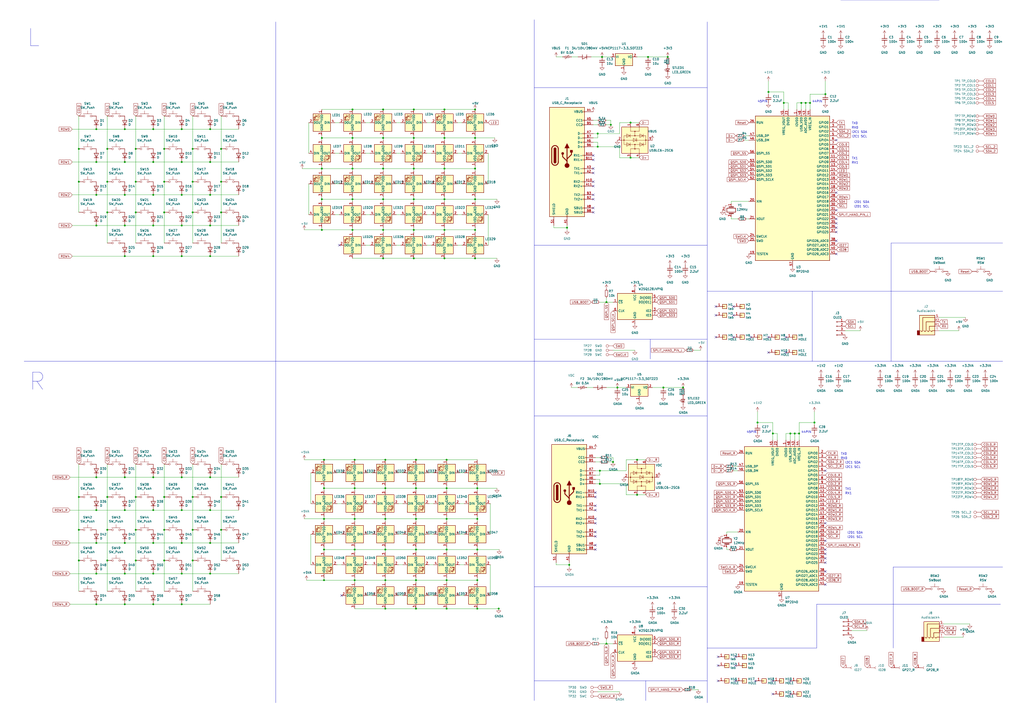
<source format=kicad_sch>
(kicad_sch (version 20230121) (generator eeschema)
  (paper "A2")
  (junction (at 78.74 105.41))
  (junction (at 223.52 266.7))
  (junction (at 88.9 148.59))
  (junction (at 95.25 86.36))
  (junction (at 241.3 318.77))
  (junction (at 240.03 133.35))
  (junction (at 78.74 325.12))
  (junction (at 240.03 115.57))
  (junction (at 111.76 86.36))
  (junction (at 62.23 86.36))
  (junction (at 88.9 74.93))
  (junction (at 121.92 130.81))
  (junction (at 55.88 74.93))
  (junction (at 62.23 105.41))
  (junction (at 95.25 325.12))
  (junction (at 259.08 300.99))
  (junction (at 128.27 288.29))
  (junction (at 222.25 97.79))
  (junction (at 62.23 123.19))
  (junction (at 223.52 283.21))
  (junction (at 78.74 123.19))
  (junction (at 205.74 336.55))
  (junction (at 187.96 300.99))
  (junction (at 72.39 130.81))
  (junction (at 354.33 72.39))
  (junction (at 355.6 267.97))
  (junction (at 223.52 336.55))
  (junction (at 222.25 115.57))
  (junction (at 88.9 93.98))
  (junction (at 55.88 113.03))
  (junction (at 240.03 149.86))
  (junction (at 346.71 77.47))
  (junction (at 276.86 336.55))
  (junction (at 95.25 123.19))
  (junction (at 111.76 325.12))
  (junction (at 72.39 314.96))
  (junction (at 204.47 80.01))
  (junction (at 351.79 373.38))
  (junction (at 105.41 113.03))
  (junction (at 276.86 353.06))
  (junction (at 439.42 245.11))
  (junction (at 275.59 133.35))
  (junction (at 448.31 251.46))
  (junction (at 105.41 93.98))
  (junction (at 330.2 327.66))
  (junction (at 222.25 133.35))
  (junction (at 369.57 266.7))
  (junction (at 88.9 130.81))
  (junction (at 347.98 280.67))
  (junction (at 241.3 283.21))
  (junction (at 458.47 251.46))
  (junction (at 257.81 133.35))
  (junction (at 187.96 318.77))
  (junction (at 204.47 133.35))
  (junction (at 257.81 149.86))
  (junction (at 241.3 336.55))
  (junction (at 384.81 224.79))
  (junction (at 472.44 245.11))
  (junction (at 55.88 93.98))
  (junction (at 365.76 91.44))
  (junction (at 72.39 93.98))
  (junction (at 111.76 307.34))
  (junction (at 205.74 266.7))
  (junction (at 55.88 295.91))
  (junction (at 186.69 80.01))
  (junction (at 72.39 113.03))
  (junction (at 259.08 283.21))
  (junction (at 469.9 59.69))
  (junction (at 223.52 318.77))
  (junction (at 88.9 314.96))
  (junction (at 105.41 74.93))
  (junction (at 105.41 295.91))
  (junction (at 222.25 149.86))
  (junction (at 454.66 59.69))
  (junction (at 72.39 332.74))
  (junction (at 88.9 295.91))
  (junction (at 111.76 123.19))
  (junction (at 275.59 80.01))
  (junction (at 55.88 130.81))
  (junction (at 72.39 148.59))
  (junction (at 55.88 332.74))
  (junction (at 257.81 63.5))
  (junction (at 45.72 86.36))
  (junction (at 187.96 266.7))
  (junction (at 276.86 318.77))
  (junction (at 128.27 123.19))
  (junction (at 62.23 325.12))
  (junction (at 128.27 307.34))
  (junction (at 105.41 314.96))
  (junction (at 105.41 350.52))
  (junction (at 105.41 148.59))
  (junction (at 121.92 148.59))
  (junction (at 241.3 266.7))
  (junction (at 121.92 295.91))
  (junction (at 259.08 318.77))
  (junction (at 88.9 113.03))
  (junction (at 72.39 74.93))
  (junction (at 95.25 105.41))
  (junction (at 186.69 97.79))
  (junction (at 461.01 251.46))
  (junction (at 72.39 350.52))
  (junction (at 289.2882 353.06))
  (junction (at 276.86 283.21))
  (junction (at 478.79 54.61))
  (junction (at 275.59 115.57))
  (junction (at 186.69 133.35))
  (junction (at 445.77 53.34))
  (junction (at 105.41 276.86))
  (junction (at 88.9 276.86))
  (junction (at 121.92 93.98))
  (junction (at 62.23 307.34))
  (junction (at 351.79 175.26))
  (junction (at 275.59 97.79))
  (junction (at 88.9 350.52))
  (junction (at 45.72 307.34))
  (junction (at 257.81 97.79))
  (junction (at 387.35 33.02))
  (junction (at 204.47 63.5))
  (junction (at 275.59 63.5))
  (junction (at 369.57 287.02))
  (junction (at 128.27 86.36))
  (junction (at 105.41 332.74))
  (junction (at 396.24 224.79))
  (junction (at 204.47 97.79))
  (junction (at 128.27 105.41))
  (junction (at 78.74 288.29))
  (junction (at 275.59 149.86))
  (junction (at 223.52 300.99))
  (junction (at 463.55 251.46))
  (junction (at 205.74 300.99))
  (junction (at 276.86 300.99))
  (junction (at 72.39 276.86))
  (junction (at 205.74 283.21))
  (junction (at 186.69 115.57))
  (junction (at 346.71 85.09))
  (junction (at 55.88 314.96))
  (junction (at 121.92 74.93))
  (junction (at 375.92 33.02))
  (junction (at 111.76 288.29))
  (junction (at 62.23 288.29))
  (junction (at 111.76 105.41))
  (junction (at 88.9 332.74))
  (junction (at 259.08 266.7))
  (junction (at 347.98 273.05))
  (junction (at 55.88 276.86))
  (junction (at 223.52 353.06))
  (junction (at 222.25 63.5))
  (junction (at 45.72 288.29))
  (junction (at 259.08 353.06))
  (junction (at 365.76 71.12))
  (junction (at 72.39 295.91))
  (junction (at 464.82 59.69))
  (junction (at 95.25 288.29))
  (junction (at 222.25 80.01))
  (junction (at 467.36 59.69))
  (junction (at 121.92 332.74))
  (junction (at 187.96 336.55))
  (junction (at 121.92 314.96))
  (junction (at 241.3 353.06))
  (junction (at 121.92 113.03))
  (junction (at 55.88 350.52))
  (junction (at 78.74 86.36))
  (junction (at 121.92 276.86))
  (junction (at 45.72 105.41))
  (junction (at 241.3 300.99))
  (junction (at 259.08 336.55))
  (junction (at 257.81 115.57))
  (junction (at 328.93 132.08))
  (junction (at 95.25 307.34))
  (junction (at 205.74 318.77))
  (junction (at 45.72 325.12))
  (junction (at 78.74 307.34))
  (junction (at 105.41 130.81))
  (junction (at 240.03 97.79))
  (junction (at 240.03 80.01))
  (junction (at 257.81 80.01))
  (junction (at 187.96 283.21))
  (junction (at 349.25 33.02))
  (junction (at 204.47 115.57))
  (junction (at 358.14 224.79))
  (junction (at 240.03 63.5))
  (no_connect (at 485.14 81.28))
  (no_connect (at 345.44 303.53))
  (no_connect (at 485.14 147.32))
  (no_connect (at 415.29 177.8))
  (no_connect (at 345.44 311.15))
  (no_connect (at 485.14 132.08))
  (no_connect (at 344.17 120.65))
  (no_connect (at 345.44 288.29))
  (no_connect (at 345.44 285.75))
  (no_connect (at 344.17 92.71))
  (no_connect (at 344.17 90.17))
  (no_connect (at 345.44 293.37))
  (no_connect (at 344.17 107.95))
  (no_connect (at 345.44 308.61))
  (no_connect (at 485.14 127))
  (no_connect (at 478.79 326.39))
  (no_connect (at 415.29 182.88))
  (no_connect (at 478.79 323.85))
  (no_connect (at 485.14 139.7))
  (no_connect (at 344.17 115.57))
  (no_connect (at 485.14 129.54))
  (no_connect (at 345.44 295.91))
  (no_connect (at 416.56 394.97))
  (no_connect (at 415.29 195.58))
  (no_connect (at 345.44 300.99))
  (no_connect (at 458.47 394.97))
  (no_connect (at 478.79 303.53))
  (no_connect (at 345.44 316.23))
  (no_connect (at 478.79 273.05))
  (no_connect (at 416.56 386.08))
  (no_connect (at 478.79 321.31))
  (no_connect (at 485.14 111.76))
  (no_connect (at 344.17 123.19))
  (no_connect (at 345.44 318.77))
  (no_connect (at 438.15 394.97))
  (no_connect (at 448.31 402.59))
  (no_connect (at 426.72 386.08))
  (no_connect (at 478.79 331.47))
  (no_connect (at 478.79 313.69))
  (no_connect (at 344.17 100.33))
  (no_connect (at 458.47 402.59))
  (no_connect (at 426.72 381))
  (no_connect (at 455.93 195.58))
  (no_connect (at 485.14 121.92))
  (no_connect (at 426.72 394.97))
  (no_connect (at 485.14 134.62))
  (no_connect (at 445.77 195.58))
  (no_connect (at 455.93 204.47))
  (no_connect (at 425.45 195.58))
  (no_connect (at 435.61 195.58))
  (no_connect (at 196.85 142.24))
  (no_connect (at 416.56 381))
  (no_connect (at 478.79 339.09))
  (no_connect (at 445.77 204.47))
  (no_connect (at 198.12 345.44))
  (no_connect (at 425.45 177.8))
  (no_connect (at 344.17 97.79))
  (no_connect (at 425.45 182.88))
  (no_connect (at 344.17 113.03))
  (no_connect (at 344.17 105.41))
  (no_connect (at 448.31 394.97))
  (no_connect (at 478.79 318.77))
  (wire (pts (xy 276.86 283.21) (xy 288.29 283.21)))
  (wire (pts (xy 138.43 332.74) (xy 121.92 332.74)))
  (wire (pts (xy 111.76 288.29) (xy 111.76 269.24)))
  (wire (pts (xy 138.43 295.91) (xy 121.92 295.91)))
  (wire (pts (xy 259.08 318.77) (xy 276.86 318.77)))
  (wire (pts (xy 231.14 345.44) (xy 233.68 345.44)))
  (wire (pts (xy 547.37 369.57) (xy 558.8 369.57)))
  (wire (pts (xy 248.92 327.66) (xy 251.46 327.66)))
  (wire (pts (xy 248.92 345.44) (xy 251.46 345.44)))
  (wire (pts (xy 95.25 67.31) (xy 95.25 86.36)))
  (wire (pts (xy 347.98 280.67) (xy 363.22 280.67)))
  (wire (pts (xy 62.23 105.41) (xy 62.23 123.19)))
  (wire (pts (xy 212.09 71.12) (xy 214.63 71.12)))
  (wire (pts (xy 138.43 74.93) (xy 121.92 74.93)))
  (wire (pts (xy 490.22 191.77) (xy 499.11 191.77)))
  (wire (pts (xy 351.79 69.85) (xy 354.33 69.85)))
  (wire (pts (xy 195.58 309.88) (xy 198.12 309.88)))
  (polyline (pts (xy 309.88 196.85) (xy 377.19 196.85)))
  (wire (pts (xy 427.99 273.05) (xy 425.45 273.05)))
  (wire (pts (xy 105.41 113.03) (xy 121.92 113.03)))
  (wire (pts (xy 195.58 274.32) (xy 198.12 274.32)))
  (wire (pts (xy 544.83 184.15) (xy 560.07 184.15)))
  (wire (pts (xy 231.14 274.32) (xy 233.68 274.32)))
  (wire (pts (xy 424.18 116.84) (xy 424.18 118.11)))
  (wire (pts (xy 346.71 80.01) (xy 344.17 80.01)))
  (wire (pts (xy 62.23 342.9) (xy 62.23 325.12)))
  (wire (pts (xy 248.92 309.88) (xy 251.46 309.88)))
  (wire (pts (xy 359.41 77.47) (xy 359.41 71.12)))
  (wire (pts (xy 88.9 350.52) (xy 105.41 350.52)))
  (wire (pts (xy 179.07 71.12) (xy 179.07 88.9)))
  (wire (pts (xy 433.07 127) (xy 434.34 127)))
  (wire (pts (xy 330.2 326.39) (xy 330.2 327.66)))
  (wire (pts (xy 55.88 74.93) (xy 72.39 74.93)))
  (wire (pts (xy 266.7 274.32) (xy 269.24 274.32)))
  (wire (pts (xy 259.08 336.55) (xy 276.86 336.55)))
  (wire (pts (xy 41.91 113.03) (xy 55.88 113.03)))
  (wire (pts (xy 72.39 148.59) (xy 88.9 148.59)))
  (wire (pts (xy 241.3 317.5) (xy 241.3 318.77)))
  (wire (pts (xy 62.23 325.12) (xy 62.23 307.34)))
  (wire (pts (xy 222.25 115.57) (xy 240.03 115.57)))
  (wire (pts (xy 45.72 123.19) (xy 45.72 105.41)))
  (wire (pts (xy 223.52 300.99) (xy 223.52 302.26)))
  (wire (pts (xy 240.03 78.74) (xy 240.03 80.01)))
  (wire (pts (xy 204.47 133.35) (xy 186.69 133.35)))
  (wire (pts (xy 347.98 280.67) (xy 345.44 280.67)))
  (wire (pts (xy 346.71 85.09) (xy 359.41 85.09)))
  (wire (pts (xy 128.27 123.19) (xy 128.27 140.97)))
  (wire (pts (xy 462.28 59.69) (xy 464.82 59.69)))
  (wire (pts (xy 111.76 86.36) (xy 111.76 105.41)))
  (wire (pts (xy 363.22 280.67) (xy 363.22 287.02)))
  (wire (pts (xy 204.47 132.08) (xy 204.47 133.35)))
  (wire (pts (xy 289.2882 353.06) (xy 289.56 353.06)))
  (wire (pts (xy 195.58 327.66) (xy 198.12 327.66)))
  (wire (pts (xy 266.7 327.66) (xy 269.24 327.66)))
  (wire (pts (xy 223.52 299.72) (xy 223.52 300.99)))
  (wire (pts (xy 41.91 74.93) (xy 55.88 74.93)))
  (wire (pts (xy 194.31 124.46) (xy 196.85 124.46)))
  (wire (pts (xy 363.22 266.7) (xy 369.57 266.7)))
  (wire (pts (xy 45.72 105.41) (xy 45.72 86.36)))
  (wire (pts (xy 275.59 132.08) (xy 275.59 133.35)))
  (wire (pts (xy 351.79 370.84) (xy 351.79 373.38)))
  (wire (pts (xy 369.57 266.7) (xy 374.65 266.7)))
  (wire (pts (xy 186.69 78.74) (xy 186.69 80.01)))
  (wire (pts (xy 72.39 276.86) (xy 88.9 276.86)))
  (wire (pts (xy 241.3 318.77) (xy 241.3 320.04)))
  (wire (pts (xy 186.69 63.5) (xy 204.47 63.5)))
  (wire (pts (xy 259.08 283.21) (xy 259.08 284.48)))
  (wire (pts (xy 55.88 276.86) (xy 72.39 276.86)))
  (wire (pts (xy 111.76 67.31) (xy 111.76 86.36)))
  (wire (pts (xy 445.77 53.34) (xy 445.77 54.61)))
  (wire (pts (xy 365.76 71.12) (xy 370.84 71.12)))
  (wire (pts (xy 205.74 318.77) (xy 205.74 320.04)))
  (wire (pts (xy 346.71 77.47) (xy 359.41 77.47)))
  (wire (pts (xy 450.85 251.46) (xy 450.85 255.27)))
  (wire (pts (xy 78.74 86.36) (xy 78.74 105.41)))
  (wire (pts (xy 345.44 273.05) (xy 347.98 273.05)))
  (wire (pts (xy 223.52 318.77) (xy 241.3 318.77)))
  (wire (pts (xy 222.25 133.35) (xy 240.03 133.35)))
  (wire (pts (xy 472.44 245.11) (xy 472.44 246.38)))
  (wire (pts (xy 463.55 245.11) (xy 463.55 251.46)))
  (wire (pts (xy 351.79 72.39) (xy 354.33 72.39)))
  (wire (pts (xy 186.69 80.01) (xy 186.69 81.28)))
  (wire (pts (xy 284.48 327.66) (xy 284.48 345.44)))
  (wire (pts (xy 95.25 325.12) (xy 95.25 307.34)))
  (wire (pts (xy 128.27 67.31) (xy 128.27 86.36)))
  (wire (pts (xy 445.77 46.99) (xy 445.77 53.34)))
  (wire (pts (xy 223.52 318.77) (xy 223.52 320.04)))
  (wire (pts (xy 283.21 88.9) (xy 283.21 106.68)))
  (wire (pts (xy 187.96 317.5) (xy 187.96 318.77)))
  (wire (pts (xy 347.98 273.05) (xy 347.98 275.59)))
  (wire (pts (xy 180.34 274.32) (xy 180.34 292.1)))
  (wire (pts (xy 223.52 317.5) (xy 223.52 318.77)))
  (wire (pts (xy 322.58 326.39) (xy 322.58 327.66)))
  (wire (pts (xy 229.87 124.46) (xy 232.41 124.46)))
  (polyline (pts (xy 374.65 394.97) (xy 374.65 406.4)))
  (wire (pts (xy 212.09 106.68) (xy 214.63 106.68)))
  (wire (pts (xy 259.08 318.77) (xy 259.08 320.04)))
  (wire (pts (xy 45.72 288.29) (xy 45.72 269.24)))
  (wire (pts (xy 464.82 59.69) (xy 464.82 63.5)))
  (wire (pts (xy 458.47 251.46) (xy 461.01 251.46)))
  (wire (pts (xy 186.69 114.3) (xy 186.69 115.57)))
  (wire (pts (xy 257.81 132.08) (xy 257.81 133.35)))
  (wire (pts (xy 421.64 318.77) (xy 422.91 318.77)))
  (wire (pts (xy 176.53 133.35) (xy 186.69 133.35)))
  (wire (pts (xy 455.93 251.46) (xy 458.47 251.46)))
  (wire (pts (xy 95.25 105.41) (xy 95.25 123.19)))
  (wire (pts (xy 88.9 113.03) (xy 105.41 113.03)))
  (wire (pts (xy 275.59 80.01) (xy 287.02 80.01)))
  (wire (pts (xy 342.9 33.02) (xy 349.25 33.02)))
  (wire (pts (xy 457.2 59.69) (xy 454.66 59.69)))
  (wire (pts (xy 88.9 148.59) (xy 105.41 148.59)))
  (wire (pts (xy 223.52 283.21) (xy 223.52 284.48)))
  (wire (pts (xy 353.06 265.43) (xy 355.6 265.43)))
  (wire (pts (xy 257.81 149.86) (xy 275.59 149.86)))
  (wire (pts (xy 111.76 307.34) (xy 111.76 325.12)))
  (wire (pts (xy 259.08 300.99) (xy 276.86 300.99)))
  (wire (pts (xy 463.55 251.46) (xy 463.55 255.27)))
  (wire (pts (xy 111.76 123.19) (xy 111.76 105.41)))
  (wire (pts (xy 369.57 287.02) (xy 374.65 287.02)))
  (wire (pts (xy 347.98 175.26) (xy 351.79 175.26)))
  (polyline (pts (xy 518.16 328.93) (xy 518.16 375.92)))
  (wire (pts (xy 240.03 97.79) (xy 240.03 99.06)))
  (wire (pts (xy 406.4 203.2) (xy 402.59 203.2)))
  (wire (pts (xy 347.98 278.13) (xy 347.98 280.67)))
  (wire (pts (xy 431.8 78.74) (xy 434.34 78.74)))
  (wire (pts (xy 275.59 96.52) (xy 275.59 97.79)))
  (wire (pts (xy 62.23 288.29) (xy 62.23 307.34)))
  (wire (pts (xy 222.25 115.57) (xy 222.25 116.84)))
  (wire (pts (xy 128.27 325.12) (xy 128.27 307.34)))
  (wire (pts (xy 331.47 224.79) (xy 335.28 224.79)))
  (wire (pts (xy 186.69 115.57) (xy 204.47 115.57)))
  (wire (pts (xy 204.47 78.74) (xy 204.47 80.01)))
  (wire (pts (xy 275.59 80.01) (xy 275.59 81.28)))
  (wire (pts (xy 322.58 33.02) (xy 326.39 33.02)))
  (wire (pts (xy 231.14 327.66) (xy 233.68 327.66)))
  (wire (pts (xy 283.21 124.46) (xy 283.21 142.24)))
  (wire (pts (xy 223.52 300.99) (xy 241.3 300.99)))
  (wire (pts (xy 457.2 59.69) (xy 457.2 63.5)))
  (wire (pts (xy 240.03 63.5) (xy 257.81 63.5)))
  (wire (pts (xy 347.98 273.05) (xy 363.22 273.05)))
  (wire (pts (xy 177.8 336.55) (xy 187.96 336.55)))
  (wire (pts (xy 204.47 97.79) (xy 222.25 97.79)))
  (wire (pts (xy 55.88 113.03) (xy 72.39 113.03)))
  (wire (pts (xy 72.39 295.91) (xy 55.88 295.91)))
  (wire (pts (xy 204.47 97.79) (xy 204.47 99.06)))
  (wire (pts (xy 240.03 96.52) (xy 240.03 97.79)))
  (wire (pts (xy 223.52 353.06) (xy 241.3 353.06)))
  (wire (pts (xy 222.25 80.01) (xy 222.25 81.28)))
  (wire (pts (xy 259.08 300.99) (xy 259.08 302.26)))
  (wire (pts (xy 363.22 273.05) (xy 363.22 266.7)))
  (wire (pts (xy 351.79 224.79) (xy 358.14 224.79)))
  (wire (pts (xy 105.41 350.52) (xy 121.92 350.52)))
  (wire (pts (xy 424.18 125.73) (xy 424.18 127)))
  (wire (pts (xy 434.34 81.28) (xy 431.8 81.28)))
  (wire (pts (xy 241.3 335.28) (xy 241.3 336.55)))
  (wire (pts (xy 204.47 115.57) (xy 222.25 115.57)))
  (wire (pts (xy 205.74 266.7) (xy 223.52 266.7)))
  (wire (pts (xy 257.81 80.01) (xy 257.81 81.28)))
  (wire (pts (xy 257.81 63.5) (xy 275.59 63.5)))
  (wire (pts (xy 266.7 292.1) (xy 269.24 292.1)))
  (wire (pts (xy 204.47 115.57) (xy 204.47 116.84)))
  (wire (pts (xy 365.76 91.44) (xy 370.84 91.44)))
  (wire (pts (xy 195.58 292.1) (xy 198.12 292.1)))
  (wire (pts (xy 176.53 266.7) (xy 187.96 266.7)))
  (wire (pts (xy 266.7 309.88) (xy 269.24 309.88)))
  (wire (pts (xy 257.81 97.79) (xy 257.81 99.06)))
  (wire (pts (xy 204.47 114.3) (xy 204.47 115.57)))
  (polyline (pts (xy 516.89 168.91) (xy 516.89 140.97)))
  (polyline (pts (xy 160.02 12.7) (xy 160.02 407.67)))
  (wire (pts (xy 229.87 71.12) (xy 232.41 71.12)))
  (polyline (pts (xy 410.21 375.92) (xy 473.71 375.92)))
  (wire (pts (xy 213.36 292.1) (xy 215.9 292.1)))
  (wire (pts (xy 231.14 309.88) (xy 233.68 309.88)))
  (wire (pts (xy 186.69 97.79) (xy 204.47 97.79)))
  (wire (pts (xy 344.17 82.55) (xy 346.71 82.55)))
  (wire (pts (xy 478.79 54.61) (xy 469.9 54.61)))
  (wire (pts (xy 259.08 283.21) (xy 276.86 283.21)))
  (wire (pts (xy 345.44 265.43) (xy 347.98 265.43)))
  (wire (pts (xy 121.92 93.98) (xy 105.41 93.98)))
  (wire (pts (xy 276.86 318.77) (xy 276.86 320.04)))
  (wire (pts (xy 205.74 336.55) (xy 187.96 336.55)))
  (wire (pts (xy 421.64 317.5) (xy 421.64 318.77)))
  (polyline (pts (xy 581.66 209.55) (xy 13.97 209.55)))
  (wire (pts (xy 275.59 97.79) (xy 275.59 99.06)))
  (wire (pts (xy 204.47 63.5) (xy 222.25 63.5)))
  (wire (pts (xy 240.03 115.57) (xy 240.03 116.84)))
  (polyline (pts (xy 544.83 0) (xy 487.68 0)))
  (wire (pts (xy 345.44 278.13) (xy 347.98 278.13)))
  (wire (pts (xy 186.69 80.01) (xy 204.47 80.01)))
  (wire (pts (xy 240.03 133.35) (xy 240.03 134.62)))
  (wire (pts (xy 121.92 130.81) (xy 105.41 130.81)))
  (wire (pts (xy 321.31 132.08) (xy 328.93 132.08)))
  (wire (pts (xy 284.48 292.1) (xy 284.48 309.88)))
  (wire (pts (xy 55.88 93.98) (xy 41.91 93.98)))
  (wire (pts (xy 105.41 276.86) (xy 121.92 276.86)))
  (wire (pts (xy 105.41 295.91) (xy 88.9 295.91)))
  (wire (pts (xy 105.41 74.93) (xy 88.9 74.93)))
  (wire (pts (xy 55.88 295.91) (xy 40.64 295.91)))
  (wire (pts (xy 265.43 124.46) (xy 267.97 124.46)))
  (wire (pts (xy 111.76 307.34) (xy 111.76 288.29)))
  (wire (pts (xy 223.52 283.21) (xy 241.3 283.21)))
  (polyline (pts (xy 473.71 375.92) (xy 473.71 350.52)))
  (wire (pts (xy 105.41 130.81) (xy 88.9 130.81)))
  (wire (pts (xy 448.31 251.46) (xy 448.31 255.27)))
  (wire (pts (xy 128.27 105.41) (xy 128.27 123.19)))
  (wire (pts (xy 187.96 300.99) (xy 205.74 300.99)))
  (wire (pts (xy 359.41 91.44) (xy 365.76 91.44)))
  (wire (pts (xy 222.25 97.79) (xy 240.03 97.79)))
  (wire (pts (xy 247.65 142.24) (xy 250.19 142.24)))
  (wire (pts (xy 346.71 401.32) (xy 359.41 401.32)))
  (wire (pts (xy 347.98 373.38) (xy 351.79 373.38)))
  (wire (pts (xy 72.39 350.52) (xy 88.9 350.52)))
  (wire (pts (xy 322.58 327.66) (xy 330.2 327.66)))
  (wire (pts (xy 421.64 308.61) (xy 427.99 308.61)))
  (wire (pts (xy 424.18 127) (xy 427.99 127)))
  (wire (pts (xy 241.3 336.55) (xy 241.3 337.82)))
  (wire (pts (xy 128.27 269.24) (xy 128.27 288.29)))
  (wire (pts (xy 445.77 53.34) (xy 454.66 53.34)))
  (wire (pts (xy 55.88 332.74) (xy 40.64 332.74)))
  (polyline (pts (xy 377.19 196.85) (xy 410.21 196.85)))
  (wire (pts (xy 421.64 308.61) (xy 421.64 309.88)))
  (wire (pts (xy 222.25 133.35) (xy 222.25 134.62)))
  (wire (pts (xy 276.86 353.06) (xy 289.2882 353.06)))
  (wire (pts (xy 40.64 350.52) (xy 55.88 350.52)))
  (wire (pts (xy 240.03 80.01) (xy 257.81 80.01)))
  (wire (pts (xy 259.08 353.06) (xy 276.86 353.06)))
  (wire (pts (xy 213.36 274.32) (xy 215.9 274.32)))
  (polyline (pts (xy 309.88 11.43) (xy 309.88 406.4)))
  (wire (pts (xy 328.93 130.81) (xy 328.93 132.08)))
  (wire (pts (xy 229.87 88.9) (xy 232.41 88.9)))
  (wire (pts (xy 494.03 365.76) (xy 502.92 365.76)))
  (wire (pts (xy 384.81 224.79) (xy 396.24 224.79)))
  (wire (pts (xy 259.08 335.28) (xy 259.08 336.55)))
  (wire (pts (xy 222.25 96.52) (xy 222.25 97.79)))
  (wire (pts (xy 204.47 133.35) (xy 204.47 134.62)))
  (wire (pts (xy 347.98 275.59) (xy 345.44 275.59)))
  (wire (pts (xy 72.39 93.98) (xy 88.9 93.98)))
  (wire (pts (xy 187.96 336.55) (xy 187.96 335.28)))
  (wire (pts (xy 205.74 299.72) (xy 205.74 300.99)))
  (wire (pts (xy 363.22 287.02) (xy 369.57 287.02)))
  (wire (pts (xy 88.9 295.91) (xy 72.39 295.91)))
  (wire (pts (xy 241.3 283.21) (xy 259.08 283.21)))
  (wire (pts (xy 78.74 325.12) (xy 78.74 307.34)))
  (wire (pts (xy 257.81 133.35) (xy 257.81 134.62)))
  (wire (pts (xy 247.65 106.68) (xy 250.19 106.68)))
  (wire (pts (xy 78.74 288.29) (xy 78.74 269.24)))
  (wire (pts (xy 354.33 69.85) (xy 354.33 72.39)))
  (wire (pts (xy 187.96 318.77) (xy 205.74 318.77)))
  (wire (pts (xy 45.72 307.34) (xy 45.72 288.29)))
  (wire (pts (xy 454.66 59.69) (xy 454.66 63.5)))
  (wire (pts (xy 259.08 317.5) (xy 259.08 318.77)))
  (wire (pts (xy 544.83 191.77) (xy 556.26 191.77)))
  (wire (pts (xy 351.79 175.26) (xy 355.6 175.26)))
  (polyline (pts (xy 309.88 142.24) (xy 410.21 142.24)))
  (wire (pts (xy 265.43 106.68) (xy 267.97 106.68)))
  (wire (pts (xy 105.41 332.74) (xy 88.9 332.74)))
  (wire (pts (xy 128.27 288.29) (xy 128.27 307.34)))
  (wire (pts (xy 205.74 335.28) (xy 205.74 336.55)))
  (wire (pts (xy 105.41 314.96) (xy 121.92 314.96)))
  (wire (pts (xy 266.7 345.44) (xy 269.24 345.44)))
  (wire (pts (xy 276.86 318.77) (xy 289.56 318.77)))
  (wire (pts (xy 205.74 317.5) (xy 205.74 318.77)))
  (wire (pts (xy 247.65 124.46) (xy 250.19 124.46)))
  (wire (pts (xy 425.45 270.51) (xy 427.99 270.51)))
  (polyline (pts (xy 410.21 168.91) (xy 471.17 168.91)))
  (wire (pts (xy 186.69 97.79) (xy 186.69 99.06)))
  (polyline (pts (xy 410.21 12.7) (xy 410.21 407.67)))
  (wire (pts (xy 345.44 267.97) (xy 347.98 267.97)))
  (wire (pts (xy 275.59 114.3) (xy 275.59 115.57)))
  (polyline (pts (xy 309.88 50.8) (xy 410.21 50.8)))
  (wire (pts (xy 41.91 148.59) (xy 72.39 148.59)))
  (wire (pts (xy 186.69 115.57) (xy 186.69 116.84)))
  (wire (pts (xy 105.41 148.59) (xy 121.92 148.59)))
  (wire (pts (xy 205.74 336.55) (xy 205.74 337.82)))
  (wire (pts (xy 454.66 53.34) (xy 454.66 59.69)))
  (wire (pts (xy 180.34 309.88) (xy 180.34 327.66)))
  (wire (pts (xy 121.92 332.74) (xy 105.41 332.74)))
  (wire (pts (xy 241.3 300.99) (xy 241.3 302.26)))
  (wire (pts (xy 205.74 353.06) (xy 223.52 353.06)))
  (wire (pts (xy 257.81 80.01) (xy 275.59 80.01)))
  (wire (pts (xy 257.81 133.35) (xy 275.59 133.35)))
  (wire (pts (xy 461.01 251.46) (xy 461.01 255.27)))
  (wire (pts (xy 257.81 97.79) (xy 275.59 97.79)))
  (wire (pts (xy 78.74 86.36) (xy 78.74 67.31)))
  (wire (pts (xy 222.25 63.5) (xy 240.03 63.5)))
  (wire (pts (xy 222.25 114.3) (xy 222.25 115.57)))
  (wire (pts (xy 205.74 283.21) (xy 223.52 283.21)))
  (wire (pts (xy 328.93 132.08) (xy 328.93 133.35)))
  (wire (pts (xy 222.25 97.79) (xy 222.25 99.06)))
  (wire (pts (xy 275.59 115.57) (xy 288.29 115.57)))
  (wire (pts (xy 265.43 142.24) (xy 267.97 142.24)))
  (wire (pts (xy 359.41 71.12) (xy 365.76 71.12)))
  (wire (pts (xy 344.17 72.39) (xy 346.71 72.39)))
  (polyline (pts (xy 581.66 168.91) (xy 471.17 168.91)))
  (wire (pts (xy 458.47 251.46) (xy 458.47 255.27)))
  (wire (pts (xy 241.3 266.7) (xy 259.08 266.7)))
  (wire (pts (xy 469.9 54.61) (xy 469.9 59.69)))
  (wire (pts (xy 78.74 342.9) (xy 78.74 325.12)))
  (wire (pts (xy 187.96 266.7) (xy 205.74 266.7)))
  (wire (pts (xy 222.25 80.01) (xy 240.03 80.01)))
  (wire (pts (xy 240.03 132.08) (xy 240.03 133.35)))
  (wire (pts (xy 222.25 78.74) (xy 222.25 80.01)))
  (wire (pts (xy 95.25 288.29) (xy 95.25 307.34)))
  (wire (pts (xy 187.96 283.21) (xy 205.74 283.21)))
  (wire (pts (xy 204.47 149.86) (xy 222.25 149.86)))
  (wire (pts (xy 259.08 336.55) (xy 259.08 337.82)))
  (wire (pts (xy 259.08 266.7) (xy 276.86 266.7)))
  (wire (pts (xy 346.71 82.55) (xy 346.71 85.09)))
  (polyline (pts (xy 377.19 208.28) (xy 377.19 196.85)))
  (wire (pts (xy 179.07 106.68) (xy 179.07 124.46)))
  (wire (pts (xy 257.81 96.52) (xy 257.81 97.79)))
  (wire (pts (xy 229.87 142.24) (xy 232.41 142.24)))
  (wire (pts (xy 121.92 295.91) (xy 105.41 295.91)))
  (wire (pts (xy 212.09 88.9) (xy 214.63 88.9)))
  (polyline (pts (xy 309.88 241.3) (xy 410.21 241.3)))
  (wire (pts (xy 186.69 96.52) (xy 186.69 97.79)))
  (wire (pts (xy 276.86 300.99) (xy 276.86 302.26)))
  (wire (pts (xy 240.03 115.57) (xy 257.81 115.57)))
  (wire (pts (xy 223.52 336.55) (xy 241.3 336.55)))
  (wire (pts (xy 55.88 314.96) (xy 72.39 314.96)))
  (wire (pts (xy 223.52 335.28) (xy 223.52 336.55)))
  (wire (pts (xy 344.17 69.85) (xy 346.71 69.85)))
  (wire (pts (xy 72.39 314.96) (xy 88.9 314.96)))
  (wire (pts (xy 321.31 130.81) (xy 321.31 132.08)))
  (wire (pts (xy 204.47 133.35) (xy 222.25 133.35)))
  (polyline (pts (xy 581.66 328.93) (xy 518.16 328.93)))
  (polyline (pts (xy 309.88 340.36) (xy 410.21 340.36)))
  (wire (pts (xy 275.59 115.57) (xy 275.59 116.84)))
  (wire (pts (xy 121.92 276.86) (xy 138.43 276.86)))
  (wire (pts (xy 448.31 245.11) (xy 448.31 251.46)))
  (wire (pts (xy 62.23 86.36) (xy 62.23 105.41)))
  (wire (pts (xy 351.79 172.72) (xy 351.79 175.26)))
  (wire (pts (xy 241.3 318.77) (xy 259.08 318.77)))
  (wire (pts (xy 62.23 269.24) (xy 62.23 288.29)))
  (polyline (pts (xy 374.65 394.97) (xy 410.21 394.97)))
  (wire (pts (xy 478.79 46.99) (xy 478.79 54.61)))
  (wire (pts (xy 88.9 130.81) (xy 72.39 130.81)))
  (wire (pts (xy 205.74 318.77) (xy 223.52 318.77)))
  (wire (pts (xy 276.86 336.55) (xy 276.86 337.82)))
  (wire (pts (xy 138.43 130.81) (xy 121.92 130.81)))
  (wire (pts (xy 257.81 115.57) (xy 257.81 116.84)))
  (wire (pts (xy 213.36 345.44) (xy 215.9 345.44)))
  (wire (pts (xy 455.93 251.46) (xy 455.93 255.27)))
  (wire (pts (xy 204.47 81.28) (xy 204.47 80.01)))
  (wire (pts (xy 259.08 299.72) (xy 259.08 300.99)))
  (wire (pts (xy 241.3 283.21) (xy 241.3 284.48)))
  (wire (pts (xy 358.14 224.79) (xy 363.22 224.79)))
  (wire (pts (xy 62.23 140.97) (xy 62.23 123.19)))
  (wire (pts (xy 111.76 342.9) (xy 111.76 325.12)))
  (wire (pts (xy 187.96 300.99) (xy 187.96 302.26)))
  (polyline (pts (xy 309.88 394.97) (xy 374.65 394.97)))
  (wire (pts (xy 276.86 283.21) (xy 276.86 284.48)))
  (wire (pts (xy 276.86 317.5) (xy 276.86 318.77)))
  (wire (pts (xy 275.59 149.86) (xy 288.29 149.86)))
  (wire (pts (xy 95.25 140.97) (xy 95.25 123.19)))
  (wire (pts (xy 257.81 114.3) (xy 257.81 115.57)))
  (wire (pts (xy 176.53 300.99) (xy 187.96 300.99)))
  (wire (pts (xy 330.2 327.66) (xy 330.2 328.93)))
  (wire (pts (xy 55.88 350.52) (xy 72.39 350.52)))
  (wire (pts (xy 95.25 269.24) (xy 95.25 288.29)))
  (wire (pts (xy 240.03 114.3) (xy 240.03 115.57)))
  (wire (pts (xy 186.69 133.35) (xy 186.69 132.08)))
  (wire (pts (xy 351.79 373.38) (xy 355.6 373.38)))
  (wire (pts (xy 212.09 124.46) (xy 214.63 124.46)))
  (wire (pts (xy 472.44 238.76) (xy 472.44 245.11)))
  (wire (pts (xy 138.43 93.98) (xy 121.92 93.98)))
  (wire (pts (xy 241.3 281.94) (xy 241.3 283.21)))
  (wire (pts (xy 240.03 133.35) (xy 257.81 133.35)))
  (wire (pts (xy 72.39 332.74) (xy 55.88 332.74)))
  (wire (pts (xy 439.42 245.11) (xy 439.42 246.38)))
  (wire (pts (xy 205.74 300.99) (xy 205.74 302.26)))
  (wire (pts (xy 194.31 71.12) (xy 196.85 71.12)))
  (wire (pts (xy 223.52 266.7) (xy 241.3 266.7)))
  (wire (pts (xy 241.3 336.55) (xy 259.08 336.55)))
  (wire (pts (xy 248.92 292.1) (xy 251.46 292.1)))
  (polyline (pts (xy 516.89 168.91) (xy 516.89 209.55)))
  (wire (pts (xy 223.52 336.55) (xy 223.52 337.82)))
  (wire (pts (xy 247.65 88.9) (xy 250.19 88.9)))
  (wire (pts (xy 257.81 78.74) (xy 257.81 80.01)))
  (polyline (pts (xy 473.71 350.52) (xy 580.39 350.52)))
  (wire (pts (xy 78.74 140.97) (xy 78.74 123.19)))
  (polyline (pts (xy 516.89 140.97) (xy 581.66 140.97)))
  (wire (pts (xy 424.18 116.84) (xy 434.34 116.84)))
  (wire (pts (xy 72.39 130.81) (xy 55.88 130.81)))
  (wire (pts (xy 346.71 85.09) (xy 344.17 85.09)))
  (wire (pts (xy 241.3 300.99) (xy 259.08 300.99)))
  (wire (pts (xy 405.13 400.05) (xy 401.32 400.05)))
  (wire (pts (xy 439.42 238.76) (xy 439.42 245.11)))
  (wire (pts (xy 257.81 115.57) (xy 275.59 115.57)))
  (wire (pts (xy 265.43 71.12) (xy 267.97 71.12)))
  (wire (pts (xy 105.41 314.96) (xy 88.9 314.96)))
  (wire (pts (xy 241.3 299.72) (xy 241.3 300.99)))
  (wire (pts (xy 240.03 149.86) (xy 257.81 149.86)))
  (polyline (pts (xy 471.17 168.91) (xy 471.17 209.55)))
  (wire (pts (xy 204.47 96.52) (xy 204.47 97.79)))
  (wire (pts (xy 121.92 148.59) (xy 138.43 148.59)))
  (wire (pts (xy 187.96 299.72) (xy 187.96 300.99)))
  (wire (pts (xy 95.25 86.36) (xy 95.25 105.41)))
  (wire (pts (xy 378.46 224.79) (xy 384.81 224.79)))
  (wire (pts (xy 276.86 299.72) (xy 276.86 300.99)))
  (wire (pts (xy 275.59 133.35) (xy 275.59 134.62)))
  (wire (pts (xy 355.6 265.43) (xy 355.6 267.97)))
  (wire (pts (xy 467.36 59.69) (xy 467.36 63.5)))
  (wire (pts (xy 240.03 97.79) (xy 257.81 97.79)))
  (wire (pts (xy 205.74 336.55) (xy 223.52 336.55)))
  (wire (pts (xy 275.59 80.01) (xy 275.59 78.74)))
  (wire (pts (xy 247.65 71.12) (xy 250.19 71.12)))
  (wire (pts (xy 72.39 93.98) (xy 55.88 93.98)))
  (wire (pts (xy 187.96 281.94) (xy 187.96 283.21)))
  (wire (pts (xy 547.37 361.95) (xy 562.61 361.95)))
  (wire (pts (xy 78.74 288.29) (xy 78.74 307.34)))
  (wire (pts (xy 259.08 281.94) (xy 259.08 283.21)))
  (wire (pts (xy 276.86 335.28) (xy 276.86 336.55)))
  (wire (pts (xy 88.9 332.74) (xy 72.39 332.74)))
  (wire (pts (xy 205.74 300.99) (xy 223.52 300.99)))
  (wire (pts (xy 467.36 59.69) (xy 469.9 59.69)))
  (wire (pts (xy 40.64 276.86) (xy 55.88 276.86)))
  (wire (pts (xy 194.31 88.9) (xy 196.85 88.9)))
  (wire (pts (xy 40.64 314.96) (xy 55.88 314.96)))
  (wire (pts (xy 55.88 130.81) (xy 41.91 130.81)))
  (wire (pts (xy 276.86 283.21) (xy 276.86 281.94)))
  (wire (pts (xy 121.92 113.03) (xy 138.43 113.03)))
  (wire (pts (xy 205.74 281.94) (xy 205.74 283.21)))
  (wire (pts (xy 331.47 33.02) (xy 335.28 33.02)))
  (wire (pts (xy 375.92 33.02) (xy 387.35 33.02)))
  (wire (pts (xy 340.36 224.79) (xy 344.17 224.79)))
  (wire (pts (xy 45.72 86.36) (xy 45.72 67.31)))
  (wire (pts (xy 344.17 77.47) (xy 346.71 77.47)))
  (wire (pts (xy 349.25 33.02) (xy 354.33 33.02)))
  (wire (pts (xy 72.39 113.03) (xy 88.9 113.03)))
  (wire (pts (xy 121.92 314.96) (xy 138.43 314.96)))
  (wire (pts (xy 222.25 149.86) (xy 240.03 149.86)))
  (wire (pts (xy 450.85 251.46) (xy 448.31 251.46)))
  (wire (pts (xy 248.92 274.32) (xy 251.46 274.32)))
  (wire (pts (xy 105.41 276.86) (xy 88.9 276.86)))
  (wire (pts (xy 472.44 245.11) (xy 463.55 245.11)))
  (wire (pts (xy 213.36 309.88) (xy 215.9 309.88)))
  (wire (pts (xy 353.06 267.97) (xy 355.6 267.97)))
  (wire (pts (xy 346.71 77.47) (xy 346.71 80.01)))
  (wire (pts (xy 369.57 33.02) (xy 375.92 33.02)))
  (wire (pts (xy 204.47 80.01) (xy 222.25 80.01)))
  (wire (pts (xy 187.96 283.21) (xy 187.96 284.48)))
  (wire (pts (xy 265.43 88.9) (xy 267.97 88.9)))
  (wire (pts (xy 439.42 245.11) (xy 448.31 245.11)))
  (wire (pts (xy 194.31 106.68) (xy 196.85 106.68)))
  (wire (pts (xy 45.72 325.12) (xy 45.72 307.34)))
  (wire (pts (xy 223.52 281.94) (xy 223.52 283.21)))
  (wire (pts (xy 229.87 106.68) (xy 232.41 106.68)))
  (wire (pts (xy 187.96 318.77) (xy 187.96 320.04)))
  (wire (pts (xy 205.74 284.48) (xy 205.74 283.21)))
  (wire (pts (xy 222.25 132.08) (xy 222.25 133.35)))
  (wire (pts (xy 105.41 93.98) (xy 88.9 93.98)))
  (wire (pts (xy 355.6 203.2) (xy 368.3 203.2)))
  (wire (pts (xy 469.9 59.69) (xy 469.9 63.5)))
  (wire (pts (xy 45.72 342.9) (xy 45.72 325.12)))
  (wire (pts (xy 62.23 67.31) (xy 62.23 86.36)))
  (wire (pts (xy 95.25 342.9) (xy 95.25 325.12)))
  (wire (pts (xy 462.28 59.69) (xy 462.28 63.5)))
  (wire (pts (xy 88.9 74.93) (xy 72.39 74.93)))
  (wire (pts (xy 461.01 251.46) (xy 463.55 251.46)))
  (wire (pts (xy 121.92 74.93) (xy 105.41 74.93)))
  (wire (pts (xy 213.36 327.66) (xy 215.9 327.66)))
  (wire (pts (xy 231.14 292.1) (xy 233.68 292.1)))
  (wire (pts (xy 464.82 59.69) (xy 467.36 59.69)))
  (wire (pts (xy 111.76 140.97) (xy 111.76 123.19)))
  (wire (pts (xy 241.3 353.06) (xy 259.08 353.06)))
  (wire (pts (xy 175.26 97.79) (xy 186.69 97.79)))
  (wire (pts (xy 240.03 80.01) (xy 240.03 81.28)))
  (wire (pts (xy 128.27 105.41) (xy 128.27 86.36)))
  (wire (pts (xy 212.09 142.24) (xy 214.63 142.24)))
  (wire (pts (xy 78.74 123.19) (xy 78.74 105.41)))
  (wire (pts (xy 359.41 85.09) (xy 359.41 91.44)))
  (text "RX1" (at 494.03 95.25 0) (effects (font (size 1.27 1.27)) (justify left bottom)))
  (text "45PIN" (at 439.42 59.69 0) (effects (font (size 1.27 1.27)) (justify left bottom)))
  (text "I2D1 SDA" (at 491.49 309.88 0) (effects (font (size 1.27 1.27)) (justify left bottom)))
  (text "RX1" (at 490.22 287.02 0) (effects (font (size 1.27 1.27)) (justify left bottom)))
  (text "L" (at 15.24 27.94 0) (effects (font (size 10.0076 10.0076)) (justify left bottom)))
  (text "I2C1 SCL" (at 490.22 271.78 0) (effects (font (size 1.27 1.27)) (justify left bottom)))
  (text "R\n" (at 16.51 227.33 0) (effects (font (size 10.0076 10.0076)) (justify left bottom)))
  (text "RX0" (at 494.03 74.93 0) (effects (font (size 1.27 1.27)) (justify left bottom)))
  (text "TX1" (at 494.03 92.71 0) (effects (font (size 1.27 1.27)) (justify left bottom)))
  (text "TX0" (at 487.68 264.16 0) (effects (font (size 1.27 1.27)) (justify left bottom)))
  (text "44PIN" (at 471.17 59.69 0) (effects (font (size 1.27 1.27)) (justify left bottom)))
  (text "I2D1 SDA" (at 495.3 118.11 0) (effects (font (size 1.27 1.27)) (justify left bottom)))
  (text "RX0" (at 487.68 266.7 0) (effects (font (size 1.27 1.27)) (justify left bottom)))
  (text "TX1" (at 490.22 284.48 0) (effects (font (size 1.27 1.27)) (justify left bottom)))
  (text "I2C1 SDA" (at 494.03 77.47 0) (effects (font (size 1.27 1.27)) (justify left bottom)))
  (text "TX0" (at 494.03 72.39 0) (effects (font (size 1.27 1.27)) (justify left bottom)))
  (text "I2D1 SCL" (at 491.49 312.42 0) (effects (font (size 1.27 1.27)) (justify left bottom)))
  (text "I2D1 SCL" (at 495.3 120.65 0) (effects (font (size 1.27 1.27)) (justify left bottom)))
  (text "45PIN" (at 433.07 251.46 0) (effects (font (size 1.27 1.27)) (justify left bottom)))
  (text "I2C1 SCL" (at 494.03 80.01 0) (effects (font (size 1.27 1.27)) (justify left bottom)))
  (text "I2C1 SDA" (at 490.22 269.24 0) (effects (font (size 1.27 1.27)) (justify left bottom)))
  (text "44PIN" (at 464.82 251.46 0) (effects (font (size 1.27 1.27)) (justify left bottom)))
  (global_label "QSPI_SD1_R" (shape input) (at 381 373.38 0) (property "Intersheetrefs" "${INTERSHEET_REFS}" (effects hide)))
  (global_label "ROW2" (shape input) (at 41.91 113.03 180) (property "Intersheetrefs" "${INTERSHEET_REFS}" (effects hide)))
  (global_label "COL5_R" (shape input) (at 568.96 270.51 0) (property "Intersheetrefs" "${INTERSHEET_REFS}" (effects hide)))
  (global_label "SCL_R" (shape input) (at 478.79 311.15 0) (property "Intersheetrefs" "${INTERSHEET_REFS}" (effects hide)))
  (global_label "TX_R" (shape input) (at 478.79 262.89 0) (property "Intersheetrefs" "${INTERSHEET_REFS}" (effects hide)) (property "シート間のリファレンス" "${INTERSHEET_REFS}" (effects hide)))
  (global_label "COL4" (shape input) (at 570.23 57.15 0) (property "Intersheetrefs" "${INTERSHEET_REFS}" (effects hide)))
  (global_label "SWD_R" (shape input) (at 427.99 331.47 180) (property "Intersheetrefs" "${INTERSHEET_REFS}" (effects hide)))
  (global_label "COL0" (shape input) (at 45.72 67.31 90) (property "Intersheetrefs" "${INTERSHEET_REFS}" (effects hide)))
  (global_label "Reset" (shape input) (at 434.34 71.12 180) (property "Intersheetrefs" "${INTERSHEET_REFS}" (effects hide)))
  (global_label "ROW2" (shape input) (at 570.23 72.39 0) (property "Intersheetrefs" "${INTERSHEET_REFS}" (effects hide)))
  (global_label "SCL" (shape input) (at 490.22 189.23 0) (property "Intersheetrefs" "${INTERSHEET_REFS}" (effects hide)))
  (global_label "QSPI_SD3_R" (shape input) (at 381 381 0) (property "Intersheetrefs" "${INTERSHEET_REFS}" (effects hide)))
  (global_label "ROW4" (shape input) (at 485.14 114.3 0) (property "Intersheetrefs" "${INTERSHEET_REFS}" (effects hide)))
  (global_label "ROW1" (shape input) (at 41.91 93.98 180) (property "Intersheetrefs" "${INTERSHEET_REFS}" (effects hide)))
  (global_label "LED" (shape input) (at 283.21 71.12 0) (property "Intersheetrefs" "${INTERSHEET_REFS}" (effects hide)))
  (global_label "ROW4_R" (shape input) (at 568.96 288.29 0) (property "Intersheetrefs" "${INTERSHEET_REFS}" (effects hide)))
  (global_label "QSPI_SD2_R" (shape input) (at 427.99 290.83 180) (property "Intersheetrefs" "${INTERSHEET_REFS}" (effects hide)))
  (global_label "ROW3" (shape input) (at 485.14 109.22 0) (property "Intersheetrefs" "${INTERSHEET_REFS}" (effects hide)))
  (global_label "ROW1_R" (shape input) (at 478.79 295.91 0) (property "Intersheetrefs" "${INTERSHEET_REFS}" (effects hide)))
  (global_label "COL4_R" (shape input) (at 478.79 285.75 0) (property "Intersheetrefs" "${INTERSHEET_REFS}" (effects hide)))
  (global_label "COL2_R" (shape input) (at 568.96 262.89 0) (property "Intersheetrefs" "${INTERSHEET_REFS}" (effects hide)))
  (global_label "ROW4" (shape input) (at 41.91 148.59 180) (property "Intersheetrefs" "${INTERSHEET_REFS}" (effects hide)))
  (global_label "SDA_2_R" (shape input) (at 568.96 299.72 0) (property "Intersheetrefs" "${INTERSHEET_REFS}" (effects hide)))
  (global_label "QSPI_SD1" (shape input) (at 381 175.26 0) (property "Intersheetrefs" "${INTERSHEET_REFS}" (effects hide)))
  (global_label "SWCLK_R" (shape input) (at 346.71 403.86 0) (property "Intersheetrefs" "${INTERSHEET_REFS}" (effects hide)))
  (global_label "COL5_R" (shape input) (at 478.79 288.29 0) (property "Intersheetrefs" "${INTERSHEET_REFS}" (effects hide)))
  (global_label "USB_BOOT_R" (shape input) (at 537.21 341.63 180) (property "Intersheetrefs" "${INTERSHEET_REFS}" (effects hide)))
  (global_label "RX" (shape input) (at 485.14 73.66 0) (property "Intersheetrefs" "${INTERSHEET_REFS}" (effects hide)) (property "シート間のリファレンス" "${INTERSHEET_REFS}" (effects hide)))
  (global_label "USB_BOOT_R" (shape input) (at 342.9 373.38 180) (property "Intersheetrefs" "${INTERSHEET_REFS}" (effects hide)))
  (global_label "D-" (shape input) (at 370.84 71.12 0) (property "Intersheetrefs" "${INTERSHEET_REFS}" (effects hide)))
  (global_label "IO28" (shape input) (at 502.92 387.35 90) (property "Intersheetrefs" "${INTERSHEET_REFS}" (effects hide)) (property "シート間のリファレンス" "${INTERSHEET_REFS}" (effects hide)))
  (global_label "IO28_R" (shape input) (at 530.86 387.35 90) (property "Intersheetrefs" "${INTERSHEET_REFS}" (effects hide)) (property "シート間のリファレンス" "${INTERSHEET_REFS}" (effects hide)))
  (global_label "SCL_2_R" (shape input) (at 568.96 297.18 0) (property "Intersheetrefs" "${INTERSHEET_REFS}" (effects hide)))
  (global_label "USB_BOOT" (shape input) (at 539.75 157.48 180) (property "Intersheetrefs" "${INTERSHEET_REFS}" (effects hide)))
  (global_label "QSPI_SCLK" (shape input) (at 355.6 180.34 270) (property "Intersheetrefs" "${INTERSHEET_REFS}" (effects hide)))
  (global_label "QSPI_SCLK_R" (shape input) (at 427.99 295.91 180) (property "Intersheetrefs" "${INTERSHEET_REFS}" (effects hide)))
  (global_label "ROW4" (shape input) (at 570.23 77.47 0) (property "Intersheetrefs" "${INTERSHEET_REFS}" (effects hide)))
  (global_label "QSPI_SD0_R" (shape input) (at 427.99 285.75 180) (property "Intersheetrefs" "${INTERSHEET_REFS}" (effects hide)))
  (global_label "COL1_R" (shape input) (at 568.96 260.35 0) (property "Intersheetrefs" "${INTERSHEET_REFS}" (effects hide)))
  (global_label "COL1_R" (shape input) (at 478.79 278.13 0) (property "Intersheetrefs" "${INTERSHEET_REFS}" (effects hide)))
  (global_label "D+" (shape input) (at 370.84 91.44 0) (property "Intersheetrefs" "${INTERSHEET_REFS}" (effects hide)))
  (global_label "SDA_2" (shape input) (at 570.23 87.63 0) (property "Intersheetrefs" "${INTERSHEET_REFS}" (effects hide)))
  (global_label "IO27" (shape input) (at 488.95 387.35 90) (property "Intersheetrefs" "${INTERSHEET_REFS}" (effects hide)) (property "シート間のリファレンス" "${INTERSHEET_REFS}" (effects hide)))
  (global_label "COL3_R" (shape input) (at 478.79 283.21 0) (property "Intersheetrefs" "${INTERSHEET_REFS}" (effects hide)))
  (global_label "COL4_R" (shape input) (at 62.23 269.24 90) (property "Intersheetrefs" "${INTERSHEET_REFS}" (effects hide)))
  (global_label "SDA_R" (shape input) (at 494.03 360.68 0) (property "Intersheetrefs" "${INTERSHEET_REFS}" (effects hide)))
  (global_label "ROW1" (shape input) (at 485.14 104.14 0) (property "Intersheetrefs" "${INTERSHEET_REFS}" (effects hide)))
  (global_label "SCL_2" (shape input) (at 570.23 85.09 0) (property "Intersheetrefs" "${INTERSHEET_REFS}" (effects hide)))
  (global_label "TX" (shape input) (at 544.83 186.69 0) (property "Intersheetrefs" "${INTERSHEET_REFS}" (effects hide)) (property "シート間のリファレンス" "${INTERSHEET_REFS}" (effects hide)))
  (global_label "ROW3" (shape input) (at 570.23 74.93 0) (property "Intersheetrefs" "${INTERSHEET_REFS}" (effects hide)))
  (global_label "SPLIT_HAND_PIN_L" (shape input) (at 397.51 203.2 180) (property "Intersheetrefs" "${INTERSHEET_REFS}" (effects hide)))
  (global_label "COL5" (shape input) (at 485.14 96.52 0) (property "Intersheetrefs" "${INTERSHEET_REFS}" (effects hide)))
  (global_label "SCL_2" (shape input) (at 485.14 78.74 0) (property "Intersheetrefs" "${INTERSHEET_REFS}" (effects hide)))
  (global_label "ROW3_R" (shape input) (at 478.79 300.99 0) (property "Intersheetrefs" "${INTERSHEET_REFS}" (effects hide)))
  (global_label "QSPI_SD0" (shape input) (at 434.34 93.98 180) (property "Intersheetrefs" "${INTERSHEET_REFS}" (effects hide)))
  (global_label "COL2_R" (shape input) (at 95.25 269.24 90) (property "Intersheetrefs" "${INTERSHEET_REFS}" (effects hide)))
  (global_label "ROW2_R" (shape input) (at 40.64 314.96 180) (property "Intersheetrefs" "${INTERSHEET_REFS}" (effects hide)))
  (global_label "ROW0_R" (shape input) (at 40.64 276.86 180) (property "Intersheetrefs" "${INTERSHEET_REFS}" (effects hide)))
  (global_label "ROW0" (shape input) (at 570.23 67.31 0) (property "Intersheetrefs" "${INTERSHEET_REFS}" (effects hide)))
  (global_label "RX_R" (shape input) (at 547.37 364.49 0) (property "Intersheetrefs" "${INTERSHEET_REFS}" (effects hide)) (property "シート間のリファレンス" "${INTERSHEET_REFS}" (effects hide)))
  (global_label "QSPI_SD0" (shape input) (at 381 172.72 0) (property "Intersheetrefs" "${INTERSHEET_REFS}" (effects hide)))
  (global_label "SDA" (shape input) (at 490.22 186.69 0) (property "Intersheetrefs" "${INTERSHEET_REFS}" (effects hide)))
  (global_label "D+" (shape input) (at 426.72 78.74 180) (property "Intersheetrefs" "${INTERSHEET_REFS}" (effects hide)))
  (global_label "QSPI_SD3" (shape input) (at 381 182.88 0) (property "Intersheetrefs" "${INTERSHEET_REFS}" (effects hide)))
  (global_label "SWD" (shape input) (at 355.6 200.66 0) (property "Intersheetrefs" "${INTERSHEET_REFS}" (effects hide)))
  (global_label "ROW3" (shape input) (at 41.91 130.81 180) (property "Intersheetrefs" "${INTERSHEET_REFS}" (effects hide)))
  (global_label "SWCLK" (shape input) (at 434.34 137.16 180) (property "Intersheetrefs" "${INTERSHEET_REFS}" (effects hide)))
  (global_label "SPLIT_HAND_PIN_L" (shape input) (at 485.14 124.46 0) (property "Intersheetrefs" "${INTERSHEET_REFS}" (effects hide)))
  (global_label "COL3_R" (shape input) (at 78.74 269.24 90) (property "Intersheetrefs" "${INTERSHEET_REFS}" (effects hide)))
  (global_label "COL0_R" (shape input) (at 128.27 269.24 90) (property "Intersheetrefs" "${INTERSHEET_REFS}" (effects hide)))
  (global_label "IO27_R" (shape input) (at 478.79 334.01 0) (property "Intersheetrefs" "${INTERSHEET_REFS}" (effects hide)) (property "シート間のリファレンス" "${INTERSHEET_REFS}" (effects hide)))
  (global_label "QSPI_SD2" (shape input) (at 381 180.34 0) (property "Intersheetrefs" "${INTERSHEET_REFS}" (effects hide)))
  (global_label "SCL" (shape input) (at 485.14 119.38 0) (property "Intersheetrefs" "${INTERSHEET_REFS}" (effects hide)))
  (global_label "IO27_R" (shape input) (at 516.89 387.35 90) (property "Intersheetrefs" "${INTERSHEET_REFS}" (effects hide)) (property "シート間のリファレンス" "${INTERSHEET_REFS}" (effects hide)))
  (global_label "ROW1" (shape input) (at 570.23 69.85 0) (property "Intersheetrefs" "${INTERSHEET_REFS}" (effects hide)))
  (global_label "SCL_R" (shape input) (at 494.03 363.22 0) (property "Intersheetrefs" "${INTERSHEET_REFS}" (effects hide)))
  (global_label "QSPI_SS_R" (shape input) (at 427.99 280.67 180) (property "Intersheetrefs" "${INTERSHEET_REFS}" (effects hide)))
  (global_label "SWD_R" (shape input) (at 346.71 398.78 0) (property "Intersheetrefs" "${INTERSHEET_REFS}" (effects hide)))
  (global_label "COL5" (shape input) (at 128.27 67.31 90) (property "Intersheetrefs" "${INTERSHEET_REFS}" (effects hide)))
  (global_label "D-_R" (shape input) (at 420.37 273.05 180) (property "Intersheetrefs" "${INTERSHEET_REFS}" (effects hide)))
  (global_label "ROW0_R" (shape input) (at 478.79 293.37 0) (property "Intersheetrefs" "${INTERSHEET_REFS}" (effects hide)))
  (global_label "COL4" (shape input) (at 111.76 67.31 90) (property "Intersheetrefs" "${INTERSHEET_REFS}" (effects hide)))
  (global_label "D+_R" (shape input) (at 374.65 287.02 0) (property "Intersheetrefs" "${INTERSHEET_REFS}" (effects hide)))
  (global_label "QSPI_SS" (shape input) (at 351.79 175.26 270) (property "Intersheetrefs" "${INTERSHEET_REFS}" (effects hide)))
  (global_label "QSPI_SD2_R" (shape input) (at 381 378.46 0) (property "Intersheetrefs" "${INTERSHEET_REFS}" (effects hide)))
  (global_label "SDA_2" (shape input) (at 485.14 76.2 0) (property "Intersheetrefs" "${INTERSHEET_REFS}" (effects hide)))
  (global_label "Reset_R" (shape input) (at 565.15 341.63 180) (property "Intersheetrefs" "${INTERSHEET_REFS}" (effects hide)))
  (global_label "Reset" (shape input) (at 563.88 157.48 180) (property "Intersheetrefs" "${INTERSHEET_REFS}" (effects hide)))
  (global_label "ROW0_R" (shape input) (at 568.96 278.13 0) (property "Intersheetrefs" "${INTERSHEET_REFS}" (effects hide)))
  (global_label "D-_R" (shape input) (at 374.65 266.7 0) (property "Intersheetrefs" "${INTERSHEET_REFS}" (effects hide)))
  (global_label "ROW2" (shape input) (at 485.14 106.68 0) (property "Intersheetrefs" "${INTERSHEET_REFS}" (effects hide)))
  (global_label "IO28" (shape input) (at 485.14 144.78 0) (property "Intersheetrefs" "${INTERSHEET_REFS}" (effects hide)) (property "シート間のリファレンス" "${INTERSHEET_REFS}" (effects hide)))
  (global_label "ROW0" (shape input) (at 41.91 74.93 180) (property "Intersheetrefs" "${INTERSHEET_REFS}" (effects hide)))
  (global_label "IO28_R" (shape input) (at 478.79 336.55 0) (property "Intersheetrefs" "${INTERSHEET_REFS}" (effects hide)) (property "シート間のリファレンス" "${INTERSHEET_REFS}" (effects hide)))
  (global_label "ROW2_R" (shape input) (at 478.79 298.45 0) (property "Intersheetrefs" "${INTERSHEET_REFS}" (effects hide)))
  (global_label "QSPI_SD1_R" (shape input) (at 427.99 288.29 180) (property "Intersheetrefs" "${INTERSHEET_REFS}" (effects hide)))
  (global_label "COL2" (shape input) (at 570.23 52.07 0) (property "Intersheetrefs" "${INTERSHEET_REFS}" (effects hide)))
  (global_label "COL2" (shape input) (at 78.74 67.31 90) (property "Intersheetrefs" "${INTERSHEET_REFS}" (effects hide)))
  (global_label "COL0_R" (shape input) (at 568.96 257.81 0) (property "Intersheetrefs" "${INTERSHEET_REFS}" (effects hide)))
  (global_label "ROW2_R" (shape input) (at 568.96 283.21 0) (property "Intersheetrefs" "${INTERSHEET_REFS}" (effects hide)))
  (global_label "QSPI_SD1" (shape input) (at 434.34 96.52 180) (property "Intersheetrefs" "${INTERSHEET_REFS}" (effects hide)))
  (global_label "RX_R" (shape input) (at 478.79 265.43 0) (property "Intersheetrefs" "${INTERSHEET_REFS}" (effects hide)) (property "シート間のリファレンス" "${INTERSHEET_REFS}" (effects hide)))
  (global_label "COL3" (shape input) (at 570.23 54.61 0) (property "Intersheetrefs" "${INTERSHEET_REFS}" (effects hide)))
  (global_label "COL0" (shape input) (at 570.23 46.99 0) (property "Intersheetrefs" "${INTERSHEET_REFS}" (effects hide)))
  (global_label "COL5" (shape input) (at 570.23 59.69 0) (property "Intersheetrefs" "${INTERSHEET_REFS}" (effects hide)))
  (global_label "LED" (shape input) (at 485.14 99.06 0) (property "Intersheetrefs" "${INTERSHEET_REFS}" (effects hide)))
  (global_label "COL2_R" (shape input) (at 478.79 280.67 0) (property "Intersheetrefs" "${INTERSHEET_REFS}" (effects hide)))
  (global_label "ROW4_R" (shape input) (at 478.79 306.07 0) (property "Intersheetrefs" "${INTERSHEET_REFS}" (effects hide)))
  (global_label "ROW0" (shape input) (at 485.14 101.6 0) (property "Intersheetrefs" "${INTERSHEET_REFS}" (effects hide)))
  (global_label "QSPI_SD3" (shape input) (at 434.34 101.6 180) (property "Intersheetrefs" "${INTERSHEET_REFS}" (effects hide)))
  (global_label "D+_R" (shape input) (at 420.37 270.51 180) (property "Intersheetrefs" "${INTERSHEET_REFS}" (effects hide)))
  (global_label "COL3" (shape input) (at 95.25 67.31 90) (property "Intersheetrefs" "${INTERSHEET_REFS}" (effects hide)))
  (global_label "ROW4_R" (shape input) (at 40.64 350.52 180) (property "Intersheetrefs" "${INTERSHEET_REFS}" (effects hide)))
  (global_label "QSPI_SS" (shape input) (at 434.34 88.9 180) (property "Intersheetrefs" "${INTERSHEET_REFS}" (effects hide)))
  (global_label "TX_R" (shape input) (at 547.37 367.03 0) (property "Intersheetrefs" "${INTERSHEET_REFS}" (effects hide)) (property "シート間のリファレンス" "${INTERSHEET_REFS}" (effects hide)))
  (global_label "SDA" (shape input) (at 485.14 116.84 0) (property "Intersheetrefs" "${INTERSHEET_REFS}" (effects hide)))
  (global_label "SWCLK_R" (shape input) (at 427.99 328.93 180) (property "Intersheetrefs" "${INTERSHEET_REFS}" (effects hide)))
  (global_label "SPLIT_HAND_PIN_R" (shape input) (at 396.24 400.05 180) (property "Intersheetrefs" "${INTERSHEET_REFS}" (effects hide)))
  (global_label "SWD" (shape input) (at 434.34 139.7 180) (property "Intersheetrefs" "${INTERSHEET_REFS}" (effects hide)))
  (global_label "COL3_R" (shape input) (at 568.96 265.43 0) (property "Intersheetrefs" "${INTERSHEET_REFS}" (effects hide)))
  (global_label "QSPI_SD3_R" (shape input) (at 427.99 293.37 180) (property "Intersheetrefs" "${INTERSHEET_REFS}" (effects hide)))
  (global_label "COL0_R" (shape input) (at 478.79 275.59 0) (property "Intersheetrefs" "${INTERSHEET_REFS}" (effects hide)))
  (global_label "RX" (shape input) (at 544.83 189.23 0) (property "Intersheetrefs" "${INTERSHEET_REFS}" (effects hide)) (property "シート間のリファレンス" "${INTERSHEET_REFS}" (effects hide)))
  (global_label "QSPI_SCLK" (shape input) (at 434.34 104.14 180) (property "Intersheetrefs" "${INTERSHEET_REFS}" (effects hide)))
  (global_label "COL1" (shape input) (at 62.23 67.31 90) (property "Intersheetrefs" "${INTERSHEET_REFS}" (effects hide)))
  (global_label "SDA_2_R" (shape input) (at 478.79 267.97 0) (property "Intersheetrefs" "${INTERSHEET_REFS}" (effects hide)))
  (global_label "COL4_R" (shape input) (at 568.96 267.97 0) (property "Intersheetrefs" "${INTERSHEET_REFS}" (effects hide)))
  (global_label "SWCLK" (shape input) (at 355.6 205.74 0) (property "Intersheetrefs" "${INTERSHEET_REFS}" (effects hide)))
  (global_label "SCL_2_R" (shape input) (at 478.79 270.51 0) (property "Intersheetrefs" "${INTERSHEET_REFS}" (effects hide)))
  (global_label "ROW1_R" (shape input) (at 40.64 295.91 180) (property "Intersheetrefs" "${INTERSHEET_REFS}" (effects hide)))
  (global_label "SDA_R" (shape input) (at 478.79 308.61 0) (property "Intersheetrefs" "${INTERSHEET_REFS}" (effects hide)))
  (global_label "COL1" (shape input) (at 485.14 86.36 0) (property "Intersheetrefs" "${INTERSHEET_REFS}" (effects hide)))
  (global_label "QSPI_SD2" (shape input) (at 434.34 99.06 180) (property "Intersheetrefs" "${INTERSHEET_REFS}" (effects hide)))
  (global_label "SPLIT_HAND_PIN_R" (shape input) (at 478.79 316.23 0) (property "Intersheetrefs" "${INTERSHEET_REFS}" (effects hide)))
  (global_label "IO27" (shape input) (at 485.14 142.24 0) (property "Intersheetrefs" "${INTERSHEET_REFS}" (effects hide)) (property "シート間のリファレンス" "${INTERSHEET_REFS}" (effects hide)))
  (global_label "LED_R" (shape input) (at 478.79 290.83 0) (property "Intersheetrefs" "${INTERSHEET_REFS}" (effects hide)))
  (global_label "TX" (shape input) (at 485.14 71.12 0) (property "Intersheetrefs" "${INTERSHEET_REFS}" (effects hide)) (property "シート間のリファレンス" "${INTERSHEET_REFS}" (effects hide)))
  (global_label "COL0" (shape input) (at 485.14 83.82 0) (property "Intersheetrefs" "${INTERSHEET_REFS}" (effects hide)))
  (global_label "COL3" (shape input) (at 485.14 91.44 0) (property "Intersheetrefs" "${INTERSHEET_REFS}" (effects hide)))
  (global_label "ROW3_R" (shape input) (at 568.96 285.75 0) (property "Intersheetrefs" "${INTERSHEET_REFS}" (effects hide)))
  (global_label "COL4" (shape input) (at 485.14 93.98 0) (property "Intersheetrefs" "${INTERSHEET_REFS}" (effects hide)))
  (global_label "LED_R" (shape input) (at 284.48 274.32 0) (property "Intersheetrefs" "${INTERSHEET_REFS}" (effects hide)))
  (global_label "COL1" (shape input) (at 570.23 49.53 0) (property "Intersheetrefs" "${INTERSHEET_REFS}" (effects hide)))
  (global_label "QSPI_SCLK_R" (shape input) (at 355.6 378.46 270) (property "Intersheetrefs" "${INTERSHEET_REFS}" (effects hide)))
  (global_label "D-" (shape input) (at 426.72 81.28 180) (property "Intersheetrefs" "${INTERSHEET_REFS}" (effects hide)))
  (global_label "Reset_R" (shape input) (at 427.99 262.89 180) (property "Intersheetrefs" "${INTERSHEET_REFS}" (effects hide)))
  (global_label "COL1_R" (shape input) (at 111.76 269.24 90) (property "Intersheetrefs" "${INTERSHEET_REFS}" (effects hide)))
  (global_label "ROW3_R" (shape input) (at 40.64 332.74 180) (property "Intersheetrefs" "${INTERSHEET_REFS}" (effects hide)))
  (global_label "COL2" (shape input) (at 485.14 88.9 0) (property "Intersheetrefs" "${INTERSHEET_REFS}" (effects hide)))
  (global_label "QSPI_SD0_R" (shape input) (at 381 370.84 0) (property "Intersheetrefs" "${INTERSHEET_REFS}" (effects hide)))
  (global_label "QSPI_SS_R" (shape input) (at 351.79 373.38 270) (property "Intersheetrefs" "${INTERSHEET_REFS}" (effects hide)))
  (global_label "ROW1_R" (shape input) (at 568.96 280.67 0) (property "Intersheetrefs" "${INTERSHEET_REFS}" (effects hide)))
  (global_label "COL5_R" (shape input) (at 45.72 269.24 90) (property "Intersheetrefs" "${INTERSHEET_REFS}" (effects hide)))
  (global_label "USB_BOOT" (shape input) (at 342.9 175.26 180) (property "Intersheetrefs" "${INTERSHEET_REFS}" (effects hide)))
  (symbol (lib_id "Switch:SW_Push") (at 50.8 269.24 0) (unit 1)
    (property "Reference" "SW30" (at 50.8 262.001 0))
    (property "Value" "SW_Push" (at 50.8 264.3124 0))
    (property "Footprint" "yuchi_kbd:MX_Socket" (effects hide))
  )
  (symbol (lib_id "Device:D") (at 55.88 273.05 90) (unit 1)
    (property "Reference" "D30" (at 57.912 271.8816 90) (effects (justify right)))
    (property "Value" "D" (at 57.912 274.193 90) (effects (justify right)))
    (property "Footprint" "Diode_SMD:D_SOD-123" (effects hide))
  )
  (symbol (lib_id "Switch:SW_Push") (at 83.82 269.24 0) (unit 1)
    (property "Reference" "SW32" (at 83.82 262.001 0))
    (property "Value" "SW_Push" (at 83.82 264.3124 0))
    (property "Footprint" "yuchi_kbd:MX_Socket" (effects hide))
  )
  (symbol (lib_id "Device:D") (at 88.9 273.05 90) (unit 1)
    (property "Reference" "D32" (at 90.932 271.8816 90) (effects (justify right)))
    (property "Value" "D" (at 90.932 274.193 90) (effects (justify right)))
    (property "Footprint" "Diode_SMD:D_SOD-123" (effects hide))
  )
  (symbol (lib_id "Switch:SW_Push") (at 67.31 269.24 0) (unit 1)
    (property "Reference" "SW31" (at 67.31 262.001 0))
    (property "Value" "SW_Push" (at 67.31 264.3124 0))
    (property "Footprint" "yuchi_kbd:MX_Socket" (effects hide))
  )
  (symbol (lib_id "Device:D") (at 72.39 273.05 90) (unit 1)
    (property "Reference" "D31" (at 74.422 271.8816 90) (effects (justify right)))
    (property "Value" "D" (at 74.422 274.193 90) (effects (justify right)))
    (property "Footprint" "Diode_SMD:D_SOD-123" (effects hide))
  )
  (symbol (lib_id "Switch:SW_Push") (at 100.33 269.24 0) (unit 1)
    (property "Reference" "SW33" (at 100.33 262.001 0))
    (property "Value" "SW_Push" (at 100.33 264.3124 0))
    (property "Footprint" "yuchi_kbd:MX_Socket" (effects hide))
  )
  (symbol (lib_id "Device:D") (at 105.41 273.05 90) (unit 1)
    (property "Reference" "D33" (at 107.442 271.8816 90) (effects (justify right)))
    (property "Value" "D" (at 107.442 274.193 90) (effects (justify right)))
    (property "Footprint" "Diode_SMD:D_SOD-123" (effects hide))
  )
  (symbol (lib_id "Switch:SW_Push") (at 133.35 269.24 0) (unit 1)
    (property "Reference" "SW35" (at 133.35 262.001 0))
    (property "Value" "SW_Push" (at 133.35 264.3124 0))
    (property "Footprint" "yuchi_kbd:MX_Socket" (effects hide))
  )
  (symbol (lib_id "Device:D") (at 138.43 273.05 90) (unit 1)
    (property "Reference" "D35" (at 140.462 271.8816 90) (effects (justify right)))
    (property "Value" "D" (at 140.462 274.193 90) (effects (justify right)))
    (property "Footprint" "Diode_SMD:D_SOD-123" (effects hide))
  )
  (symbol (lib_id "Switch:SW_Push") (at 116.84 269.24 0) (unit 1)
    (property "Reference" "SW34" (at 116.84 262.001 0))
    (property "Value" "SW_Push" (at 116.84 264.3124 0))
    (property "Footprint" "yuchi_kbd:MX_Socket" (effects hide))
  )
  (symbol (lib_id "Device:D") (at 121.92 273.05 90) (unit 1)
    (property "Reference" "D34" (at 123.952 271.8816 90) (effects (justify right)))
    (property "Value" "D" (at 123.952 274.193 90) (effects (justify right)))
    (property "Footprint" "Diode_SMD:D_SOD-123" (effects hide))
  )
  (symbol (lib_id "Device:D") (at 72.39 292.1 90) (unit 1)
    (property "Reference" "D37" (at 74.422 290.9316 90) (effects (justify right)))
    (property "Value" "D" (at 74.422 293.243 90) (effects (justify right)))
    (property "Footprint" "Diode_SMD:D_SOD-123" (effects hide))
  )
  (symbol (lib_id "Switch:SW_Push") (at 67.31 288.29 0) (unit 1)
    (property "Reference" "SW37" (at 67.31 281.051 0))
    (property "Value" "SW_Push" (at 67.31 283.3624 0))
    (property "Footprint" "yuchi_kbd:MX_Socket" (effects hide))
  )
  (symbol (lib_id "Device:D") (at 88.9 292.1 90) (unit 1)
    (property "Reference" "D38" (at 90.932 290.9316 90) (effects (justify right)))
    (property "Value" "D" (at 90.932 293.243 90) (effects (justify right)))
    (property "Footprint" "Diode_SMD:D_SOD-123" (effects hide))
  )
  (symbol (lib_id "Switch:SW_Push") (at 83.82 288.29 0) (unit 1)
    (property "Reference" "SW38" (at 83.82 281.051 0))
    (property "Value" "SW_Push" (at 83.82 283.3624 0))
    (property "Footprint" "yuchi_kbd:MX_Socket" (effects hide))
  )
  (symbol (lib_id "Device:D") (at 55.88 292.1 90) (unit 1)
    (property "Reference" "D36" (at 57.912 290.9316 90) (effects (justify right)))
    (property "Value" "D" (at 57.912 293.243 90) (effects (justify right)))
    (property "Footprint" "Diode_SMD:D_SOD-123" (effects hide))
  )
  (symbol (lib_id "Switch:SW_Push") (at 50.8 288.29 0) (unit 1)
    (property "Reference" "SW36" (at 50.8 281.051 0))
    (property "Value" "SW_Push" (at 50.8 283.3624 0))
    (property "Footprint" "yuchi_kbd:MX_Socket" (effects hide))
  )
  (symbol (lib_id "Switch:SW_Push") (at 100.33 288.29 0) (unit 1)
    (property "Reference" "SW39" (at 100.33 281.051 0))
    (property "Value" "SW_Push" (at 100.33 283.3624 0))
    (property "Footprint" "yuchi_kbd:MX_Socket" (effects hide))
  )
  (symbol (lib_id "Device:D") (at 105.41 292.1 90) (unit 1)
    (property "Reference" "D39" (at 107.442 290.9316 90) (effects (justify right)))
    (property "Value" "D" (at 107.442 293.243 90) (effects (justify right)))
    (property "Footprint" "Diode_SMD:D_SOD-123" (effects hide))
  )
  (symbol (lib_id "Switch:SW_Push") (at 133.35 288.29 0) (unit 1)
    (property "Reference" "SW41" (at 133.35 281.051 0))
    (property "Value" "SW_Push" (at 133.35 283.3624 0))
    (property "Footprint" "yuchi_kbd:MX_Socket" (effects hide))
  )
  (symbol (lib_id "Device:D") (at 138.43 292.1 90) (unit 1)
    (property "Reference" "D41" (at 140.462 290.9316 90) (effects (justify right)))
    (property "Value" "D" (at 140.462 293.243 90) (effects (justify right)))
    (property "Footprint" "Diode_SMD:D_SOD-123" (effects hide))
  )
  (symbol (lib_id "Switch:SW_Push") (at 116.84 288.29 0) (unit 1)
    (property "Reference" "SW40" (at 116.84 281.051 0))
    (property "Value" "SW_Push" (at 116.84 283.3624 0))
    (property "Footprint" "yuchi_kbd:MX_Socket" (effects hide))
  )
  (symbol (lib_id "Device:D") (at 121.92 292.1 90) (unit 1)
    (property "Reference" "D40" (at 123.952 290.9316 90) (effects (justify right)))
    (property "Value" "D" (at 123.952 293.243 90) (effects (justify right)))
    (property "Footprint" "Diode_SMD:D_SOD-123" (effects hide))
  )
  (symbol (lib_id "Device:D") (at 72.39 311.15 90) (unit 1)
    (property "Reference" "D43" (at 74.422 309.9816 90) (effects (justify right)))
    (property "Value" "D" (at 74.422 312.293 90) (effects (justify right)))
    (property "Footprint" "Diode_SMD:D_SOD-123" (effects hide))
  )
  (symbol (lib_id "Switch:SW_Push") (at 67.31 307.34 0) (unit 1)
    (property "Reference" "SW43" (at 67.31 300.101 0))
    (property "Value" "SW_Push" (at 67.31 302.4124 0))
    (property "Footprint" "yuchi_kbd:MX_Socket" (effects hide))
  )
  (symbol (lib_id "Device:D") (at 88.9 311.15 90) (unit 1)
    (property "Reference" "D44" (at 90.932 309.9816 90) (effects (justify right)))
    (property "Value" "D" (at 90.932 312.293 90) (effects (justify right)))
    (property "Footprint" "Diode_SMD:D_SOD-123" (effects hide))
  )
  (symbol (lib_id "Switch:SW_Push") (at 83.82 307.34 0) (unit 1)
    (property "Reference" "SW44" (at 83.82 300.101 0))
    (property "Value" "SW_Push" (at 83.82 302.4124 0))
    (property "Footprint" "yuchi_kbd:MX_Socket" (effects hide))
  )
  (symbol (lib_id "Device:D") (at 55.88 311.15 90) (unit 1)
    (property "Reference" "D42" (at 57.912 309.9816 90) (effects (justify right)))
    (property "Value" "D" (at 57.912 312.293 90) (effects (justify right)))
    (property "Footprint" "Diode_SMD:D_SOD-123" (effects hide))
  )
  (symbol (lib_id "Switch:SW_Push") (at 50.8 307.34 0) (unit 1)
    (property "Reference" "SW42" (at 50.8 300.101 0))
    (property "Value" "SW_Push" (at 50.8 302.4124 0))
    (property "Footprint" "yuchi_kbd:MX_Socket" (effects hide))
  )
  (symbol (lib_id "Switch:SW_Push") (at 100.33 307.34 0) (unit 1)
    (property "Reference" "SW45" (at 100.33 300.101 0))
    (property "Value" "SW_Push" (at 100.33 302.4124 0))
    (property "Footprint" "yuchi_kbd:MX_Socket" (effects hide))
  )
  (symbol (lib_id "Device:D") (at 105.41 311.15 90) (unit 1)
    (property "Reference" "D45" (at 107.442 309.9816 90) (effects (justify right)))
    (property "Value" "D" (at 107.442 312.293 90) (effects (justify right)))
    (property "Footprint" "Diode_SMD:D_SOD-123" (effects hide))
  )
  (symbol (lib_id "Switch:SW_Push") (at 133.35 307.34 0) (unit 1)
    (property "Reference" "SW47" (at 133.35 300.101 0))
    (property "Value" "SW_Push" (at 133.35 302.4124 0))
    (property "Footprint" "yuchi_kbd:MX_Socket" (effects hide))
  )
  (symbol (lib_id "Device:D") (at 138.43 311.15 90) (unit 1)
    (property "Reference" "D47" (at 140.462 309.9816 90) (effects (justify right)))
    (property "Value" "D" (at 140.462 312.293 90) (effects (justify right)))
    (property "Footprint" "Diode_SMD:D_SOD-123" (effects hide))
  )
  (symbol (lib_id "Switch:SW_Push") (at 116.84 307.34 0) (unit 1)
    (property "Reference" "SW46" (at 116.84 300.101 0))
    (property "Value" "SW_Push" (at 116.84 302.4124 0))
    (property "Footprint" "yuchi_kbd:MX_Socket" (effects hide))
  )
  (symbol (lib_id "Device:D") (at 121.92 311.15 90) (unit 1)
    (property "Reference" "D46" (at 123.952 309.9816 90) (effects (justify right)))
    (property "Value" "D" (at 123.952 312.293 90) (effects (justify right)))
    (property "Footprint" "Diode_SMD:D_SOD-123" (effects hide))
  )
  (symbol (lib_id "Device:D") (at 72.39 328.93 90) (unit 1)
    (property "Reference" "D49" (at 74.422 327.7616 90) (effects (justify right)))
    (property "Value" "D" (at 74.422 330.073 90) (effects (justify right)))
    (property "Footprint" "Diode_SMD:D_SOD-123" (effects hide))
  )
  (symbol (lib_id "Switch:SW_Push") (at 67.31 325.12 0) (unit 1)
    (property "Reference" "SW49" (at 67.31 317.881 0))
    (property "Value" "SW_Push" (at 67.31 320.1924 0))
    (property "Footprint" "yuchi_kbd:MX_Socket" (effects hide))
  )
  (symbol (lib_id "Device:D") (at 88.9 328.93 90) (unit 1)
    (property "Reference" "D50" (at 90.932 327.7616 90) (effects (justify right)))
    (property "Value" "D" (at 90.932 330.073 90) (effects (justify right)))
    (property "Footprint" "Diode_SMD:D_SOD-123" (effects hide))
  )
  (symbol (lib_id "Switch:SW_Push") (at 83.82 325.12 0) (unit 1)
    (property "Reference" "SW50" (at 83.82 317.881 0))
    (property "Value" "SW_Push" (at 83.82 320.1924 0))
    (property "Footprint" "yuchi_kbd:MX_Socket" (effects hide))
  )
  (symbol (lib_id "Device:D") (at 55.88 328.93 90) (unit 1)
    (property "Reference" "D48" (at 57.912 327.7616 90) (effects (justify right)))
    (property "Value" "D" (at 57.912 330.073 90) (effects (justify right)))
    (property "Footprint" "Diode_SMD:D_SOD-123" (effects hide))
  )
  (symbol (lib_id "Switch:SW_Push") (at 50.8 325.12 0) (unit 1)
    (property "Reference" "SW48" (at 50.8 317.881 0))
    (property "Value" "SW_Push" (at 50.8 320.1924 0))
    (property "Footprint" "yuchi_kbd:MX_Socket" (effects hide))
  )
  (symbol (lib_id "Switch:SW_Push") (at 100.33 325.12 0) (unit 1)
    (property "Reference" "SW51" (at 100.33 317.881 0))
    (property "Value" "SW_Push" (at 100.33 320.1924 0))
    (property "Footprint" "yuchi_kbd:MX_Socket" (effects hide))
  )
  (symbol (lib_id "Device:D") (at 105.41 328.93 90) (unit 1)
    (property "Reference" "D51" (at 107.442 327.7616 90) (effects (justify right)))
    (property "Value" "D" (at 107.442 330.073 90) (effects (justify right)))
    (property "Footprint" "Diode_SMD:D_SOD-123" (effects hide))
  )
  (symbol (lib_id "Switch:SW_Push") (at 133.35 325.12 0) (unit 1)
    (property "Reference" "SW53" (at 133.35 317.881 0))
    (property "Value" "SW_Push" (at 133.35 320.1924 0))
    (property "Footprint" "yuchi_kbd:MX_Socket" (effects hide))
  )
  (symbol (lib_id "Device:D") (at 138.43 328.93 90) (unit 1)
    (property "Reference" "D53" (at 140.462 327.7616 90) (effects (justify right)))
    (property "Value" "D" (at 140.462 330.073 90) (effects (justify right)))
    (property "Footprint" "Diode_SMD:D_SOD-123" (effects hide))
  )
  (symbol (lib_id "Switch:SW_Push") (at 116.84 325.12 0) (unit 1)
    (property "Reference" "SW52" (at 116.84 317.881 0))
    (property "Value" "SW_Push" (at 116.84 320.1924 0))
    (property "Footprint" "yuchi_kbd:MX_Socket" (effects hide))
  )
  (symbol (lib_id "Device:D") (at 121.92 328.93 90) (unit 1)
    (property "Reference" "D52" (at 123.952 327.7616 90) (effects (justify right)))
    (property "Value" "D" (at 123.952 330.073 90) (effects (justify right)))
    (property "Footprint" "Diode_SMD:D_SOD-123" (effects hide))
  )
  (symbol (lib_id "Device:D") (at 72.39 346.71 90) (unit 1)
    (property "Reference" "D55" (at 74.422 345.5416 90) (effects (justify right)))
    (property "Value" "D" (at 74.422 347.853 90) (effects (justify right)))
    (property "Footprint" "Diode_SMD:D_SOD-123" (effects hide))
  )
  (symbol (lib_id "Switch:SW_Push") (at 67.31 342.9 0) (unit 1)
    (property "Reference" "SW55" (at 67.31 335.661 0))
    (property "Value" "SW_Push" (at 67.31 337.9724 0))
    (property "Footprint" "yuchi_kbd:MX_Socket" (effects hide))
  )
  (symbol (lib_id "Device:D") (at 88.9 346.71 90) (unit 1)
    (property "Reference" "D56" (at 90.932 345.5416 90) (effects (justify right)))
    (property "Value" "D" (at 90.932 347.853 90) (effects (justify right)))
    (property "Footprint" "Diode_SMD:D_SOD-123" (effects hide))
  )
  (symbol (lib_id "Switch:SW_Push") (at 83.82 342.9 0) (unit 1)
    (property "Reference" "SW56" (at 83.82 335.661 0))
    (property "Value" "SW_Push" (at 83.82 337.9724 0))
    (property "Footprint" "yuchi_kbd:MX_Socket" (effects hide))
  )
  (symbol (lib_id "Device:D") (at 55.88 346.71 90) (unit 1)
    (property "Reference" "D54" (at 57.912 345.5416 90) (effects (justify right)))
    (property "Value" "D" (at 57.912 347.853 90) (effects (justify right)))
    (property "Footprint" "Diode_SMD:D_SOD-123" (effects hide))
  )
  (symbol (lib_id "Switch:SW_Push") (at 50.8 342.9 0) (unit 1)
    (property "Reference" "SW54" (at 50.8 335.661 0))
    (property "Value" "SW_Push" (at 50.8 337.9724 0))
    (property "Footprint" "yuchi_kbd:MX_Socket" (effects hide))
  )
  (symbol (lib_id "Switch:SW_Push") (at 100.33 342.9 0) (unit 1)
    (property "Reference" "SW57" (at 100.33 335.661 0))
    (property "Value" "SW_Push" (at 100.33 337.9724 0))
    (property "Footprint" "yuchi_kbd:MX_Socket" (effects hide))
  )
  (symbol (lib_id "Device:D") (at 105.41 346.71 90) (unit 1)
    (property "Reference" "D57" (at 107.442 345.5416 90) (effects (justify right)))
    (property "Value" "D" (at 107.442 347.853 90) (effects (justify right)))
    (property "Footprint" "Diode_SMD:D_SOD-123" (effects hide))
  )
  (symbol (lib_id "Switch:SW_Push") (at 116.84 342.9 0) (unit 1)
    (property "Reference" "SW58" (at 116.84 335.661 0))
    (property "Value" "SW_Push" (at 116.84 337.9724 0))
    (property "Footprint" "yuchi_kbd:MX_Socket" (effects hide))
  )
  (symbol (lib_id "Device:D") (at 121.92 346.71 90) (unit 1)
    (property "Reference" "D58" (at 123.952 345.5416 90) (effects (justify right)))
    (property "Value" "D" (at 123.952 347.853 90) (effects (justify right)))
    (property "Footprint" "Diode_SMD:D_SOD-123" (effects hide))
  )
  (symbol (lib_id "Device:D") (at 72.39 71.12 90) (unit 1)
    (property "Reference" "D2" (at 74.422 69.9516 90) (effects (justify right)))
    (property "Value" "D" (at 74.422 72.263 90) (effects (justify right)))
    (property "Footprint" "Diode_SMD:D_SOD-123" (effects hide))
  )
  (symbol (lib_id "Switch:SW_Push") (at 67.31 67.31 0) (unit 1)
    (property "Reference" "SW2" (at 67.31 60.071 0))
    (property "Value" "SW_Push" (at 67.31 62.3824 0))
    (property "Footprint" "yuchi_kbd:MX_Socket" (effects hide))
  )
  (symbol (lib_id "Device:D") (at 88.9 71.12 90) (unit 1)
    (property "Reference" "D3" (at 90.932 69.9516 90) (effects (justify right)))
    (property "Value" "D" (at 90.932 72.263 90) (effects (justify right)))
    (property "Footprint" "Diode_SMD:D_SOD-123" (effects hide))
  )
  (symbol (lib_id "Switch:SW_Push") (at 83.82 67.31 0) (unit 1)
    (property "Reference" "SW3" (at 83.82 60.071 0))
    (property "Value" "SW_Push" (at 83.82 62.3824 0))
    (property "Footprint" "yuchi_kbd:MX_Socket" (effects hide))
  )
  (symbol (lib_id "Device:D") (at 55.88 71.12 90) (unit 1)
    (property "Reference" "D1" (at 57.912 69.9516 90) (effects (justify right)))
    (property "Value" "D" (at 57.912 72.263 90) (effects (justify right)))
    (property "Footprint" "Diode_SMD:D_SOD-123" (effects hide))
  )
  (symbol (lib_id "Switch:SW_Push") (at 50.8 67.31 0) (unit 1)
    (property "Reference" "SW1" (at 50.8 60.071 0))
    (property "Value" "SW_Push" (at 50.8 62.3824 0))
    (property "Footprint" "yuchi_kbd:MX_Socket" (effects hide))
  )
  (symbol (lib_id "Switch:SW_Push") (at 100.33 67.31 0) (unit 1)
    (property "Reference" "SW4" (at 100.33 60.071 0))
    (property "Value" "SW_Push" (at 100.33 62.3824 0))
    (property "Footprint" "yuchi_kbd:MX_Socket" (effects hide))
  )
  (symbol (lib_id "Device:D") (at 105.41 71.12 90) (unit 1)
    (property "Reference" "D4" (at 107.442 69.9516 90) (effects (justify right)))
    (property "Value" "D" (at 107.442 72.263 90) (effects (justify right)))
    (property "Footprint" "Diode_SMD:D_SOD-123" (effects hide))
  )
  (symbol (lib_id "Switch:SW_Push") (at 133.35 67.31 0) (unit 1)
    (property "Reference" "SW6" (at 133.35 60.071 0))
    (property "Value" "SW_Push" (at 133.35 62.3824 0))
    (property "Footprint" "yuchi_kbd:MX_Socket" (effects hide))
  )
  (symbol (lib_id "Device:D") (at 138.43 71.12 90) (unit 1)
    (property "Reference" "D6" (at 140.462 69.9516 90) (effects (justify right)))
    (property "Value" "D" (at 140.462 72.263 90) (effects (justify right)))
    (property "Footprint" "Diode_SMD:D_SOD-123" (effects hide))
  )
  (symbol (lib_id "Switch:SW_Push") (at 116.84 67.31 0) (unit 1)
    (property "Reference" "SW5" (at 116.84 60.071 0))
    (property "Value" "SW_Push" (at 116.84 62.3824 0))
    (property "Footprint" "yuchi_kbd:MX_Socket" (effects hide))
  )
  (symbol (lib_id "Device:D") (at 121.92 71.12 90) (unit 1)
    (property "Reference" "D5" (at 123.952 69.9516 90) (effects (justify right)))
    (property "Value" "D" (at 123.952 72.263 90) (effects (justify right)))
    (property "Footprint" "Diode_SMD:D_SOD-123" (effects hide))
  )
  (symbol (lib_id "Device:D") (at 72.39 90.17 90) (unit 1)
    (property "Reference" "D8" (at 74.422 89.0016 90) (effects (justify right)))
    (property "Value" "D" (at 74.422 91.313 90) (effects (justify right)))
    (property "Footprint" "Diode_SMD:D_SOD-123" (effects hide))
  )
  (symbol (lib_id "Switch:SW_Push") (at 67.31 86.36 0) (unit 1)
    (property "Reference" "SW8" (at 67.31 79.121 0))
    (property "Value" "SW_Push" (at 67.31 81.4324 0))
    (property "Footprint" "yuchi_kbd:MX_Socket" (effects hide))
  )
  (symbol (lib_id "Device:D") (at 88.9 90.17 90) (unit 1)
    (property "Reference" "D9" (at 90.932 89.0016 90) (effects (justify right)))
    (property "Value" "D" (at 90.932 91.313 90) (effects (justify right)))
    (property "Footprint" "Diode_SMD:D_SOD-123" (effects hide))
  )
  (symbol (lib_id "Switch:SW_Push") (at 83.82 86.36 0) (unit 1)
    (property "Reference" "SW9" (at 83.82 79.121 0))
    (property "Value" "SW_Push" (at 83.82 81.4324 0))
    (property "Footprint" "yuchi_kbd:MX_Socket" (effects hide))
  )
  (symbol (lib_id "Device:D") (at 55.88 90.17 90) (unit 1)
    (property "Reference" "D7" (at 57.912 89.0016 90) (effects (justify right)))
    (property "Value" "D" (at 57.912 91.313 90) (effects (justify right)))
    (property "Footprint" "Diode_SMD:D_SOD-123" (effects hide))
  )
  (symbol (lib_id "Switch:SW_Push") (at 50.8 86.36 0) (unit 1)
    (property "Reference" "SW7" (at 50.8 79.121 0))
    (property "Value" "SW_Push" (at 50.8 81.4324 0))
    (property "Footprint" "yuchi_kbd:MX_Socket" (effects hide))
  )
  (symbol (lib_id "Switch:SW_Push") (at 100.33 86.36 0) (unit 1)
    (property "Reference" "SW10" (at 100.33 79.121 0))
    (property "Value" "SW_Push" (at 100.33 81.4324 0))
    (property "Footprint" "yuchi_kbd:MX_Socket" (effects hide))
  )
  (symbol (lib_id "Device:D") (at 105.41 90.17 90) (unit 1)
    (property "Reference" "D10" (at 107.442 89.0016 90) (effects (justify right)))
    (property "Value" "D" (at 107.442 91.313 90) (effects (justify right)))
    (property "Footprint" "Diode_SMD:D_SOD-123" (effects hide))
  )
  (symbol (lib_id "Switch:SW_Push") (at 133.35 86.36 0) (unit 1)
    (property "Reference" "SW12" (at 133.35 79.121 0))
    (property "Value" "SW_Push" (at 133.35 81.4324 0))
    (property "Footprint" "yuchi_kbd:MX_Socket" (effects hide))
  )
  (symbol (lib_id "Device:D") (at 138.43 90.17 90) (unit 1)
    (property "Reference" "D12" (at 140.462 89.0016 90) (effects (justify right)))
    (property "Value" "D" (at 140.462 91.313 90) (effects (justify right)))
    (property "Footprint" "Diode_SMD:D_SOD-123" (effects hide))
  )
  (symbol (lib_id "Switch:SW_Push") (at 116.84 86.36 0) (unit 1)
    (property "Reference" "SW11" (at 116.84 79.121 0))
    (property "Value" "SW_Push" (at 116.84 81.4324 0))
    (property "Footprint" "yuchi_kbd:MX_Socket" (effects hide))
  )
  (symbol (lib_id "Device:D") (at 121.92 90.17 90) (unit 1)
    (property "Reference" "D11" (at 123.952 89.0016 90) (effects (justify right)))
    (property "Value" "D" (at 123.952 91.313 90) (effects (justify right)))
    (property "Footprint" "Diode_SMD:D_SOD-123" (effects hide))
  )
  (symbol (lib_id "Device:D") (at 72.39 109.22 90) (unit 1)
    (property "Reference" "D14" (at 74.422 108.0516 90) (effects (justify right)))
    (property "Value" "D" (at 74.422 110.363 90) (effects (justify right)))
    (property "Footprint" "Diode_SMD:D_SOD-123" (effects hide))
  )
  (symbol (lib_id "Switch:SW_Push") (at 67.31 105.41 0) (unit 1)
    (property "Reference" "SW14" (at 67.31 98.171 0))
    (property "Value" "SW_Push" (at 67.31 100.4824 0))
    (property "Footprint" "yuchi_kbd:MX_Socket" (effects hide))
  )
  (symbol (lib_id "Device:D") (at 88.9 109.22 90) (unit 1)
    (property "Reference" "D15" (at 90.932 108.0516 90) (effects (justify right)))
    (property "Value" "D" (at 90.932 110.363 90) (effects (justify right)))
    (property "Footprint" "Diode_SMD:D_SOD-123" (effects hide))
  )
  (symbol (lib_id "Switch:SW_Push") (at 83.82 105.41 0) (unit 1)
    (property "Reference" "SW15" (at 83.82 98.171 0))
    (property "Value" "SW_Push" (at 83.82 100.4824 0))
    (property "Footprint" "yuchi_kbd:MX_Socket" (effects hide))
  )
  (symbol (lib_id "Device:D") (at 55.88 109.22 90) (unit 1)
    (property "Reference" "D13" (at 57.912 108.0516 90) (effects (justify right)))
    (property "Value" "D" (at 57.912 110.363 90) (effects (justify right)))
    (property "Footprint" "Diode_SMD:D_SOD-123" (effects hide))
  )
  (symbol (lib_id "Switch:SW_Push") (at 50.8 105.41 0) (unit 1)
    (property "Reference" "SW13" (at 50.8 98.171 0))
    (property "Value" "SW_Push" (at 50.8 100.4824 0))
    (property "Footprint" "yuchi_kbd:MX_Socket" (effects hide))
  )
  (symbol (lib_id "Switch:SW_Push") (at 100.33 105.41 0) (unit 1)
    (property "Reference" "SW16" (at 100.33 98.171 0))
    (property "Value" "SW_Push" (at 100.33 100.4824 0))
    (property "Footprint" "yuchi_kbd:MX_Socket" (effects hide))
  )
  (symbol (lib_id "Device:D") (at 105.41 109.22 90) (unit 1)
    (property "Reference" "D16" (at 107.442 108.0516 90) (effects (justify right)))
    (property "Value" "D" (at 107.442 110.363 90) (effects (justify right)))
    (property "Footprint" "Diode_SMD:D_SOD-123" (effects hide))
  )
  (symbol (lib_id "Switch:SW_Push") (at 133.35 105.41 0) (unit 1)
    (property "Reference" "SW18" (at 133.35 98.171 0))
    (property "Value" "SW_Push" (at 133.35 100.4824 0))
    (property "Footprint" "yuchi_kbd:MX_Socket" (effects hide))
  )
  (symbol (lib_id "Device:D") (at 138.43 109.22 90) (unit 1)
    (property "Reference" "D18" (at 140.462 108.0516 90) (effects (justify right)))
    (property "Value" "D" (at 140.462 110.363 90) (effects (justify right)))
    (property "Footprint" "Diode_SMD:D_SOD-123" (effects hide))
  )
  (symbol (lib_id "Switch:SW_Push") (at 116.84 105.41 0) (unit 1)
    (property "Reference" "SW17" (at 116.84 98.171 0))
    (property "Value" "SW_Push" (at 116.84 100.4824 0))
    (property "Footprint" "yuchi_kbd:MX_Socket" (effects hide))
  )
  (symbol (lib_id "Device:D") (at 121.92 109.22 90) (unit 1)
    (property "Reference" "D17" (at 123.952 108.0516 90) (effects (justify right)))
    (property "Value" "D" (at 123.952 110.363 90) (effects (justify right)))
    (property "Footprint" "Diode_SMD:D_SOD-123" (effects hide))
  )
  (symbol (lib_id "Device:D") (at 72.39 127 90) (unit 1)
    (property "Reference" "D20" (at 74.422 125.8316 90) (effects (justify right)))
    (property "Value" "D" (at 74.422 128.143 90) (effects (justify right)))
    (property "Footprint" "Diode_SMD:D_SOD-123" (effects hide))
  )
  (symbol (lib_id "Switch:SW_Push") (at 67.31 123.19 0) (unit 1)
    (property "Reference" "SW20" (at 67.31 115.951 0))
    (property "Value" "SW_Push" (at 67.31 118.2624 0))
    (property "Footprint" "yuchi_kbd:MX_Socket" (effects hide))
  )
  (symbol (lib_id "Device:D") (at 88.9 127 90) (unit 1)
    (property "Reference" "D21" (at 90.932 125.8316 90) (effects (justify right)))
    (property "Value" "D" (at 90.932 128.143 90) (effects (justify right)))
    (property "Footprint" "Diode_SMD:D_SOD-123" (effects hide))
  )
  (symbol (lib_id "Switch:SW_Push") (at 83.82 123.19 0) (unit 1)
    (property "Reference" "SW21" (at 83.82 115.951 0))
    (property "Value" "SW_Push" (at 83.82 118.2624 0))
    (property "Footprint" "yuchi_kbd:MX_Socket" (effects hide))
  )
  (symbol (lib_id "Device:D") (at 55.88 127 90) (unit 1)
    (property "Reference" "D19" (at 57.912 125.8316 90) (effects (justify right)))
    (property "Value" "D" (at 57.912 128.143 90) (effects (justify right)))
    (property "Footprint" "Diode_SMD:D_SOD-123" (effects hide))
  )
  (symbol (lib_id "Switch:SW_Push") (at 50.8 123.19 0) (unit 1)
    (property "Reference" "SW19" (at 50.8 115.951 0))
    (property "Value" "SW_Push" (at 50.8 118.2624 0))
    (property "Footprint" "yuchi_kbd:MX_Socket" (effects hide))
  )
  (symbol (lib_id "Switch:SW_Push") (at 100.33 123.19 0) (unit 1)
    (property "Reference" "SW22" (at 100.33 115.951 0))
    (property "Value" "SW_Push" (at 100.33 118.2624 0))
    (property "Footprint" "yuchi_kbd:MX_Socket" (effects hide))
  )
  (symbol (lib_id "Device:D") (at 105.41 127 90) (unit 1)
    (property "Reference" "D22" (at 107.442 125.8316 90) (effects (justify right)))
    (property "Value" "D" (at 107.442 128.143 90) (effects (justify right)))
    (property "Footprint" "Diode_SMD:D_SOD-123" (effects hide))
  )
  (symbol (lib_id "Switch:SW_Push") (at 133.35 123.19 0) (unit 1)
    (property "Reference" "SW24" (at 133.35 115.951 0))
    (property "Value" "SW_Push" (at 133.35 118.2624 0))
    (property "Footprint" "yuchi_kbd:MX_Socket" (effects hide))
  )
  (symbol (lib_id "Device:D") (at 138.43 127 90) (unit 1)
    (property "Reference" "D24" (at 140.462 125.8316 90) (effects (justify right)))
    (property "Value" "D" (at 140.462 128.143 90) (effects (justify right)))
    (property "Footprint" "Diode_SMD:D_SOD-123" (effects hide))
  )
  (symbol (lib_id "Switch:SW_Push") (at 116.84 123.19 0) (unit 1)
    (property "Reference" "SW23" (at 116.84 115.951 0))
    (property "Value" "SW_Push" (at 116.84 118.2624 0))
    (property "Footprint" "yuchi_kbd:MX_Socket" (effects hide))
  )
  (symbol (lib_id "Device:D") (at 121.92 127 90) (unit 1)
    (property "Reference" "D23" (at 123.952 125.8316 90) (effects (justify right)))
    (property "Value" "D" (at 123.952 128.143 90) (effects (justify right)))
    (property "Footprint" "Diode_SMD:D_SOD-123" (effects hide))
  )
  (symbol (lib_id "Device:D") (at 88.9 144.78 90) (unit 1)
    (property "Reference" "D26" (at 90.932 143.6116 90) (effects (justify right)))
    (property "Value" "D" (at 90.932 145.923 90) (effects (justify right)))
    (property "Footprint" "Diode_SMD:D_SOD-123" (effects hide))
  )
  (symbol (lib_id "Switch:SW_Push") (at 83.82 140.97 0) (unit 1)
    (property "Reference" "SW26" (at 83.82 133.731 0))
    (property "Value" "SW_Push" (at 83.82 136.0424 0))
    (property "Footprint" "yuchi_kbd:MX_Socket" (effects hide))
  )
  (symbol (lib_id "Device:D") (at 105.41 144.78 90) (unit 1)
    (property "Reference" "D27" (at 107.442 143.6116 90) (effects (justify right)))
    (property "Value" "D" (at 107.442 145.923 90) (effects (justify right)))
    (property "Footprint" "Diode_SMD:D_SOD-123" (effects hide))
  )
  (symbol (lib_id "Switch:SW_Push") (at 100.33 140.97 0) (unit 1)
    (property "Reference" "SW27" (at 100.33 133.731 0))
    (property "Value" "SW_Push" (at 100.33 136.0424 0))
    (property "Footprint" "yuchi_kbd:MX_Socket" (effects hide))
  )
  (symbol (lib_id "Device:D") (at 72.39 144.78 90) (unit 1)
    (property "Reference" "D25" (at 74.422 143.6116 90) (effects (justify right)))
    (property "Value" "D" (at 74.422 145.923 90) (effects (justify right)))
    (property "Footprint" "Diode_SMD:D_SOD-123" (effects hide))
  )
  (symbol (lib_id "Switch:SW_Push") (at 67.31 140.97 0) (unit 1)
    (property "Reference" "SW25" (at 67.31 133.731 0))
    (property "Value" "SW_Push" (at 67.31 136.0424 0))
    (property "Footprint" "yuchi_kbd:MX_Socket" (effects hide))
  )
  (symbol (lib_id "Switch:SW_Push") (at 116.84 140.97 0) (unit 1)
    (property "Reference" "SW28" (at 116.84 133.731 0))
    (property "Value" "SW_Push" (at 116.84 136.0424 0))
    (property "Footprint" "yuchi_kbd:MX_Socket" (effects hide))
  )
  (symbol (lib_id "Device:D") (at 121.92 144.78 90) (unit 1)
    (property "Reference" "D28" (at 123.952 143.6116 90) (effects (justify right)))
    (property "Value" "D" (at 123.952 145.923 90) (effects (justify right)))
    (property "Footprint" "Diode_SMD:D_SOD-123" (effects hide))
  )
  (symbol (lib_id "Switch:SW_Push") (at 133.35 140.97 0) (unit 1)
    (property "Reference" "SW29" (at 133.35 133.731 0))
    (property "Value" "SW_Push" (at 133.35 136.0424 0))
    (property "Footprint" "yuchi_kbd:MX_Socket" (effects hide))
  )
  (symbol (lib_id "Device:D") (at 138.43 144.78 90) (unit 1)
    (property "Reference" "D29" (at 140.462 143.6116 90) (effects (justify right)))
    (property "Value" "D" (at 140.462 145.923 90) (effects (justify right)))
    (property "Footprint" "Diode_SMD:D_SOD-123" (effects hide))
  )
  (symbol (lib_id "Connector_Generic:Conn_01x01") (at 421.64 394.97 0) (unit 1)
    (property "Reference" "H16" (at 423.672 393.9032 0) (effects (justify left)))
    (property "Value" "HOLE" (at 423.672 396.2146 0) (effects (justify left)))
    (property "Footprint" "yuchi:HOLE_M2_TH" (effects hide))
  )
  (symbol (lib_id "Connector_Generic:Conn_01x01") (at 431.8 394.97 0) (unit 1)
    (property "Reference" "H17" (at 433.832 393.9032 0) (effects (justify left)))
    (property "Value" "HOLE" (at 433.832 396.2146 0) (effects (justify left)))
    (property "Footprint" "yuchi:HOLE_M2_TH" (effects hide))
  )
  (symbol (lib_id "Connector_Generic:Conn_01x01") (at 443.23 394.97 0) (unit 1)
    (property "Reference" "H18" (at 445.262 393.9032 0) (effects (justify left)))
    (property "Value" "HOLE" (at 445.262 396.2146 0) (effects (justify left)))
    (property "Footprint" "yuchi:HOLE_M2_TH" (effects hide))
  )
  (symbol (lib_id "Connector_Generic:Conn_01x01") (at 453.39 394.97 0) (unit 1)
    (property "Reference" "H19" (at 455.422 393.9032 0) (effects (justify left)))
    (property "Value" "HOLE" (at 455.422 396.2146 0) (effects (justify left)))
    (property "Footprint" "yuchi:HOLE_M2_TH" (effects hide))
  )
  (symbol (lib_id "Connector_Generic:Conn_01x01") (at 421.64 381 0) (unit 1)
    (property "Reference" "H12" (at 423.672 379.9332 0) (effects (justify left)))
    (property "Value" "tab" (at 423.672 382.2446 0) (effects (justify left)))
    (property "Footprint" "yuchi_kbd:breakaway04" (effects hide))
  )
  (symbol (lib_id "Connector_Generic:Conn_01x01") (at 431.8 381 0) (unit 1)
    (property "Reference" "H13" (at 433.832 379.9332 0) (effects (justify left)))
    (property "Value" "tab" (at 433.832 382.2446 0) (effects (justify left)))
    (property "Footprint" "yuchi_kbd:breakaway04" (effects hide))
  )
  (symbol (lib_id "Connector_Generic:Conn_01x01") (at 421.64 386.08 0) (unit 1)
    (property "Reference" "H14" (at 423.672 385.0132 0) (effects (justify left)))
    (property "Value" "tab" (at 423.672 387.3246 0) (effects (justify left)))
    (property "Footprint" "yuchi_kbd:breakaway04" (effects hide))
  )
  (symbol (lib_id "Connector_Generic:Conn_01x01") (at 431.8 386.08 0) (unit 1)
    (property "Reference" "H15" (at 433.832 385.0132 0) (effects (justify left)))
    (property "Value" "tab" (at 433.832 387.3246 0) (effects (justify left)))
    (property "Footprint" "yuchi_kbd:breakaway04" (effects hide))
  )
  (symbol (lib_id "Connector_Generic:Conn_01x01") (at 463.55 394.97 0) (unit 1)
    (property "Reference" "H20" (at 465.582 393.9032 0) (effects (justify left)))
    (property "Value" "HOLE" (at 465.582 396.2146 0) (effects (justify left)))
    (property "Footprint" "yuchi:HOLE_M2_TH" (effects hide))
  )
  (symbol (lib_id "Device:R_Small") (at 400.05 203.2 270) (unit 1)
    (property "Reference" "R9" (at 400.05 201.93 90))
    (property "Value" "10k" (at 400.05 203.2 90))
    (property "Footprint" "Resistor_SMD:R_0402_1005Metric" (effects hide))
  )
  (symbol (lib_id "power:+5V") (at 406.4 203.2 0) (unit 1)
    (property "Reference" "#PWR058" (effects hide))
    (property "Value" "+5V" (at 406.781 198.8058 0))
  )
  (symbol (lib_id "Device:R_Small") (at 398.78 400.05 270) (unit 1)
    (property "Reference" "R18" (at 401.32 398.78 90))
    (property "Value" "10k" (at 398.78 400.05 90))
    (property "Footprint" "Resistor_SMD:R_0402_1005Metric" (effects hide))
  )
  (symbol (lib_id "Connector_Generic:Conn_01x01") (at 420.37 195.58 0) (unit 1)
    (property "Reference" "H5" (at 422.402 194.5132 0) (effects (justify left)))
    (property "Value" "HOLE" (at 422.402 196.8246 0) (effects (justify left)))
    (property "Footprint" "yuchi:HOLE_M2_TH" (effects hide))
  )
  (symbol (lib_id "Connector_Generic:Conn_01x01") (at 430.53 195.58 0) (unit 1)
    (property "Reference" "H6" (at 432.562 194.5132 0) (effects (justify left)))
    (property "Value" "HOLE" (at 432.562 196.8246 0) (effects (justify left)))
    (property "Footprint" "yuchi:HOLE_M2_TH" (effects hide))
  )
  (symbol (lib_id "Connector_Generic:Conn_01x01") (at 440.69 195.58 0) (unit 1)
    (property "Reference" "H7" (at 442.722 194.5132 0) (effects (justify left)))
    (property "Value" "HOLE" (at 442.722 196.8246 0) (effects (justify left)))
    (property "Footprint" "yuchi:HOLE_M2_TH" (effects hide))
  )
  (symbol (lib_id "Connector_Generic:Conn_01x01") (at 450.85 195.58 0) (unit 1)
    (property "Reference" "H8" (at 452.882 194.5132 0) (effects (justify left)))
    (property "Value" "HOLE" (at 452.882 196.8246 0) (effects (justify left)))
    (property "Footprint" "yuchi:HOLE_M2_TH" (effects hide))
  )
  (symbol (lib_id "Connector_Generic:Conn_01x01") (at 420.37 177.8 0) (unit 1)
    (property "Reference" "H1" (at 422.402 176.7332 0) (effects (justify left)))
    (property "Value" "tab" (at 422.402 179.0446 0) (effects (justify left)))
    (property "Footprint" "yuchi_kbd:breakaway04" (effects hide))
  )
  (symbol (lib_id "Connector_Generic:Conn_01x01") (at 430.53 177.8 0) (unit 1)
    (property "Reference" "H2" (at 432.562 176.7332 0) (effects (justify left)))
    (property "Value" "tab" (at 432.562 179.0446 0) (effects (justify left)))
    (property "Footprint" "yuchi_kbd:breakaway04" (effects hide))
  )
  (symbol (lib_id "Connector_Generic:Conn_01x01") (at 420.37 182.88 0) (unit 1)
    (property "Reference" "H3" (at 422.402 181.8132 0) (effects (justify left)))
    (property "Value" "tab" (at 422.402 184.1246 0) (effects (justify left)))
    (property "Footprint" "yuchi_kbd:breakaway04" (effects hide))
  )
  (symbol (lib_id "Connector_Generic:Conn_01x01") (at 430.53 182.88 0) (unit 1)
    (property "Reference" "H4" (at 432.562 181.8132 0) (effects (justify left)))
    (property "Value" "tab" (at 432.562 184.1246 0) (effects (justify left)))
    (property "Footprint" "yuchi_kbd:breakaway04" (effects hide))
  )
  (symbol (lib_id "Connector_Generic:Conn_01x01") (at 461.01 195.58 0) (unit 1)
    (property "Reference" "H9" (at 463.042 194.5132 0) (effects (justify left)))
    (property "Value" "HOLE" (at 463.042 196.8246 0) (effects (justify left)))
    (property "Footprint" "yuchi:HOLE_M2_TH" (effects hide))
  )
  (symbol (lib_name "YS-SK6812MINI_2") (lib_id "yuchi:YS-SK6812MINI") (at 275.59 71.12 270) (mirror x) (unit 1)
    (property "Reference" "LED6" (at 284.48 66.2686 90))
    (property "Value" "YS-SK6812MINI" (effects hide))
    (property "Footprint" "yuchi_kbd:SK6812MINI-E" (effects hide))
    (property "Datasheet" "https://cdn-shop.adafruit.com/product-files/2686/SK6812MINI_REV.01-1-2.pdf" (effects hide))
  )
  (symbol (lib_id "Connector_Generic:Conn_01x01") (at 463.55 402.59 0) (unit 1)
    (property "Reference" "H22" (at 465.582 401.5232 0) (effects (justify left)))
    (property "Value" "HOLE" (at 465.582 403.8346 0) (effects (justify left)))
    (property "Footprint" "MountingHole:MountingHole_2.2mm_M2_Pad" (effects hide))
  )
  (symbol (lib_id "yuchi:YS-SK6812MINI") (at 205.74 345.44 270) (mirror x) (unit 1)
    (property "Reference" "LED54" (at 214.63 344.3986 90))
    (property "Value" "YS-SK6812MINI" (effects hide))
    (property "Footprint" "yuchi_kbd:SK6812MINI-E" (effects hide))
    (property "Datasheet" "https://cdn-shop.adafruit.com/product-files/2686/SK6812MINI_REV.01-1-2.pdf" (effects hide))
  )
  (symbol (lib_id "power:GNDA") (at 571.5 222.25 0) (unit 1)
    (property "Reference" "#PWR076" (effects hide))
    (property "Value" "GNDA" (at 571.627 226.6442 0))
  )
  (symbol (lib_id "yuchi:YS-SK6812MINI") (at 222.25 124.46 90) (mirror x) (unit 1)
    (property "Reference" "LED21" (at 231.14 120.4212 90))
    (property "Value" "YS-SK6812MINI" (effects hide))
    (property "Footprint" "yuchi_kbd:SK6812MINI-E" (effects hide))
    (property "Datasheet" "https://cdn-shop.adafruit.com/product-files/2686/SK6812MINI_REV.01-1-2.pdf" (effects hide))
  )
  (symbol (lib_name "YS-SK6812MINI_2") (lib_id "yuchi:YS-SK6812MINI") (at 205.74 292.1 90) (mirror x) (unit 1)
    (property "Reference" "LED37" (at 214.63 288.0612 90))
    (property "Value" "YS-SK6812MINI" (effects hide))
    (property "Footprint" "yuchi_kbd:SK6812MINI-E" (effects hide))
    (property "Datasheet" "https://cdn-shop.adafruit.com/product-files/2686/SK6812MINI_REV.01-1-2.pdf" (effects hide))
  )
  (symbol (lib_id "yuchi:YS-SK6812MINI") (at 187.96 274.32 270) (mirror x) (unit 1)
    (property "Reference" "LED30" (at 196.85 273.2786 90))
    (property "Value" "YS-SK6812MINI" (effects hide))
    (property "Footprint" "yuchi_kbd:SK6812MINI-E" (effects hide))
    (property "Datasheet" "https://cdn-shop.adafruit.com/product-files/2686/SK6812MINI_REV.01-1-2.pdf" (effects hide))
  )
  (symbol (lib_id "power:GND") (at 354.33 72.39 0) (unit 1)
    (property "Reference" "#PWR032" (effects hide))
    (property "Value" "GND" (at 354.33 76.2 0))
  )
  (symbol (lib_id "Device:R_Small") (at 345.44 175.26 90) (unit 1)
    (property "Reference" "R8" (at 345.44 173.99 90))
    (property "Value" "1k" (at 345.44 175.26 90))
    (property "Footprint" "Resistor_SMD:R_0402_1005Metric" (effects hide))
  )
  (symbol (lib_id "yuchi:YS-SK6812MINI") (at 241.3 309.88 270) (mirror x) (unit 1)
    (property "Reference" "LED45" (at 250.19 308.8386 90))
    (property "Value" "YS-SK6812MINI" (effects hide))
    (property "Footprint" "yuchi_kbd:SK6812MINI-E" (effects hide))
    (property "Datasheet" "https://cdn-shop.adafruit.com/product-files/2686/SK6812MINI_REV.01-1-2.pdf" (effects hide))
  )
  (symbol (lib_id "power:GNDA") (at 391.16 356.87 0) (unit 1)
    (property "Reference" "#PWR0107" (effects hide))
    (property "Value" "GNDA" (at 391.287 361.2642 0))
  )
  (symbol (lib_id "Connector:TestPoint") (at 568.96 283.21 90) (unit 1)
    (property "Reference" "TP20" (at 554.228 283.21 90))
    (property "Value" "TP_ROW2" (at 560.578 283.21 90))
    (property "Footprint" "yuchi:TestPoint_Pad_1mm" (effects hide))
  )
  (symbol (lib_id "power:+3V3") (at 478.79 46.99 0) (unit 1)
    (property "Reference" "#PWR027" (effects hide))
    (property "Value" "+3V3" (at 478.79 41.91 0))
  )
  (symbol (lib_id "Device:D_Shockley") (at 339.09 33.02 180) (unit 1)
    (property "Reference" "SD1" (at 339.09 25.4 0))
    (property "Value" "3A/10V/280mV" (at 339.09 27.94 0))
    (property "Footprint" "Diode_SMD:D_SOD-123" (effects hide))
  )
  (symbol (lib_name "YS-SK6812MINI_2") (lib_id "yuchi:YS-SK6812MINI") (at 259.08 327.66 90) (mirror x) (unit 1)
    (property "Reference" "LED52" (at 267.97 323.6212 90))
    (property "Value" "YS-SK6812MINI" (effects hide))
    (property "Footprint" "yuchi_kbd:SK6812MINI-E" (effects hide))
    (property "Datasheet" "https://cdn-shop.adafruit.com/product-files/2686/SK6812MINI_REV.01-1-2.pdf" (effects hide))
  )
  (symbol (lib_id "Device:C_Small") (at 391.16 354.33 0) (unit 1)
    (property "Reference" "C30" (at 393.7 353.0662 0) (effects (justify left)))
    (property "Value" "2.2uF" (at 393.7 355.6062 0) (effects (justify left)))
    (property "Footprint" "Capacitor_SMD:C_0402_1005Metric" (effects hide))
  )
  (symbol (lib_id "power:+3V3") (at 368.3 167.64 0) (unit 1)
    (property "Reference" "#PWR051" (effects hide))
    (property "Value" "+3V3" (at 368.3 163.83 0))
  )
  (symbol (lib_id "power:GND") (at 328.93 133.35 0) (unit 1)
    (property "Reference" "#PWR040" (effects hide))
    (property "Value" "GND" (at 328.93 138.43 0))
  )
  (symbol (lib_id "power:GND") (at 490.22 194.31 0) (unit 1)
    (property "Reference" "#PWR057" (effects hide))
    (property "Value" "GND" (at 490.22 199.39 0))
  )
  (symbol (lib_id "power:GNDA") (at 361.95 276.86 0) (unit 1)
    (property "Reference" "#PWR091" (effects hide))
    (property "Value" "GNDA" (at 362.077 281.2542 0))
  )
  (symbol (lib_id "power:GND") (at 445.77 59.69 0) (unit 1)
    (property "Reference" "#PWR028" (effects hide))
    (property "Value" "GND" (at 445.77 64.77 0))
  )
  (symbol (lib_id "power:VBUS") (at 344.17 64.77 0) (unit 1)
    (property "Reference" "#PWR031" (effects hide))
    (property "Value" "VBUS" (at 344.17 59.69 0))
  )
  (symbol (lib_id "Connector:AudioJack4") (at 542.29 364.49 0) (unit 1)
    (property "Reference" "J8" (at 539.75 355.6 0))
    (property "Value" "AudioJack4" (at 539.75 358.14 0))
    (property "Footprint" "yuchi_kbd:PJ-320" (effects hide))
  )
  (symbol (lib_name "YS-SK6812MINI_2") (lib_id "yuchi:YS-SK6812MINI") (at 204.47 124.46 90) (mirror x) (unit 1)
    (property "Reference" "LED20" (at 213.36 120.4212 90))
    (property "Value" "YS-SK6812MINI" (effects hide))
    (property "Footprint" "yuchi_kbd:SK6812MINI-E" (effects hide))
    (property "Datasheet" "https://cdn-shop.adafruit.com/product-files/2686/SK6812MINI_REV.01-1-2.pdf" (effects hide))
  )
  (symbol (lib_id "Device:C_Small") (at 551.18 219.71 0) (unit 1)
    (property "Reference" "C22" (at 553.72 218.4462 0) (effects (justify left)))
    (property "Value" "100n" (at 553.72 220.9862 0) (effects (justify left)))
    (property "Footprint" "Capacitor_SMD:C_0402_1005Metric" (effects hide))
  )
  (symbol (lib_id "power:GNDA") (at 476.25 222.25 0) (unit 1)
    (property "Reference" "#PWR068" (effects hide))
    (property "Value" "GNDA" (at 476.377 226.6442 0))
  )
  (symbol (lib_id "power:+3.3VA") (at 378.46 351.79 0) (unit 1)
    (property "Reference" "#PWR0103" (effects hide))
    (property "Value" "+3.3VA" (at 378.46 346.71 0))
  )
  (symbol (lib_name "YS-SK6812MINI_2") (lib_id "yuchi:YS-SK6812MINI") (at 276.86 345.44 270) (mirror x) (unit 1)
    (property "Reference" "LED58" (at 285.75 344.3986 90))
    (property "Value" "YS-SK6812MINI" (effects hide))
    (property "Footprint" "yuchi_kbd:SK6812MINI-E" (effects hide))
    (property "Datasheet" "https://cdn-shop.adafruit.com/product-files/2686/SK6812MINI_REV.01-1-2.pdf" (effects hide))
  )
  (symbol (lib_id "power:+5VA") (at 176.53 300.99 0) (unit 1)
    (property "Reference" "#PWR094" (effects hide))
    (property "Value" "+5VA" (at 176.911 296.5958 0))
  )
  (symbol (lib_name "YS-SK6812MINI_2") (lib_id "yuchi:YS-SK6812MINI") (at 186.69 124.46 90) (mirror x) (unit 1)
    (property "Reference" "LED19" (at 195.58 120.4212 90))
    (property "Value" "YS-SK6812MINI" (effects hide))
    (property "Footprint" "yuchi_kbd:SK6812MINI-E" (effects hide))
    (property "Datasheet" "https://cdn-shop.adafruit.com/product-files/2686/SK6812MINI_REV.01-1-2.pdf" (effects hide))
  )
  (symbol (lib_id "power:+3V3") (at 563.88 20.32 0) (unit 1)
    (property "Reference" "#PWR08" (effects hide))
    (property "Value" "+3V3" (at 563.88 15.24 0))
  )
  (symbol (lib_name "YS-SK6812MINI_2") (lib_id "yuchi:YS-SK6812MINI") (at 204.47 106.68 270) (mirror x) (unit 1)
    (property "Reference" "LED14" (at 213.36 105.6386 90))
    (property "Value" "YS-SK6812MINI" (effects hide))
    (property "Footprint" "yuchi_kbd:SK6812MINI-E" (effects hide))
    (property "Datasheet" "https://cdn-shop.adafruit.com/product-files/2686/SK6812MINI_REV.01-1-2.pdf" (effects hide))
  )
  (symbol (lib_id "power:+3.3VA") (at 510.54 217.17 0) (unit 1)
    (property "Reference" "#PWR061" (effects hide))
    (property "Value" "+3.3VA" (at 510.54 212.09 0))
  )
  (symbol (lib_name "YS-SK6812MINI_2") (lib_id "yuchi:YS-SK6812MINI") (at 241.3 345.44 270) (mirror x) (unit 1)
    (property "Reference" "LED56" (at 250.19 344.3986 90))
    (property "Value" "YS-SK6812MINI" (effects hide))
    (property "Footprint" "yuchi_kbd:SK6812MINI-E" (effects hide))
    (property "Datasheet" "https://cdn-shop.adafruit.com/product-files/2686/SK6812MINI_REV.01-1-2.pdf" (effects hide))
  )
  (symbol (lib_id "power:GND") (at 553.72 25.4 0) (unit 1)
    (property "Reference" "#PWR016" (effects hide))
    (property "Value" "GND" (at 553.72 30.48 0))
  )
  (symbol (lib_id "Connector:TestPoint") (at 570.23 49.53 90) (unit 1)
    (property "Reference" "TP2" (at 555.498 49.53 90))
    (property "Value" "TP_COL1" (at 561.848 49.53 90))
    (property "Footprint" "yuchi:TestPoint_Pad_1mm" (effects hide))
  )
  (symbol (lib_id "power:+5VA") (at 176.53 266.7 0) (unit 1)
    (property "Reference" "#PWR089" (effects hide))
    (property "Value" "+5VA" (at 176.911 262.3058 0))
  )
  (symbol (lib_id "power:GNDA") (at 359.41 401.32 0) (unit 1)
    (property "Reference" "#PWR0116" (effects hide))
    (property "Value" "GNDA" (at 359.537 405.7142 0))
  )
  (symbol (lib_name "YS-SK6812MINI_2") (lib_id "yuchi:YS-SK6812MINI") (at 204.47 88.9 90) (mirror x) (unit 1)
    (property "Reference" "LED8" (at 213.36 84.8612 90))
    (property "Value" "YS-SK6812MINI" (effects hide))
    (property "Footprint" "yuchi_kbd:SK6812MINI-E" (effects hide))
    (property "Datasheet" "https://cdn-shop.adafruit.com/product-files/2686/SK6812MINI_REV.01-1-2.pdf" (effects hide))
  )
  (symbol (lib_id "Device:R_Small") (at 429.26 81.28 270) (unit 1)
    (property "Reference" "R5" (at 431.8 80.01 90))
    (property "Value" "27" (at 429.26 81.28 90))
    (property "Footprint" "Resistor_SMD:R_0402_1005Metric" (effects hide))
  )
  (symbol (lib_id "Connector:TestPoint") (at 570.23 87.63 90) (unit 1)
    (property "Reference" "TP24" (at 555.498 87.63 90))
    (property "Value" "SDA_2" (at 561.848 87.63 90))
    (property "Footprint" "yuchi:TestPoint_Pad_1mm" (effects hide))
  )
  (symbol (lib_id "Device:C_Small") (at 439.42 248.92 0) (unit 1)
    (property "Reference" "C27" (at 441.96 247.6562 0) (effects (justify left)))
    (property "Value" "2.2uF" (at 441.96 250.1962 0) (effects (justify left)))
    (property "Footprint" "Capacitor_SMD:C_0402_1005Metric" (effects hide))
  )
  (symbol (lib_id "Device:R_Small") (at 350.52 267.97 90) (unit 1)
    (property "Reference" "R12" (at 353.06 266.7 90))
    (property "Value" "5.1k" (at 350.52 267.97 90))
    (property "Footprint" "Resistor_SMD:R_0402_1005Metric" (effects hide))
  )
  (symbol (lib_id "power:GNDA") (at 486.41 222.25 0) (unit 1)
    (property "Reference" "#PWR069" (effects hide))
    (property "Value" "GNDA" (at 486.537 226.6442 0))
  )
  (symbol (lib_id "yuchi:YS-SK6812MINI") (at 276.86 292.1 90) (mirror x) (unit 1)
    (property "Reference" "LED41" (at 285.75 288.0612 90))
    (property "Value" "YS-SK6812MINI" (effects hide))
    (property "Footprint" "yuchi_kbd:SK6812MINI-E" (effects hide))
    (property "Datasheet" "https://cdn-shop.adafruit.com/product-files/2686/SK6812MINI_REV.01-1-2.pdf" (effects hide))
  )
  (symbol (lib_id "power:+3.3VA") (at 530.86 217.17 0) (unit 1)
    (property "Reference" "#PWR063" (effects hide))
    (property "Value" "+3.3VA" (at 530.86 212.09 0))
  )
  (symbol (lib_id "power:GND") (at 563.88 25.4 0) (unit 1)
    (property "Reference" "#PWR017" (effects hide))
    (property "Value" "GND" (at 563.88 30.48 0))
  )
  (symbol (lib_id "Connector:TestPoint") (at 355.6 203.2 90) (unit 1)
    (property "Reference" "TP28" (at 340.868 203.2 90))
    (property "Value" "GND" (at 347.218 203.2 90))
    (property "Footprint" "yuchi:TestPoint_Pad_1mm" (effects hide))
  )
  (symbol (lib_name "YS-SK6812MINI_2") (lib_id "yuchi:YS-SK6812MINI") (at 240.03 88.9 90) (mirror x) (unit 1)
    (property "Reference" "LED10" (at 248.92 84.8612 90))
    (property "Value" "YS-SK6812MINI" (effects hide))
    (property "Footprint" "yuchi_kbd:SK6812MINI-E" (effects hide))
    (property "Datasheet" "https://cdn-shop.adafruit.com/product-files/2686/SK6812MINI_REV.01-1-2.pdf" (effects hide))
  )
  (symbol (lib_id "power:GNDA") (at 551.18 222.25 0) (unit 1)
    (property "Reference" "#PWR074" (effects hide))
    (property "Value" "GNDA" (at 551.307 226.6442 0))
  )
  (symbol (lib_id "power:+3.3VA") (at 520.7 217.17 0) (unit 1)
    (property "Reference" "#PWR062" (effects hide))
    (property "Value" "+3.3VA" (at 520.7 212.09 0))
  )
  (symbol (lib_id "Connector:TestPoint") (at 346.71 398.78 90) (unit 1)
    (property "Reference" "TP30" (at 331.978 398.78 90))
    (property "Value" "SWD" (at 338.328 398.78 90))
    (property "Footprint" "yuchi:TestPoint_Pad_1mm" (effects hide))
  )
  (symbol (lib_id "Power_Protection:USBLC6-2SC6") (at 368.3 81.28 270) (unit 1)
    (property "Reference" "U2" (at 378.46 84.7088 90))
    (property "Value" "USBLC6-2SC6" (at 383.54 87.2488 90))
    (property "Footprint" "Package_TO_SOT_SMD:SOT-23-6" (effects hide))
    (property "Datasheet" "https://www.st.com/resource/en/datasheet/usblc6-2.pdf" (effects hide))
    (property "LCSC" "C7519" (effects hide))
  )
  (symbol (lib_name "YS-SK6812MINI_2") (lib_id "yuchi:YS-SK6812MINI") (at 187.96 292.1 90) (mirror x) (unit 1)
    (property "Reference" "LED36" (at 196.85 288.0612 90))
    (property "Value" "YS-SK6812MINI" (effects hide))
    (property "Footprint" "yuchi_kbd:SK6812MINI-E" (effects hide))
    (property "Datasheet" "https://cdn-shop.adafruit.com/product-files/2686/SK6812MINI_REV.01-1-2.pdf" (effects hide))
  )
  (symbol (lib_id "power:+3.3VA") (at 561.34 217.17 0) (unit 1)
    (property "Reference" "#PWR066" (effects hide))
    (property "Value" "+3.3VA" (at 561.34 212.09 0))
  )
  (symbol (lib_id "power:+3V3") (at 553.72 20.32 0) (unit 1)
    (property "Reference" "#PWR07" (effects hide))
    (property "Value" "+3V3" (at 553.72 15.24 0))
  )
  (symbol (lib_id "power:GNDA") (at 368.3 386.08 0) (unit 1)
    (property "Reference" "#PWR0114" (effects hide))
    (property "Value" "GNDA" (at 368.427 390.4742 0))
  )
  (symbol (lib_id "yuchi:YS-SK6812MINI") (at 223.52 327.66 90) (mirror x) (unit 1)
    (property "Reference" "LED50" (at 232.41 323.6212 90))
    (property "Value" "YS-SK6812MINI" (effects hide))
    (property "Footprint" "yuchi_kbd:SK6812MINI-E" (effects hide))
    (property "Datasheet" "https://cdn-shop.adafruit.com/product-files/2686/SK6812MINI_REV.01-1-2.pdf" (effects hide))
  )
  (symbol (lib_id "power:+3.3VA") (at 391.16 351.79 0) (unit 1)
    (property "Reference" "#PWR0104" (effects hide))
    (property "Value" "+3.3VA" (at 391.16 346.71 0))
  )
  (symbol (lib_id "power:+3V3") (at 523.24 20.32 0) (unit 1)
    (property "Reference" "#PWR04" (effects hide))
    (property "Value" "+3V3" (at 523.24 15.24 0))
  )
  (symbol (lib_id "power:GNDA") (at 575.31 341.63 0) (unit 1)
    (property "Reference" "#PWR0101" (effects hide))
    (property "Value" "GNDA" (at 575.437 346.0242 0))
  )
  (symbol (lib_id "power:GNDA") (at 330.2 328.93 0) (unit 1)
    (property "Reference" "#PWR097" (effects hide))
    (property "Value" "GNDA" (at 330.327 333.3242 0))
  )
  (symbol (lib_id "power:GNDA") (at 494.03 368.3 0) (unit 1)
    (property "Reference" "#PWR0112" (effects hide))
    (property "Value" "GNDA" (at 494.157 372.6942 0))
  )
  (symbol (lib_id "power:+3.3VA") (at 396.24 224.79 0) (unit 1)
    (property "Reference" "#PWR079" (effects hide))
    (property "Value" "+3.3VA" (at 396.24 219.71 0))
  )
  (symbol (lib_name "YS-SK6812MINI_2") (lib_id "yuchi:YS-SK6812MINI") (at 276.86 274.32 270) (mirror x) (unit 1)
    (property "Reference" "LED35" (at 285.75 273.2786 90))
    (property "Value" "YS-SK6812MINI" (effects hide))
    (property "Footprint" "yuchi_kbd:SK6812MINI-E" (effects hide))
    (property "Datasheet" "https://cdn-shop.adafruit.com/product-files/2686/SK6812MINI_REV.01-1-2.pdf" (effects hide))
  )
  (symbol (lib_id "Device:LED_Small") (at 387.35 40.64 90) (unit 1)
    (property "Reference" "STLED1" (at 389.89 39.3064 90) (effects (justify right)))
    (property "Value" "LED_GREEN" (at 389.89 41.8464 90) (effects (justify right)))
    (property "Footprint" "LED_SMD:LED_0402_1005Metric" (effects hide))
  )
  (symbol (lib_id "Connector:TestPoint") (at 570.23 74.93 90) (unit 1)
    (property "Reference" "TP10" (at 555.498 74.93 90))
    (property "Value" "TP_ROW3" (at 561.848 74.93 90))
    (property "Footprint" "yuchi:TestPoint_Pad_1mm" (effects hide))
  )
  (symbol (lib_id "Device:C_Small") (at 472.44 248.92 0) (unit 1)
    (property "Reference" "C28" (at 474.98 247.6562 0) (effects (justify left)))
    (property "Value" "2.2uF" (at 474.98 250.1962 0) (effects (justify left)))
    (property "Footprint" "Capacitor_SMD:C_0402_1005Metric" (effects hide))
  )
  (symbol (lib_id "power:GNDA") (at 358.14 229.87 0) (unit 1)
    (property "Reference" "#PWR080" (effects hide))
    (property "Value" "GNDA" (at 358.267 234.2642 0))
  )
  (symbol (lib_id "Device:R_Small") (at 350.52 265.43 90) (unit 1)
    (property "Reference" "R11" (at 353.06 264.16 90))
    (property "Value" "5.1k" (at 350.52 265.43 90))
    (property "Footprint" "Resistor_SMD:R_0402_1005Metric" (effects hide))
  )
  (symbol (lib_id "Connector:AudioJack4") (at 539.75 186.69 0) (unit 1)
    (property "Reference" "J2" (at 537.21 177.8 0))
    (property "Value" "AudioJack4" (at 537.21 180.34 0))
    (property "Footprint" "yuchi_kbd:PJ-320" (effects hide))
  )
  (symbol (lib_id "power:+5V") (at 175.26 97.79 0) (unit 1)
    (property "Reference" "#PWR036" (effects hide))
    (property "Value" "+5V" (at 175.26 94.2142 0))
  )
  (symbol (lib_id "Connector:TestPoint") (at 568.96 262.89 90) (unit 1)
    (property "Reference" "TP14" (at 554.228 262.89 90))
    (property "Value" "TP_COL2" (at 560.578 262.89 90))
    (property "Footprint" "yuchi:TestPoint_Pad_1mm" (effects hide))
  )
  (symbol (lib_name "YS-SK6812MINI_2") (lib_id "yuchi:YS-SK6812MINI") (at 223.52 309.88 270) (mirror x) (unit 1)
    (property "Reference" "LED44" (at 232.41 308.8386 90))
    (property "Value" "YS-SK6812MINI" (effects hide))
    (property "Footprint" "yuchi_kbd:SK6812MINI-E" (effects hide))
    (property "Datasheet" "https://cdn-shop.adafruit.com/product-files/2686/SK6812MINI_REV.01-1-2.pdf" (effects hide))
  )
  (symbol (lib_id "Connector:TestPoint") (at 568.96 278.13 90) (unit 1)
    (property "Reference" "TP18" (at 554.228 278.13 90))
    (property "Value" "TP_ROW0" (at 560.578 278.13 90))
    (property "Footprint" "yuchi:TestPoint_Pad_1mm" (effects hide))
  )
  (symbol (lib_id "Connector:TestPoint") (at 570.23 57.15 90) (unit 1)
    (property "Reference" "TP5" (at 555.498 57.15 90))
    (property "Value" "TP_COL4" (at 561.848 57.15 90))
    (property "Footprint" "yuchi:TestPoint_Pad_1mm" (effects hide))
  )
  (symbol (lib_id "power:+3V3") (at 513.08 20.32 0) (unit 1)
    (property "Reference" "#PWR03" (effects hide))
    (property "Value" "+3V3" (at 513.08 15.24 0))
  )
  (symbol (lib_id "power:GNDA") (at 530.86 222.25 0) (unit 1)
    (property "Reference" "#PWR072" (effects hide))
    (property "Value" "GNDA" (at 530.987 226.6442 0))
  )
  (symbol (lib_id "power:GND") (at 459.74 154.94 0) (unit 1)
    (property "Reference" "#PWR045" (effects hide))
    (property "Value" "GND" (at 459.74 160.02 0))
  )
  (symbol (lib_id "Device:C_Small") (at 541.02 219.71 0) (unit 1)
    (property "Reference" "C21" (at 543.56 218.4462 0) (effects (justify left)))
    (property "Value" "100n" (at 543.56 220.9862 0) (effects (justify left)))
    (property "Footprint" "Capacitor_SMD:C_0402_1005Metric" (effects hide))
  )
  (symbol (lib_name "YS-SK6812MINI_2") (lib_id "yuchi:YS-SK6812MINI") (at 205.74 327.66 90) (mirror x) (unit 1)
    (property "Reference" "LED49" (at 214.63 323.6212 90))
    (property "Value" "YS-SK6812MINI" (effects hide))
    (property "Footprint" "yuchi_kbd:SK6812MINI-E" (effects hide))
    (property "Datasheet" "https://cdn-shop.adafruit.com/product-files/2686/SK6812MINI_REV.01-1-2.pdf" (effects hide))
  )
  (symbol (lib_id "power:GND") (at 560.07 184.15 0) (unit 1)
    (property "Reference" "#PWR053" (effects hide))
    (property "Value" "GND" (at 560.07 189.23 0))
  )
  (symbol (lib_name "YS-SK6812MINI_2") (lib_id "yuchi:YS-SK6812MINI") (at 223.52 345.44 270) (mirror x) (unit 1)
    (property "Reference" "LED55" (at 232.41 344.3986 90))
    (property "Value" "YS-SK6812MINI" (effects hide))
    (property "Footprint" "yuchi_kbd:SK6812MINI-E" (effects hide))
    (property "Datasheet" "https://cdn-shop.adafruit.com/product-files/2686/SK6812MINI_REV.01-1-2.pdf" (effects hide))
  )
  (symbol (lib_id "Connector:Conn_01x01_Female") (at 535.94 387.35 0) (unit 1)
    (property "Reference" "J12" (at 537.21 386.0799 0) (effects (justify left)))
    (property "Value" "GP28_R" (at 537.21 388.6199 0) (effects (justify left)))
    (property "Footprint" "yuchi:TestPoint_Pad_1mm" (effects hide))
  )
  (symbol (lib_id "power:+1V1") (at 487.68 20.32 0) (unit 1)
    (property "Reference" "#PWR02" (effects hide))
    (property "Value" "+1V1" (at 487.68 15.24 0))
  )
  (symbol (lib_id "Device:R_Small") (at 351.79 170.18 0) (unit 1)
    (property "Reference" "R7" (at 353.06 168.9099 0) (effects (justify left)))
    (property "Value" "10k" (at 353.06 171.4499 0) (effects (justify left)))
    (property "Footprint" "Resistor_SMD:R_0402_1005Metric" (effects hide))
  )
  (symbol (lib_id "yuchi:YS-SK6812MINI") (at 222.25 88.9 90) (mirror x) (unit 1)
    (property "Reference" "LED9" (at 231.14 84.8612 90))
    (property "Value" "YS-SK6812MINI" (effects hide))
    (property "Footprint" "yuchi_kbd:SK6812MINI-E" (effects hide))
    (property "Datasheet" "https://cdn-shop.adafruit.com/product-files/2686/SK6812MINI_REV.01-1-2.pdf" (effects hide))
  )
  (symbol (lib_id "Connector_Generic:Conn_01x01") (at 461.01 204.47 0) (unit 1)
    (property "Reference" "H11" (at 463.042 203.4032 0) (effects (justify left)))
    (property "Value" "HOLE" (at 463.042 205.7146 0) (effects (justify left)))
    (property "Footprint" "MountingHole:MountingHole_2.2mm_M2_Pad" (effects hide))
  )
  (symbol (lib_id "power:+3V3") (at 574.04 20.32 0) (unit 1)
    (property "Reference" "#PWR09" (effects hide))
    (property "Value" "+3V3" (at 574.04 15.24 0))
  )
  (symbol (lib_id "yuchi:YS-SK6812MINI") (at 186.69 71.12 270) (mirror x) (unit 1)
    (property "Reference" "LED1" (at 197.485 66.04 90) (effects (justify right bottom)))
    (property "Value" "YS-SK6812MINI" (effects hide))
    (property "Footprint" "yuchi_kbd:SK6812MINI-E" (effects hide))
    (property "Datasheet" "https://cdn-shop.adafruit.com/product-files/2686/SK6812MINI_REV.01-1-2.pdf" (effects hide))
  )
  (symbol (lib_id "power:+1V2") (at 476.25 217.17 0) (unit 1)
    (property "Reference" "#PWR059" (effects hide))
    (property "Value" "+1V2" (at 476.25 212.09 0))
  )
  (symbol (lib_name "YS-SK6812MINI_2") (lib_id "yuchi:YS-SK6812MINI") (at 259.08 292.1 90) (mirror x) (unit 1)
    (property "Reference" "LED40" (at 267.97 288.0612 90))
    (property "Value" "YS-SK6812MINI" (effects hide))
    (property "Footprint" "yuchi_kbd:SK6812MINI-E" (effects hide))
    (property "Datasheet" "https://cdn-shop.adafruit.com/product-files/2686/SK6812MINI_REV.01-1-2.pdf" (effects hide))
  )
  (symbol (lib_id "Device:C_Small") (at 553.72 22.86 0) (unit 1)
    (property "Reference" "C7" (at 556.26 21.5962 0) (effects (justify left)))
    (property "Value" "100n" (at 556.26 24.1362 0) (effects (justify left)))
    (property "Footprint" "Capacitor_SMD:C_0402_1005Metric" (effects hide))
  )
  (symbol (lib_id "Connector:TestPoint") (at 570.23 69.85 90) (unit 1)
    (property "Reference" "TP8" (at 555.498 69.85 90))
    (property "Value" "TP_ROW1" (at 561.848 69.85 90))
    (property "Footprint" "yuchi:TestPoint_Pad_1mm" (effects hide))
  )
  (symbol (lib_id "power:GNDA") (at 453.39 346.71 0) (unit 1)
    (property "Reference" "#PWR0102" (effects hide))
    (property "Value" "GNDA" (at 453.517 351.1042 0))
  )
  (symbol (lib_name "YS-SK6812MINI_2") (lib_id "yuchi:YS-SK6812MINI") (at 222.25 71.12 270) (mirror x) (unit 1)
    (property "Reference" "LED3" (at 231.14 66.2686 90))
    (property "Value" "YS-SK6812MINI" (effects hide))
    (property "Footprint" "yuchi_kbd:SK6812MINI-E" (effects hide))
    (property "Datasheet" "https://cdn-shop.adafruit.com/product-files/2686/SK6812MINI_REV.01-1-2.pdf" (effects hide))
  )
  (symbol (lib_id "power:GND") (at 288.29 149.86 0) (unit 1)
    (property "Reference" "#PWR042" (effects hide))
    (property "Value" "GND" (at 288.29 154.3034 0))
  )
  (symbol (lib_name "YS-SK6812MINI_2") (lib_id "yuchi:YS-SK6812MINI") (at 257.81 124.46 90) (mirror x) (unit 1)
    (property "Reference" "LED23" (at 266.7 120.4212 90))
    (property "Value" "YS-SK6812MINI" (effects hide))
    (property "Footprint" "yuchi_kbd:SK6812MINI-E" (effects hide))
    (property "Datasheet" "https://cdn-shop.adafruit.com/product-files/2686/SK6812MINI_REV.01-1-2.pdf" (effects hide))
  )
  (symbol (lib_id "Device:C_Small") (at 478.79 57.15 0) (unit 1)
    (property "Reference" "C12" (at 481.33 55.8862 0) (effects (justify left)))
    (property "Value" "2.2uF" (at 481.33 58.4262 0) (effects (justify left)))
    (property "Footprint" "Capacitor_SMD:C_0402_1005Metric" (effects hide))
  )
  (symbol (lib_id "Device:C_Small") (at 375.92 35.56 0) (unit 1)
    (property "Reference" "C10" (at 378.46 34.2962 0) (effects (justify left)))
    (property "Value" "10u" (at 378.46 36.8362 0) (effects (justify left)))
    (property "Footprint" "Capacitor_SMD:C_0603_1608Metric" (effects hide))
  )
  (symbol (lib_id "Device:R_Small") (at 387.35 35.56 180) (unit 1)
    (property "Reference" "R1" (at 386.08 35.56 90))
    (property "Value" "50k" (at 387.35 35.56 90))
    (property "Footprint" "Resistor_SMD:R_0402_1005Metric" (effects hide))
  )
  (symbol (lib_id "power:GND") (at 287.02 80.01 0) (unit 1)
    (property "Reference" "#PWR033" (effects hide))
    (property "Value" "GND" (at 287.02 84.4534 0))
  )
  (symbol (lib_id "Device:R_Small") (at 345.44 373.38 90) (unit 1)
    (property "Reference" "R17" (at 345.44 370.84 90))
    (property "Value" "1k" (at 345.44 373.38 90))
    (property "Footprint" "Resistor_SMD:R_0402_1005Metric" (effects hide))
  )
  (symbol (lib_id "power:GND") (at 358.14 81.28 0) (unit 1)
    (property "Reference" "#PWR034" (effects hide))
    (property "Value" "GND" (at 358.14 85.09 0))
  )
  (symbol (lib_id "Device:C_Small") (at 358.14 227.33 0) (unit 1)
    (property "Reference" "C25" (at 360.68 226.0662 0) (effects (justify left)))
    (property "Value" "10u" (at 360.68 228.6062 0) (effects (justify left)))
    (property "Footprint" "Capacitor_SMD:C_0603_1608Metric" (effects hide))
  )
  (symbol (lib_id "yuchi:YS-SK6812MINI") (at 240.03 106.68 270) (mirror x) (unit 1)
    (property "Reference" "LED16" (at 248.92 105.6386 90))
    (property "Value" "YS-SK6812MINI" (effects hide))
    (property "Footprint" "yuchi_kbd:SK6812MINI-E" (effects hide))
    (property "Datasheet" "https://cdn-shop.adafruit.com/product-files/2686/SK6812MINI_REV.01-1-2.pdf" (effects hide))
  )
  (symbol (lib_id "power:GNDA") (at 561.34 222.25 0) (unit 1)
    (property "Reference" "#PWR075" (effects hide))
    (property "Value" "GNDA" (at 561.467 226.6442 0))
  )
  (symbol (lib_id "power:+3.3VA") (at 551.18 217.17 0) (unit 1)
    (property "Reference" "#PWR065" (effects hide))
    (property "Value" "+3.3VA" (at 551.18 212.09 0))
  )
  (symbol (lib_id "power:+3V3") (at 397.51 153.67 0) (unit 1)
    (property "Reference" "#PWR044" (effects hide))
    (property "Value" "+3V3" (at 397.51 148.59 0))
  )
  (symbol (lib_id "power:GNDA") (at 370.84 232.41 0) (unit 1)
    (property "Reference" "#PWR082" (effects hide))
    (property "Value" "GNDA" (at 370.967 236.8042 0))
  )
  (symbol (lib_id "Connector:USB_C_Receptacle") (at 328.93 90.17 0) (unit 1)
    (property "Reference" "J1" (at 328.93 57.15 0))
    (property "Value" "USB_C_Receptacle" (at 328.93 59.69 0))
    (property "Footprint" "Connector_USB:USB_C_Receptacle_HRO_TYPE-C-31-M-12" (effects hide))
    (property "Datasheet" "https://www.usb.org/sites/default/files/documents/usb_type-c.zip" (effects hide))
  )
  (symbol (lib_name "YS-SK6812MINI_2") (lib_id "yuchi:YS-SK6812MINI") (at 241.3 327.66 90) (mirror x) (unit 1)
    (property "Reference" "LED51" (at 250.19 323.6212 90))
    (property "Value" "YS-SK6812MINI" (effects hide))
    (property "Footprint" "yuchi_kbd:SK6812MINI-E" (effects hide))
    (property "Datasheet" "https://cdn-shop.adafruit.com/product-files/2686/SK6812MINI_REV.01-1-2.pdf" (effects hide))
  )
  (symbol (lib_id "Device:C_Small") (at 543.56 22.86 0) (unit 1)
    (property "Reference" "C6" (at 546.1 21.5962 0) (effects (justify left)))
    (property "Value" "100n" (at 546.1 24.1362 0) (effects (justify left)))
    (property "Footprint" "Capacitor_SMD:C_0402_1005Metric" (effects hide))
  )
  (symbol (lib_id "Device:Polyfuse_Small") (at 328.93 33.02 90) (unit 1)
    (property "Reference" "F1" (at 328.93 27.94 90))
    (property "Value" "6V 0.5A" (at 328.93 30.48 90))
    (property "Footprint" "Fuse:Fuse_0603_1608Metric" (effects hide))
    (property "LCSC" "C122965" (effects hide))
  )
  (symbol (lib_id "Connector:TestPoint") (at 568.96 285.75 90) (unit 1)
    (property "Reference" "TP21" (at 554.228 285.75 90))
    (property "Value" "TP_ROW3" (at 560.578 285.75 90))
    (property "Footprint" "yuchi:TestPoint_Pad_1mm" (effects hide))
  )
  (symbol (lib_id "Connector:TestPoint") (at 346.71 401.32 90) (unit 1)
    (property "Reference" "TP31" (at 331.978 401.32 90))
    (property "Value" "GND" (at 338.328 401.32 90))
    (property "Footprint" "yuchi:TestPoint_Pad_1mm" (effects hide))
  )
  (symbol (lib_id "Device:C_Small") (at 533.4 22.86 0) (unit 1)
    (property "Reference" "C5" (at 535.94 21.5962 0) (effects (justify left)))
    (property "Value" "100n" (at 535.94 24.1362 0) (effects (justify left)))
    (property "Footprint" "Capacitor_SMD:C_0603_1608Metric" (effects hide))
  )
  (symbol (lib_id "Device:C_Small") (at 384.81 227.33 0) (unit 1)
    (property "Reference" "C26" (at 387.35 226.0662 0) (effects (justify left)))
    (property "Value" "10u" (at 387.35 228.6062 0) (effects (justify left)))
    (property "Footprint" "Capacitor_SMD:C_0603_1608Metric" (effects hide))
  )
  (symbol (lib_id "power:+5V") (at 499.11 191.77 0) (unit 1)
    (property "Reference" "#PWR055" (effects hide))
    (property "Value" "+5V" (at 499.11 186.69 0))
  )
  (symbol (lib_id "Device:R_Small") (at 429.26 78.74 270) (unit 1)
    (property "Reference" "R4" (at 431.8 77.47 90))
    (property "Value" "27" (at 429.26 78.74 90))
    (property "Footprint" "Resistor_SMD:R_0402_1005Metric" (effects hide))
  )
  (symbol (lib_id "Connector:Conn_01x04_Male") (at 488.95 363.22 0) (unit 1)
    (property "Reference" "J7" (at 489.585 355.6 0))
    (property "Value" "OLED" (at 489.585 358.14 0))
    (property "Footprint" "yuchi:OLED_4Pin" (effects hide))
  )
  (symbol (lib_id "Device:C_Small") (at 513.08 22.86 0) (unit 1)
    (property "Reference" "C3" (at 515.62 21.5962 0) (effects (justify left)))
    (property "Value" "100n" (at 515.62 24.1362 0) (effects (justify left)))
    (property "Footprint" "Capacitor_SMD:C_0402_1005Metric" (effects hide))
  )
  (symbol (lib_id "Device:LED_Small") (at 396.24 232.41 90) (unit 1)
    (property "Reference" "STLED2" (at 398.78 231.0764 90) (effects (justify right)))
    (property "Value" "LED_GREEN" (at 398.78 233.6164 90) (effects (justify right)))
    (property "Footprint" "LED_SMD:LED_0402_1005Metric" (effects hide))
  )
  (symbol (lib_id "power:GNDA") (at 405.13 400.05 0) (unit 1)
    (property "Reference" "#PWR0115" (effects hide))
    (property "Value" "GNDA" (at 405.257 404.4442 0))
  )
  (symbol (lib_id "power:GNDA") (at 416.56 313.69 0) (unit 1)
    (property "Reference" "#PWR095" (effects hide))
    (property "Value" "GNDA" (at 416.687 318.0842 0))
  )
  (symbol (lib_id "Connector:TestPoint") (at 346.71 403.86 90) (unit 1)
    (property "Reference" "TP32" (at 331.978 403.86 90))
    (property "Value" "SWC" (at 338.328 403.86 90))
    (property "Footprint" "yuchi:TestPoint_Pad_1mm" (effects hide))
  )
  (symbol (lib_id "Connector:TestPoint") (at 570.23 72.39 90) (unit 1)
    (property "Reference" "TP9" (at 555.498 72.39 90))
    (property "Value" "TP_ROW2" (at 561.848 72.39 90))
    (property "Footprint" "yuchi:TestPoint_Pad_1mm" (effects hide))
  )
  (symbol (lib_id "power:GNDA") (at 520.7 222.25 0) (unit 1)
    (property "Reference" "#PWR071" (effects hide))
    (property "Value" "GNDA" (at 520.827 226.6442 0))
  )
  (symbol (lib_name "YS-SK6812MINI_2") (lib_id "yuchi:YS-SK6812MINI") (at 222.25 142.24 270) (mirror x) (unit 1)
    (property "Reference" "LED26" (at 231.14 137.3886 90))
    (property "Value" "YS-SK6812MINI" (effects hide))
    (property "Footprint" "yuchi_kbd:SK6812MINI-E" (effects hide))
    (property "Datasheet" "https://cdn-shop.adafruit.com/product-files/2686/SK6812MINI_REV.01-1-2.pdf" (effects hide))
  )
  (symbol (lib_id "Device:R_Small") (at 349.25 72.39 90) (unit 1)
    (property "Reference" "R3" (at 349.25 72.39 90))
    (property "Value" "5.1k" (at 349.25 71.12 90))
    (property "Footprint" "Resistor_SMD:R_0402_1005Metric" (effects hide))
  )
  (symbol (lib_id "Switch:SW_Push") (at 542.29 341.63 0) (unit 1)
    (property "Reference" "BSW2" (at 542.29 334.01 0))
    (property "Value" "SWBoot" (at 542.29 336.55 0))
    (property "Footprint" "Button_Switch_SMD:SW_Push_1P1T_NO_Vertical_Wuerth_434133025816" (effects hide))
  )
  (symbol (lib_id "Device:C_Small") (at 520.7 219.71 0) (unit 1)
    (property "Reference" "C19" (at 523.24 218.4462 0) (effects (justify left)))
    (property "Value" "100n" (at 523.24 220.9862 0) (effects (justify left)))
    (property "Footprint" "Capacitor_SMD:C_0402_1005Metric" (effects hide))
  )
  (symbol (lib_id "power:GND") (at 487.68 25.4 0) (unit 1)
    (property "Reference" "#PWR011" (effects hide))
    (property "Value" "GND" (at 487.68 30.48 0))
  )
  (symbol (lib_id "power:+1V1") (at 445.77 46.99 0) (unit 1)
    (property "Reference" "#PWR026" (effects hide))
    (property "Value" "+1V1" (at 445.77 41.91 0))
  )
  (symbol (lib_id "Connector:TestPoint") (at 568.96 299.72 90) (unit 1)
    (property "Reference" "TP26" (at 554.228 299.72 90))
    (property "Value" "SDA_2" (at 560.578 299.72 90))
    (property "Footprint" "yuchi:TestPoint_Pad_1mm" (effects hide))
  )
  (symbol (lib_id "power:VBUS") (at 322.58 33.02 0) (unit 1)
    (property "Reference" "#PWR019" (effects hide))
    (property "Value" "VBUS" (at 322.58 27.94 0))
  )
  (symbol (lib_id "power:+3.3VA") (at 571.5 217.17 0) (unit 1)
    (property "Reference" "#PWR067" (effects hide))
    (property "Value" "+3.3VA" (at 571.5 212.09 0))
  )
  (symbol (lib_id "Regulator_Linear:NCP1117-3.3_SOT223") (at 370.84 224.79 0) (unit 1)
    (property "Reference" "U5" (at 370.84 217.17 0))
    (property "Value" "NCP1117-3.3_SOT223" (at 370.84 219.71 0))
    (property "Footprint" "Package_TO_SOT_SMD:SOT-223" (effects hide))
    (property "Datasheet" "http://www.onsemi.com/pub_link/Collateral/NCP1117-D.PDF" (effects hide))
  )
  (symbol (lib_id "power:GND") (at 288.29 115.57 0) (unit 1)
    (property "Reference" "#PWR037" (effects hide))
    (property "Value" "GND" (at 288.29 120.0134 0))
  )
  (symbol (lib_id "power:+3.3VA") (at 541.02 217.17 0) (unit 1)
    (property "Reference" "#PWR064" (effects hide))
    (property "Value" "+3.3VA" (at 541.02 212.09 0))
  )
  (symbol (lib_id "power:GND") (at 533.4 25.4 0) (unit 1)
    (property "Reference" "#PWR014" (effects hide))
    (property "Value" "GND" (at 533.4 30.48 0))
  )
  (symbol (lib_id "Device:C_Small") (at 388.62 156.21 0) (unit 1)
    (property "Reference" "C14" (at 391.16 154.9462 0) (effects (justify left)))
    (property "Value" "100n" (at 391.16 157.4862 0) (effects (justify left)))
    (property "Footprint" "Capacitor_SMD:C_0402_1005Metric" (effects hide))
  )
  (symbol (lib_id "Device:R_Small") (at 430.53 127 90) (unit 1)
    (property "Reference" "R6" (at 430.53 125.73 90))
    (property "Value" "1k" (at 430.53 127 90))
    (property "Footprint" "Resistor_SMD:R_0402_1005Metric" (effects hide))
  )
  (symbol (lib_id "power:GND") (at 361.95 40.64 0) (unit 1)
    (property "Reference" "#PWR024" (effects hide))
    (property "Value" "GND" (at 361.95 45.72 0))
  )
  (symbol (lib_id "Connector:TestPoint") (at 570.23 46.99 90) (unit 1)
    (property "Reference" "TP1" (at 555.498 46.99 90))
    (property "Value" "TP_COL0" (at 561.848 46.99 90))
    (property "Footprint" "yuchi:TestPoint_Pad_1mm" (effects hide))
  )
  (symbol (lib_id "power:GND") (at 375.92 38.1 0) (unit 1)
    (property "Reference" "#PWR023" (effects hide))
    (property "Value" "GND" (at 375.92 43.18 0))
  )
  (symbol (lib_id "power:+3.3VA") (at 351.79 365.76 0) (unit 1)
    (property "Reference" "#PWR0109" (effects hide))
    (property "Value" "+3.3VA" (at 351.79 360.68 0))
  )
  (symbol (lib_id "Power_Protection:USBLC6-2SC6") (at 372.11 276.86 270) (unit 1)
    (property "Reference" "U6" (at 382.27 280.2888 90))
    (property "Value" "USBLC6-2SC6" (at 387.35 282.8288 90))
    (property "Footprint" "Package_TO_SOT_SMD:SOT-23-6" (effects hide))
    (property "Datasheet" "https://www.st.com/resource/en/datasheet/usblc6-2.pdf" (effects hide))
    (property "LCSC" "C7519" (effects hide))
  )
  (symbol (lib_id "power:GNDA") (at 396.24 234.95 0) (unit 1)
    (property "Reference" "#PWR083" (effects hide))
    (property "Value" "GNDA" (at 396.367 239.3442 0))
  )
  (symbol (lib_id "power:GNDA") (at 288.29 283.21 0) (unit 1)
    (property "Reference" "#PWR093" (effects hide))
    (property "Value" "GNDA" (at 288.417 287.6042 0))
  )
  (symbol (lib_id "Device:R_Small") (at 425.45 318.77 90) (unit 1)
    (property "Reference" "R15" (at 425.45 317.5 90))
    (property "Value" "1k" (at 425.45 318.77 90))
    (property "Footprint" "Resistor_SMD:R_0402_1005Metric" (effects hide))
  )
  (symbol (lib_id "Connector:TestPoint") (at 568.96 270.51 90) (unit 1)
    (property "Reference" "TP17" (at 554.228 270.51 90))
    (property "Value" "TP_COL5" (at 560.578 270.51 90))
    (property "Footprint" "yuchi:TestPoint_Pad_1mm" (effects hide))
  )
  (symbol (lib_id "Memory_Flash:W25Q128JVS") (at 368.3 177.8 0) (unit 1)
    (property "Reference" "U4" (at 370.3194 165.1 0) (effects (justify left)))
    (property "Value" "W25Q128JVPIQ" (at 370.3194 167.64 0) (effects (justify left)))
    (property "Footprint" "Package_SON:WSON-8-1EP_6x5mm_P1.27mm_EP3.4x4.3mm" (effects hide))
    (property "Datasheet" "http://www.winbond.com/resource-files/w25q128jv_dtr%20revc%2003272018%20plus.pdf" (effects hide))
  )
  (symbol (lib_id "Connector:TestPoint") (at 570.23 85.09 90) (unit 1)
    (property "Reference" "TP23" (at 555.498 85.09 90))
    (property "Value" "SCL_2" (at 561.848 85.09 90))
    (property "Footprint" "yuchi:TestPoint_Pad_1mm" (effects hide))
  )
  (symbol (lib_id "Connector:Conn_01x01_Female") (at 494.03 387.35 0) (unit 1)
    (property "Reference" "J9" (at 495.3 386.0799 0) (effects (justify left)))
    (property "Value" "IO27" (at 495.3 388.6199 0) (effects (justify left)))
    (property "Footprint" "yuchi:TestPoint_Pad_1mm" (effects hide))
  )
  (symbol (lib_id "Device:Crystal_GND2") (at 421.64 313.69 270) (unit 1)
    (property "Reference" "Y2" (at 425.45 312.4199 90) (effects (justify left)))
    (property "Value" "12MHz" (at 425.45 314.9599 90) (effects (justify left)))
    (property "Footprint" "Crystal:Resonator_SMD_Murata_CSTxExxV-3Pin_3.0x1.1mm" (effects hide))
  )
  (symbol (lib_id "yuchi:YS-SK6812MINI") (at 275.59 124.46 90) (mirror x) (unit 1)
    (property "Reference" "LED24" (at 284.48 120.4212 90))
    (property "Value" "YS-SK6812MINI" (effects hide))
    (property "Footprint" "yuchi_kbd:SK6812MINI-E" (effects hide))
    (property "Datasheet" "https://cdn-shop.adafruit.com/product-files/2686/SK6812MINI_REV.01-1-2.pdf" (effects hide))
  )
  (symbol (lib_id "Device:C_Small") (at 530.86 219.71 0) (unit 1)
    (property "Reference" "C20" (at 533.4 218.4462 0) (effects (justify left)))
    (property "Value" "100n" (at 533.4 220.9862 0) (effects (justify left)))
    (property "Footprint" "Capacitor_SMD:C_0603_1608Metric" (effects hide))
  )
  (symbol (lib_id "MCU_RaspberryPi:RP2040") (at 459.74 109.22 0) (unit 1)
    (property "Reference" "U3" (at 461.7594 154.94 0) (effects (justify left)))
    (property "Value" "RP2040" (at 461.7594 157.48 0) (effects (justify left)))
    (property "Footprint" "Package_DFN_QFN:QFN-56-1EP_7x7mm_P0.4mm_EP3.2x3.2mm" (effects hide))
    (property "Datasheet" "https://datasheets.raspberrypi.com/rp2040/rp2040-datasheet.pdf" (effects hide))
  )
  (symbol (lib_id "power:VDC") (at 331.47 224.79 0) (unit 1)
    (property "Reference" "#PWR077" (effects hide))
    (property "Value" "VDC" (at 331.47 217.805 0))
  )
  (symbol (lib_id "power:GND") (at 477.52 25.4 0) (unit 1)
    (property "Reference" "#PWR010" (effects hide))
    (property "Value" "GND" (at 477.52 30.48 0))
  )
  (symbol (lib_id "Connector:TestPoint") (at 568.96 297.18 90) (unit 1)
    (property "Reference" "TP25" (at 554.228 297.18 90))
    (property "Value" "SCL_2" (at 560.578 297.18 90))
    (property "Footprint" "yuchi:TestPoint_Pad_1mm" (effects hide))
  )
  (symbol (lib_id "power:+5VA") (at 177.8 336.55 0) (unit 1)
    (property "Reference" "#PWR098" (effects hide))
    (property "Value" "+5VA" (at 178.181 332.1558 0))
  )
  (symbol (lib_id "power:GND") (at 388.62 158.75 0) (unit 1)
    (property "Reference" "#PWR048" (effects hide))
    (property "Value" "GND" (at 388.62 163.83 0))
  )
  (symbol (lib_id "power:GNDA") (at 427.99 339.09 0) (unit 1)
    (property "Reference" "#PWR099" (effects hide))
    (property "Value" "GNDA" (at 428.117 343.4842 0))
  )
  (symbol (lib_id "MCU_RaspberryPi:RP2040") (at 453.39 300.99 0) (unit 1)
    (property "Reference" "U7" (at 455.4094 346.71 0) (effects (justify left)))
    (property "Value" "RP2040" (at 455.4094 349.25 0) (effects (justify left)))
    (property "Footprint" "Package_DFN_QFN:QFN-56-1EP_7x7mm_P0.4mm_EP3.2x3.2mm" (effects hide))
    (property "Datasheet" "https://datasheets.raspberrypi.com/rp2040/rp2040-datasheet.pdf" (effects hide))
  )
  (symbol (lib_id "Device:C_Small") (at 378.46 354.33 0) (unit 1)
    (property "Reference" "C29" (at 381 353.0662 0) (effects (justify left)))
    (property "Value" "100n" (at 381 355.6062 0) (effects (justify left)))
    (property "Footprint" "Capacitor_SMD:C_0402_1005Metric" (effects hide))
  )
  (symbol (lib_name "YS-SK6812MINI_2") (lib_id "yuchi:YS-SK6812MINI") (at 205.74 274.32 270) (mirror x) (unit 1)
    (property "Reference" "LED31" (at 214.63 273.2786 90))
    (property "Value" "YS-SK6812MINI" (effects hide))
    (property "Footprint" "yuchi_kbd:SK6812MINI-E" (effects hide))
    (property "Datasheet" "https://cdn-shop.adafruit.com/product-files/2686/SK6812MINI_REV.01-1-2.pdf" (effects hide))
  )
  (symbol (lib_id "yuchi:YS-SK6812MINI") (at 186.69 106.68 270) (mirror x) (unit 1)
    (property "Reference" "LED13" (at 195.58 105.6386 90))
    (property "Value" "YS-SK6812MINI" (effects hide))
    (property "Footprint" "yuchi_kbd:SK6812MINI-E" (effects hide))
    (property "Datasheet" "https://cdn-shop.adafruit.com/product-files/2686/SK6812MINI_REV.01-1-2.pdf" (effects hide))
  )
  (symbol (lib_id "Device:C_Small") (at 571.5 219.71 0) (unit 1)
    (property "Reference" "C24" (at 574.04 218.4462 0) (effects (justify left)))
    (property "Value" "100n" (at 574.04 220.9862 0) (effects (justify left)))
    (property "Footprint" "Capacitor_SMD:C_0402_1005Metric" (effects hide))
  )
  (symbol (lib_id "power:VDC") (at 382.27 276.86 0) (unit 1)
    (property "Reference" "#PWR092" (effects hide))
    (property "Value" "VDC" (at 382.27 269.875 0))
  )
  (symbol (lib_name "YS-SK6812MINI_2") (lib_id "yuchi:YS-SK6812MINI") (at 257.81 71.12 270) (mirror x) (unit 1)
    (property "Reference" "LED5" (at 266.7 66.2686 90))
    (property "Value" "YS-SK6812MINI" (effects hide))
    (property "Footprint" "yuchi_kbd:SK6812MINI-E" (effects hide))
    (property "Datasheet" "https://cdn-shop.adafruit.com/product-files/2686/SK6812MINI_REV.01-1-2.pdf" (effects hide))
  )
  (symbol (lib_name "YS-SK6812MINI_2") (lib_id "yuchi:YS-SK6812MINI") (at 186.69 88.9 90) (mirror x) (unit 1)
    (property "Reference" "LED7" (at 195.58 84.8612 90))
    (property "Value" "YS-SK6812MINI" (effects hide))
    (property "Footprint" "yuchi_kbd:SK6812MINI-E" (effects hide))
    (property "Datasheet" "https://cdn-shop.adafruit.com/product-files/2686/SK6812MINI_REV.01-1-2.pdf" (effects hide))
  )
  (symbol (lib_id "power:+5V") (at 556.26 191.77 0) (unit 1)
    (property "Reference" "#PWR056" (effects hide))
    (property "Value" "+5V" (at 556.26 186.69 0))
  )
  (symbol (lib_id "Connector:TestPoint") (at 568.96 257.81 90) (unit 1)
    (property "Reference" "TP12" (at 554.228 257.81 90))
    (property "Value" "TP_COL0" (at 560.578 257.81 90))
    (property "Footprint" "yuchi:TestPoint_Pad_1mm" (effects hide))
  )
  (symbol (lib_id "Connector:USB_C_Receptacle") (at 330.2 285.75 0) (unit 1)
    (property "Reference" "J6" (at 330.2 252.73 0))
    (property "Value" "USB_C_Receptacle" (at 330.2 255.27 0))
    (property "Footprint" "Connector_USB:USB_C_Receptacle_HRO_TYPE-C-31-M-12" (effects hide))
    (property "Datasheet" "https://www.usb.org/sites/default/files/documents/usb_type-c.zip" (effects hide))
  )
  (symbol (lib_id "Regulator_Linear:NCP1117-3.3_SOT223") (at 361.95 33.02 0) (unit 1)
    (property "Reference" "U1" (at 361.95 25.4 0))
    (property "Value" "NCP1117-3.3_SOT223" (at 361.95 27.94 0))
    (property "Footprint" "Package_TO_SOT_SMD:SOT-223" (effects hide))
    (property "Datasheet" "http://www.onsemi.com/pub_link/Collateral/NCP1117-D.PDF" (effects hide))
  )
  (symbol (lib_id "power:+3V3") (at 388.62 153.67 0) (unit 1)
    (property "Reference" "#PWR043" (effects hide))
    (property "Value" "+3V3" (at 388.62 148.59 0))
  )
  (symbol (lib_id "Device:R_Small") (at 422.91 273.05 270) (unit 1)
    (property "Reference" "R14" (at 425.45 271.78 90))
    (property "Value" "27" (at 422.91 273.05 90))
    (property "Footprint" "Resistor_SMD:R_0402_1005Metric" (effects hide))
  )
  (symbol (lib_id "Device:C_Small") (at 574.04 22.86 0) (unit 1)
    (property "Reference" "C9" (at 576.58 21.5962 0) (effects (justify left)))
    (property "Value" "100n" (at 576.58 24.1362 0) (effects (justify left)))
    (property "Footprint" "Capacitor_SMD:C_0402_1005Metric" (effects hide))
  )
  (symbol (lib_id "Connector_Generic:Conn_01x01") (at 450.85 204.47 0) (unit 1)
    (property "Reference" "H10" (at 452.882 203.4032 0) (effects (justify left)))
    (property "Value" "HOLE" (at 452.882 205.7146 0) (effects (justify left)))
    (property "Footprint" "MountingHole:MountingHole_2.2mm_M2_Pad" (effects hide))
  )
  (symbol (lib_id "power:+5V") (at 349.25 33.02 0) (unit 1)
    (property "Reference" "#PWR020" (effects hide))
    (property "Value" "+5V" (at 349.25 27.94 0))
  )
  (symbol (lib_id "power:GND") (at 543.56 25.4 0) (unit 1)
    (property "Reference" "#PWR015" (effects hide))
    (property "Value" "GND" (at 543.56 30.48 0))
  )
  (symbol (lib_id "Device:C_Small") (at 563.88 22.86 0) (unit 1)
    (property "Reference" "C8" (at 566.42 21.5962 0) (effects (justify left)))
    (property "Value" "100n" (at 566.42 24.1362 0) (effects (justify left)))
    (property "Footprint" "Capacitor_SMD:C_0402_1005Metric" (effects hide))
  )
  (symbol (lib_id "yuchi:YS-SK6812MINI") (at 240.03 71.12 270) (mirror x) (unit 1)
    (property "Reference" "LED4" (at 248.92 66.2686 90))
    (property "Value" "YS-SK6812MINI" (effects hide))
    (property "Footprint" "yuchi_kbd:SK6812MINI-E" (effects hide))
    (property "Datasheet" "https://cdn-shop.adafruit.com/product-files/2686/SK6812MINI_REV.01-1-2.pdf" (effects hide))
  )
  (symbol (lib_id "power:GND") (at 574.04 157.48 0) (unit 1)
    (property "Reference" "#PWR047" (effects hide))
    (property "Value" "GND" (at 574.04 162.56 0))
  )
  (symbol (lib_id "power:GNDA") (at 510.54 222.25 0) (unit 1)
    (property "Reference" "#PWR070" (effects hide))
    (property "Value" "GNDA" (at 510.667 226.6442 0))
  )
  (symbol (lib_name "YS-SK6812MINI_2") (lib_id "yuchi:YS-SK6812MINI") (at 275.59 106.68 270) (mirror x) (unit 1)
    (property "Reference" "LED18" (at 284.48 105.6386 90))
    (property "Value" "YS-SK6812MINI" (effects hide))
    (property "Footprint" "yuchi_kbd:SK6812MINI-E" (effects hide))
    (property "Datasheet" "https://cdn-shop.adafruit.com/product-files/2686/SK6812MINI_REV.01-1-2.pdf" (effects hide))
  )
  (symbol (lib_name "YS-SK6812MINI_2") (lib_id "yuchi:YS-SK6812MINI") (at 187.96 327.66 90) (mirror x) (unit 1)
    (property "Reference" "LED48" (at 196.85 323.6212 90))
    (property "Value" "YS-SK6812MINI" (effects hide))
    (property "Footprint" "yuchi_kbd:SK6812MINI-E" (effects hide))
    (property "Datasheet" "https://cdn-shop.adafruit.com/product-files/2686/SK6812MINI_REV.01-1-2.pdf" (effects hide))
  )
  (symbol (lib_id "power:GND") (at 523.24 25.4 0) (unit 1)
    (property "Reference" "#PWR013" (effects hide))
    (property "Value" "GND" (at 523.24 30.48 0))
  )
  (symbol (lib_id "Device:C_Small") (at 523.24 22.86 0) (unit 1)
    (property "Reference" "C4" (at 525.78 21.5962 0) (effects (justify left)))
    (property "Value" "100n" (at 525.78 24.1362 0) (effects (justify left)))
    (property "Footprint" "Capacitor_SMD:C_0402_1005Metric" (effects hide))
  )
  (symbol (lib_id "power:+3V3") (at 543.56 20.32 0) (unit 1)
    (property "Reference" "#PWR06" (effects hide))
    (property "Value" "+3V3" (at 543.56 15.24 0))
  )
  (symbol (lib_id "power:+1V2") (at 486.41 217.17 0) (unit 1)
    (property "Reference" "#PWR060" (effects hide))
    (property "Value" "+1V2" (at 486.41 212.09 0))
  )
  (symbol (lib_id "Connector:TestPoint") (at 568.96 288.29 90) (unit 1)
    (property "Reference" "TP22" (at 554.228 288.29 90))
    (property "Value" "TP_ROW4" (at 560.578 288.29 90))
    (property "Footprint" "yuchi:TestPoint_Pad_1mm" (effects hide))
  )
  (symbol (lib_name "YS-SK6812MINI_2") (lib_id "yuchi:YS-SK6812MINI") (at 259.08 274.32 270) (mirror x) (unit 1)
    (property "Reference" "LED34" (at 267.97 273.2786 90))
    (property "Value" "YS-SK6812MINI" (effects hide))
    (property "Footprint" "yuchi_kbd:SK6812MINI-E" (effects hide))
    (property "Datasheet" "https://cdn-shop.adafruit.com/product-files/2686/SK6812MINI_REV.01-1-2.pdf" (effects hide))
  )
  (symbol (lib_id "yuchi:YS-SK6812MINI") (at 275.59 88.9 90) (mirror x) (unit 1)
    (property "Reference" "LED12" (at 284.48 84.8612 90))
    (property "Value" "YS-SK6812MINI" (effects hide))
    (property "Footprint" "yuchi_kbd:SK6812MINI-E" (effects hide))
    (property "Datasheet" "https://cdn-shop.adafruit.com/product-files/2686/SK6812MINI_REV.01-1-2.pdf" (effects hide))
  )
  (symbol (lib_id "power:+1V1") (at 477.52 20.32 0) (unit 1)
    (property "Reference" "#PWR01" (effects hide))
    (property "Value" "+1V1" (at 477.52 15.24 0))
  )
  (symbol (lib_id "power:+5VA") (at 558.8 369.57 0) (unit 1)
    (property "Reference" "#PWR0113" (effects hide))
    (property "Value" "+5VA" (at 559.181 365.1758 0))
  )
  (symbol (lib_id "power:GNDA") (at 355.6 267.97 0) (unit 1)
    (property "Reference" "#PWR090" (effects hide))
    (property "Value" "GNDA" (at 355.727 272.3642 0))
  )
  (symbol (lib_id "Connector_Generic:Conn_01x01") (at 453.39 402.59 0) (unit 1)
    (property "Reference" "H21" (at 455.422 401.5232 0) (effects (justify left)))
    (property "Value" "HOLE" (at 455.422 403.8346 0) (effects (justify left)))
    (property "Footprint" "MountingHole:MountingHole_2.2mm_M2_Pad" (effects hide))
  )
  (symbol (lib_name "YS-SK6812MINI_2") (lib_id "yuchi:YS-SK6812MINI") (at 222.25 106.68 270) (mirror x) (unit 1)
    (property "Reference" "LED15" (at 231.14 105.6386 90))
    (property "Value" "YS-SK6812MINI" (effects hide))
    (property "Footprint" "yuchi_kbd:SK6812MINI-E" (effects hide))
    (property "Datasheet" "https://cdn-shop.adafruit.com/product-files/2686/SK6812MINI_REV.01-1-2.pdf" (effects hide))
  )
  (symbol (lib_id "power:+5V") (at 176.53 133.35 0) (unit 1)
    (property "Reference" "#PWR039" (effects hide))
    (property "Value" "+5V" (at 176.53 129.7742 0))
  )
  (symbol (lib_id "power:GND") (at 419.1 121.92 0) (unit 1)
    (property "Reference" "#PWR038" (effects hide))
    (property "Value" "GND" (at 419.1 127 0))
  )
  (symbol (lib_name "YS-SK6812MINI_2") (lib_id "yuchi:YS-SK6812MINI") (at 257.81 106.68 270) (mirror x) (unit 1)
    (property "Reference" "LED17" (at 266.7 105.6386 90))
    (property "Value" "YS-SK6812MINI" (effects hide))
    (property "Footprint" "yuchi_kbd:SK6812MINI-E" (effects hide))
    (property "Datasheet" "https://cdn-shop.adafruit.com/product-files/2686/SK6812MINI_REV.01-1-2.pdf" (effects hide))
  )
  (symbol (lib_id "Connector:TestPoint") (at 568.96 280.67 90) (unit 1)
    (property "Reference" "TP19" (at 554.228 280.67 90))
    (property "Value" "TP_ROW1" (at 560.578 280.67 90))
    (property "Footprint" "yuchi:TestPoint_Pad_1mm" (effects hide))
  )
  (symbol (lib_id "Connector:TestPoint") (at 570.23 54.61 90) (unit 1)
    (property "Reference" "TP4" (at 555.498 54.61 90))
    (property "Value" "TP_COL3" (at 561.848 54.61 90))
    (property "Footprint" "yuchi:TestPoint_Pad_1mm" (effects hide))
  )
  (symbol (lib_id "Switch:SW_Push") (at 544.83 157.48 0) (unit 1)
    (property "Reference" "BSW1" (at 544.83 149.86 0))
    (property "Value" "SWBoot" (at 544.83 152.4 0))
    (property "Footprint" "Button_Switch_SMD:SW_Push_1P1T_NO_Vertical_Wuerth_434133025816" (effects hide))
  )
  (symbol (lib_id "power:VDC") (at 345.44 260.35 0) (unit 1)
    (property "Reference" "#PWR088" (effects hide))
    (property "Value" "VDC" (at 345.44 253.365 0))
  )
  (symbol (lib_id "Device:C_Small") (at 445.77 57.15 0) (unit 1)
    (property "Reference" "C11" (at 448.31 55.8862 0) (effects (justify left)))
    (property "Value" "2.2uF" (at 448.31 58.4262 0) (effects (justify left)))
    (property "Footprint" "Capacitor_SMD:C_0402_1005Metric" (effects hide))
  )
  (symbol (lib_id "power:+5VA") (at 358.14 224.79 0) (unit 1)
    (property "Reference" "#PWR078" (effects hide))
    (property "Value" "+5VA" (at 358.521 220.3958 0))
  )
  (symbol (lib_name "YS-SK6812MINI_2") (lib_id "yuchi:YS-SK6812MINI") (at 240.03 142.24 270) (mirror x) (unit 1)
    (property "Reference" "LED27" (at 248.92 137.3886 90))
    (property "Value" "YS-SK6812MINI" (effects hide))
    (property "Footprint" "yuchi_kbd:SK6812MINI-E" (effects hide))
    (property "Datasheet" "https://cdn-shop.adafruit.com/product-files/2686/SK6812MINI_REV.01-1-2.pdf" (effects hide))
  )
  (symbol (lib_id "Connector:TestPoint") (at 570.23 52.07 90) (unit 1)
    (property "Reference" "TP3" (at 555.498 52.07 90))
    (property "Value" "TP_COL2" (at 561.848 52.07 90))
    (property "Footprint" "yuchi:TestPoint_Pad_1mm" (effects hide))
  )
  (symbol (lib_id "Device:R_Small") (at 351.79 368.3 0) (unit 1)
    (property "Reference" "R16" (at 354.33 367.0299 0) (effects (justify left)))
    (property "Value" "10k" (at 354.33 369.5699 0) (effects (justify left)))
    (property "Footprint" "Resistor_SMD:R_0402_1005Metric" (effects hide))
  )
  (symbol (lib_id "Connector:TestPoint") (at 568.96 260.35 90) (unit 1)
    (property "Reference" "TP13" (at 554.228 260.35 90))
    (property "Value" "TP_COL1" (at 560.578 260.35 90))
    (property "Footprint" "yuchi:TestPoint_Pad_1mm" (effects hide))
  )
  (symbol (lib_id "Device:C_Small") (at 486.41 219.71 0) (unit 1)
    (property "Reference" "C17" (at 488.95 218.4462 0) (effects (justify left)))
    (property "Value" "100n" (at 488.95 220.9862 0) (effects (justify left)))
    (property "Footprint" "Capacitor_SMD:C_0402_1005Metric" (effects hide))
  )
  (symbol (lib_id "Connector:Conn_01x01_Female") (at 508 387.35 0) (unit 1)
    (property "Reference" "J10" (at 509.27 386.0799 0) (effects (justify left)))
    (property "Value" "IO28" (at 509.27 388.6199 0) (effects (justify left)))
    (property "Footprint" "yuchi:TestPoint_Pad_1mm" (effects hide))
  )
  (symbol (lib_id "Connector:TestPoint") (at 570.23 77.47 90) (unit 1)
    (property "Reference" "TP11" (at 555.498 77.47 90))
    (property "Value" "TP_ROW4" (at 561.848 77.47 90))
    (property "Footprint" "yuchi:TestPoint_Pad_1mm" (effects hide))
  )
  (symbol (lib_id "power:GNDA") (at 439.42 251.46 0) (unit 1)
    (property "Reference" "#PWR086" (effects hide))
    (property "Value" "GNDA" (at 439.547 255.8542 0))
  )
  (symbol (lib_id "power:GNDA") (at 541.02 222.25 0) (unit 1)
    (property "Reference" "#PWR073" (effects hide))
    (property "Value" "GNDA" (at 541.147 226.6442 0))
  )
  (symbol (lib_id "power:VBUS") (at 378.46 81.28 0) (unit 1)
    (property "Reference" "#PWR035" (effects hide))
    (property "Value" "VBUS" (at 378.46 76.2 0))
  )
  (symbol (lib_id "Device:Crystal_GND2") (at 424.18 121.92 270) (unit 1)
    (property "Reference" "Y1" (at 429.26 118.999 90))
    (property "Value" "12MHz" (at 430.53 121.539 90))
    (property "Footprint" "Crystal:Resonator_SMD_Murata_CSTxExxV-3Pin_3.0x1.1mm" (effects hide))
  )
  (symbol (lib_id "Connector:Conn_01x01_Female") (at 521.97 387.35 0) (unit 1)
    (property "Reference" "J11" (at 523.24 386.0799 0) (effects (justify left)))
    (property "Value" "GP27_R" (at 523.24 388.6199 0) (effects (justify left)))
    (property "Footprint" "yuchi:TestPoint_Pad_1mm" (effects hide))
  )
  (symbol (lib_id "Device:C_Small") (at 397.51 156.21 0) (unit 1)
    (property "Reference" "C15" (at 400.05 154.9462 0) (effects (justify left)))
    (property "Value" "2.2uF" (at 400.05 157.4862 0) (effects (justify left)))
    (property "Footprint" "Capacitor_SMD:C_0402_1005Metric" (effects hide))
  )
  (symbol (lib_id "yuchi:YS-SK6812MINI") (at 276.86 327.66 90) (mirror x) (unit 1)
    (property "Reference" "LED53" (at 285.75 323.6212 90))
    (property "Value" "YS-SK6812MINI" (effects hide))
    (property "Footprint" "yuchi_kbd:SK6812MINI-E" (effects hide))
    (property "Datasheet" "https://cdn-shop.adafruit.com/product-files/2686/SK6812MINI_REV.01-1-2.pdf" (effects hide))
  )
  (symbol (lib_id "Device:C_Small") (at 510.54 219.71 0) (unit 1)
    (property "Reference" "C18" (at 513.08 218.4462 0) (effects (justify left)))
    (property "Value" "100n" (at 513.08 220.9862 0) (effects (justify left)))
    (property "Footprint" "Capacitor_SMD:C_0402_1005Metric" (effects hide))
  )
  (symbol (lib_id "power:GNDA") (at 472.44 251.46 0) (unit 1)
    (property "Reference" "#PWR087" (effects hide))
    (property "Value" "GNDA" (at 472.567 255.8542 0))
  )
  (symbol (lib_name "YS-SK6812MINI_2") (lib_id "yuchi:YS-SK6812MINI") (at 275.59 142.24 270) (mirror x) (unit 1)
    (property "Reference" "LED29" (at 284.48 138.6586 90))
    (property "Value" "YS-SK6812MINI" (effects hide))
    (property "Footprint" "yuchi_kbd:SK6812MINI-E" (effects hide))
    (property "Datasheet" "https://cdn-shop.adafruit.com/product-files/2686/SK6812MINI_REV.01-1-2.pdf" (effects hide))
  )
  (symbol (lib_id "Device:R_Small") (at 422.91 270.51 270) (unit 1)
    (property "Reference" "R13" (at 425.45 269.24 90))
    (property "Value" "27" (at 422.91 270.51 90))
    (property "Footprint" "Resistor_SMD:R_0402_1005Metric" (effects hide))
  )
  (symbol (lib_id "Device:R_Small") (at 396.24 227.33 180) (unit 1)
    (property "Reference" "R10" (at 394.97 227.33 90))
    (property "Value" "50k" (at 396.24 227.33 90))
    (property "Footprint" "Resistor_SMD:R_0402_1005Metric" (effects hide))
  )
  (symbol (lib_id "power:GNDA") (at 384.81 229.87 0) (unit 1)
    (property "Reference" "#PWR081" (effects hide))
    (property "Value" "GNDA" (at 384.937 234.2642 0))
  )
  (symbol (lib_id "Connector:Conn_01x04_Male") (at 485.14 189.23 0) (unit 1)
    (property "Reference" "J3" (at 485.775 181.61 0))
    (property "Value" "OLED" (at 485.775 184.15 0))
    (property "Footprint" "yuchi:OLED_4Pin" (effects hide))
  )
  (symbol (lib_id "power:GND") (at 549.91 157.48 0) (unit 1)
    (property "Reference" "#PWR046" (effects hide))
    (property "Value" "GND" (at 549.91 162.56 0))
  )
  (symbol (lib_id "power:GND") (at 349.25 38.1 0) (unit 1)
    (property "Reference" "#PWR022" (effects hide))
    (property "Value" "GND" (at 349.25 43.18 0))
  )
  (symbol (lib_id "Connector:TestPoint") (at 355.6 200.66 90) (unit 1)
    (property "Reference" "TP27" (at 340.868 200.66 90))
    (property "Value" "SWD" (at 347.218 200.66 90))
    (property "Footprint" "yuchi:TestPoint_Pad_1mm" (effects hide))
  )
  (symbol (lib_name "YS-SK6812MINI_2") (lib_id "yuchi:YS-SK6812MINI") (at 241.3 292.1 90) (mirror x) (unit 1)
    (property "Reference" "LED39" (at 250.19 288.0612 90))
    (property "Value" "YS-SK6812MINI" (effects hide))
    (property "Footprint" "yuchi_kbd:SK6812MINI-E" (effects hide))
    (property "Datasheet" "https://cdn-shop.adafruit.com/product-files/2686/SK6812MINI_REV.01-1-2.pdf" (effects hide))
  )
  (symbol (lib_id "power:GND") (at 368.3 187.96 0) (unit 1)
    (property "Reference" "#PWR054" (effects hide))
    (property "Value" "GND" (at 368.3 193.04 0))
  )
  (symbol (lib_id "power:+3V3") (at 533.4 20.32 0) (unit 1)
    (property "Reference" "#PWR05" (effects hide))
    (property "Value" "+3V3" (at 533.4 15.24 0))
  )
  (symbol (lib_id "Device:Polyfuse_Small") (at 337.82 224.79 90) (unit 1)
    (property "Reference" "F2" (at 337.82 219.71 90))
    (property "Value" "6V 0.5A" (at 337.82 222.25 90))
    (property "Footprint" "Fuse:Fuse_0603_1608Metric" (effects hide))
  )
  (symbol (lib_id "Device:C_Small") (at 487.68 22.86 0) (unit 1)
    (property "Reference" "C2" (at 490.22 21.5962 0) (effects (justify left)))
    (property "Value" "100n" (at 490.22 24.1362 0) (effects (justify left)))
    (property "Footprint" "Capacitor_SMD:C_0402_1005Metric" (effects hide))
  )
  (symbol (lib_id "Device:D_Shockley") (at 347.98 224.79 180) (unit 1)
    (property "Reference" "SD2" (at 347.98 217.17 0))
    (property "Value" "3A/10V/280mV" (at 347.98 219.71 0))
    (property "Footprint" "Diode_SMD:D_SOD-123" (effects hide))
  )
  (symbol (lib_id "Device:C_Small") (at 349.25 35.56 0) (unit 1)
    (property "Reference" "C13" (at 351.79 34.2962 0) (effects (justify left)))
    (property "Value" "10u" (at 351.79 36.8362 0) (effects (justify left)))
    (property "Footprint" "Capacitor_SMD:C_0603_1608Metric" (effects hide))
  )
  (symbol (lib_id "Switch:SW_Push") (at 570.23 341.63 0) (unit 1)
    (property "Reference" "RSW2" (at 570.23 334.01 0))
    (property "Value" "RSW" (at 570.23 336.55 0))
    (property "Footprint" "Button_Switch_SMD:SW_Push_1P1T_NO_Vertical_Wuerth_434133025816" (effects hide))
  )
  (symbol (lib_id "Device:C_Small") (at 477.52 22.86 0) (unit 1)
    (property "Reference" "C1" (at 480.06 21.5962 0) (effects (justify left)))
    (property "Value" "100n" (at 480.06 24.1362 0) (effects (justify left)))
    (property "Footprint" "Capacitor_SMD:C_0402_1005Metric" (effects hide))
  )
  (symbol (lib_id "power:+3.3VA") (at 368.3 365.76 0) (unit 1)
    (property "Reference" "#PWR0110" (effects hide))
    (property "Value" "+3.3VA" (at 368.3 360.68 0))
  )
  (symbol (lib_id "yuchi:YS-SK6812MINI") (at 204.47 142.24 270) (mirror x) (unit 1)
    (property "Reference" "LED25" (at 213.36 137.3886 90))
    (property "Value" "YS-SK6812MINI" (effects hide))
    (property "Footprint" "yuchi_kbd:SK6812MINI-E" (effects hide))
    (property "Datasheet" "https://cdn-shop.adafruit.com/product-files/2686/SK6812MINI_REV.01-1-2.pdf" (effects hide))
  )
  (symbol (lib_id "Connector:TestPoint") (at 570.23 67.31 90) (unit 1)
    (property "Reference" "TP7" (at 555.498 67.31 90))
    (property "Value" "TP_ROW0" (at 561.848 67.31 90))
    (property "Footprint" "yuchi:TestPoint_Pad_1mm" (effects hide))
  )
  (symbol (lib_name "YS-SK6812MINI_2") (lib_id "yuchi:YS-SK6812MINI") (at 223.52 274.32 270) (mirror x) (unit 1)
    (property "Reference" "LED32" (at 232.41 273.2786 90))
    (property "Value" "YS-SK6812MINI" (effects hide))
    (property "Footprint" "yuchi_kbd:SK6812MINI-E" (effects hide))
    (property "Datasheet" "https://cdn-shop.adafruit.com/product-files/2686/SK6812MINI_REV.01-1-2.pdf" (effects hide))
  )
  (symbol (lib_id "Connector:TestPoint") (at 568.96 267.97 90) (unit 1)
    (property "Reference" "TP16" (at 554.228 267.97 90))
    (property "Value" "TP_COL4" (at 560.578 267.97 90))
    (property "Footprint" "yuchi:TestPoint_Pad_1mm" (effects hide))
  )
  (symbol (lib_name "YS-SK6812MINI_2") (lib_id "yuchi:YS-SK6812MINI") (at 240.03 124.46 90) (mirror x) (unit 1)
    (property "Reference" "LED22" (at 248.92 120.4212 90))
    (property "Value" "YS-SK6812MINI" (effects hide))
    (property "Footprint" "yuchi_kbd:SK6812MINI-E" (effects hide))
    (property "Datasheet" "https://cdn-shop.adafruit.com/product-files/2686/SK6812MINI_REV.01-1-2.pdf" (effects hide))
  )
  (symbol (lib_id "yuchi:YS-SK6812MINI") (at 187.96 309.88 270) (mirror x) (unit 1)
    (property "Reference" "LED42" (at 196.85 308.8386 90))
    (property "Value" "YS-SK6812MINI" (effects hide))
    (property "Footprint" "yuchi_kbd:SK6812MINI-E" (effects hide))
    (property "Datasheet" "https://cdn-shop.adafruit.com/product-files/2686/SK6812MINI_REV.01-1-2.pdf" (effects hide))
  )
  (symbol (lib_id "power:+1V2") (at 439.42 238.76 0) (unit 1)
    (property "Reference" "#PWR084" (effects hide))
    (property "Value" "+1V2" (at 439.42 233.68 0))
  )
  (symbol (lib_id "power:+3V3") (at 387.35 33.02 0) (unit 1)
    (property "Reference" "#PWR021" (effects hide))
    (property "Value" "+3V3" (at 387.35 27.94 0))
  )
  (symbol (lib_id "Connector:TestPoint") (at 355.6 205.74 90) (unit 1)
    (property "Reference" "TP29" (at 340.868 205.74 90))
    (property "Value" "SWC" (at 347.218 205.74 90))
    (property "Footprint" "yuchi:TestPoint_Pad_1mm" (effects hide))
  )
  (symbol (lib_name "YS-SK6812MINI_2") (lib_id "yuchi:YS-SK6812MINI") (at 259.08 309.88 270) (mirror x) (unit 1)
    (property "Reference" "LED46" (at 267.97 308.8386 90))
    (property "Value" "YS-SK6812MINI" (effects hide))
    (property "Footprint" "yuchi_kbd:SK6812MINI-E" (effects hide))
    (property "Datasheet" "https://cdn-shop.adafruit.com/product-files/2686/SK6812MINI_REV.01-1-2.pdf" (effects hide))
  )
  (symbol (lib_name "YS-SK6812MINI_2") (lib_id "yuchi:YS-SK6812MINI") (at 257.81 88.9 90) (mirror x) (unit 1)
    (property "Reference" "LED11" (at 266.7 84.8612 90))
    (property "Value" "YS-SK6812MINI" (effects hide))
    (property "Footprint" "yuchi_kbd:SK6812MINI-E" (effects hide))
    (property "Datasheet" "https://cdn-shop.adafruit.com/product-files/2686/SK6812MINI_REV.01-1-2.pdf" (effects hide))
  )
  (symbol (lib_id "power:GNDA") (at 289.56 318.77 0) (unit 1)
    (property "Reference" "#PWR096" (effects hide))
    (property "Value" "GNDA" (at 289.687 323.1642 0))
  )
  (symbol (lib_id "power:+3V3") (at 351.79 167.64 0) (unit 1)
    (property "Reference" "#PWR050" (effects hide))
    (property "Value" "+3V3" (at 351.79 163.83 0))
  )
  (symbol (lib_name "YS-SK6812MINI_2") (lib_id "yuchi:YS-SK6812MINI") (at 205.74 309.88 270) (mirror x) (unit 1)
    (property "Reference" "LED43" (at 214.63 308.8386 90))
    (property "Value" "YS-SK6812MINI" (effects hide))
    (property "Footprint" "yuchi_kbd:SK6812MINI-E" (effects hide))
    (property "Datasheet" "https://cdn-shop.adafruit.com/product-files/2686/SK6812MINI_REV.01-1-2.pdf" (effects hide))
  )
  (symbol (lib_id "yuchi:YS-SK6812MINI") (at 257.81 142.24 270) (mirror x) (unit 1)
    (property "Reference" "LED28" (at 266.7 137.3886 90))
    (property "Value" "YS-SK6812MINI" (effects hide))
    (property "Footprint" "yuchi_kbd:SK6812MINI-E" (effects hide))
    (property "Datasheet" "https://cdn-shop.adafruit.com/product-files/2686/SK6812MINI_REV.01-1-2.pdf" (effects hide))
  )
  (symbol (lib_id "power:+3.3VA") (at 472.44 238.76 0) (unit 1)
    (property "Reference" "#PWR085" (effects hide))
    (property "Value" "+3.3VA" (at 472.44 233.68 0))
  )
  (symbol (lib_id "yuchi:YS-SK6812MINI") (at 259.08 345.44 270) (mirror x) (unit 1)
    (property "Reference" "LED57" (at 267.97 344.3986 90))
    (property "Value" "YS-SK6812MINI" (effects hide))
    (property "Footprint" "yuchi_kbd:SK6812MINI-E" (effects hide))
    (property "Datasheet" "https://cdn-shop.adafruit.com/product-files/2686/SK6812MINI_REV.01-1-2.pdf" (effects hide))
  )
  (symbol (lib_id "Connector:TestPoint") (at 570.23 59.69 90) (unit 1)
    (property "Reference" "TP6" (at 555.498 59.69 90))
    (property "Value" "TP_COL5" (at 561.848 59.69 90))
    (property "Footprint" "yuchi:TestPoint_Pad_1mm" (effects hide))
  )
  (symbol (lib_id "Device:C_Small") (at 476.25 219.71 0) (unit 1)
    (property "Reference" "C16" (at 478.79 218.4462 0) (effects (justify left)))
    (property "Value" "100n" (at 478.79 220.9862 0) (effects (justify left)))
    (property "Footprint" "Capacitor_SMD:C_0402_1005Metric" (effects hide))
  )
  (symbol (lib_id "power:GND") (at 368.3 203.2 0) (unit 1)
    (property "Reference" "#PWR052" (effects hide))
    (property "Value" "GND" (at 368.3 208.28 0))
  )
  (symbol (lib_id "power:GND") (at 387.35 43.18 0) (unit 1)
    (property "Reference" "#PWR025" (effects hide))
    (property "Value" "GND" (at 387.35 48.26 0))
  )
  (symbol (lib_name "YS-SK6812MINI_2") (lib_id "yuchi:YS-SK6812MINI") (at 276.86 309.88 270) (mirror x) (unit 1)
    (property "Reference" "LED47" (at 285.75 308.8386 90))
    (property "Value" "YS-SK6812MINI" (effects hide))
    (property "Footprint" "yuchi_kbd:SK6812MINI-E" (effects hide))
    (property "Datasheet" "https://cdn-shop.adafruit.com/product-files/2686/SK6812MINI_REV.01-1-2.pdf" (effects hide))
  )
  (symbol (lib_id "power:GNDA") (at 289.2882 353.06 0) (unit 1)
    (property "Reference" "#PWR0105" (effects hide))
    (property "Value" "GNDA" (at 289.4152 357.4542 0))
  )
  (symbol (lib_id "power:+5VA") (at 502.92 365.76 0) (unit 1)
    (property "Reference" "#PWR0111" (effects hide))
    (property "Value" "+5VA" (at 503.301 361.3658 0))
  )
  (symbol (lib_id "Connector:TestPoint") (at 568.96 265.43 90) (unit 1)
    (property "Reference" "TP15" (at 554.228 265.43 90))
    (property "Value" "TP_COL3" (at 560.578 265.43 90))
    (property "Footprint" "yuchi:TestPoint_Pad_1mm" (effects hide))
  )
  (symbol (lib_id "power:GND") (at 434.34 147.32 0) (unit 1)
    (property "Reference" "#PWR041" (effects hide))
    (property "Value" "GND" (at 434.34 152.4 0))
  )
  (symbol (lib_id "power:GND") (at 513.08 25.4 0) (unit 1)
    (property "Reference" "#PWR012" (effects hide))
    (property "Value" "GND" (at 513.08 30.48 0))
  )
  (symbol (lib_id "Switch:SW_Push") (at 568.96 157.48 0) (unit 1)
    (property "Reference" "RSW1" (at 568.96 149.86 0))
    (property "Value" "RSW" (at 568.96 152.4 0))
    (property "Footprint" "Button_Switch_SMD:SW_Push_1P1T_NO_Vertical_Wuerth_434133025816" (effects hide))
  )
  (symbol (lib_id "power:GNDA") (at 547.37 341.63 0) (unit 1)
    (property "Reference" "#PWR0100" (effects hide))
    (property "Value" "GNDA" (at 547.497 346.0242 0))
  )
  (symbol (lib_id "power:GND") (at 397.51 158.75 0) (unit 1)
    (property "Reference" "#PWR049" (effects hide))
    (property "Value" "GND" (at 397.51 163.83 0))
  )
  (symbol (lib_id "Memory_Flash:W25Q128JVS") (at 368.3 375.92 0) (unit 1)
    (property "Reference" "U8" (at 370.3194 363.22 0) (effects (justify left)))
    (property "Value" "W25Q128JVPIQ" (at 370.3194 365.76 0) (effects (justify left)))
    (property "Footprint" "Package_SON:WSON-8-1EP_6x5mm_P1.27mm_EP3.4x4.3mm" (effects hide))
    (property "Datasheet" "http://www.winbond.com/resource-files/w25q128jv_dtr%20revc%2003272018%20plus.pdf" (effects hide))
  )
  (symbol (lib_id "power:GND") (at 574.04 25.4 0) (unit 1)
    (property "Reference" "#PWR018" (effects hide))
    (property "Value" "GND" (at 574.04 30.48 0))
  )
  (symbol (lib_id "Device:C_Small") (at 561.34 219.71 0) (unit 1)
    (property "Reference" "C23" (at 563.88 218.4462 0) (effects (justify left)))
    (property "Value" "100n" (at 563.88 220.9862 0) (effects (justify left)))
    (property "Footprint" "Capacitor_SMD:C_0402_1005Metric" (effects hide))
  )
  (symbol (lib_id "power:GND") (at 478.79 59.69 0) (unit 1)
    (property "Reference" "#PWR029" (effects hide))
    (property "Value" "GND" (at 478.79 64.77 0))
  )
  (symbol (lib_id "power:GNDA") (at 562.61 361.95 0) (unit 1)
    (property "Reference" "#PWR0108" (effects hide))
    (property "Value" "GNDA" (at 562.737 366.3442 0))
  )
  (symbol (lib_id "yuchi:YS-SK6812MINI") (at 223.52 292.1 90) (mirror x) (unit 1)
    (property "Reference" "LED38" (at 232.41 288.0612 90))
    (property "Value" "YS-SK6812MINI" (effects hide))
    (property "Footprint" "yuchi_kbd:SK6812MINI-E" (effects hide))
    (property "Datasheet" "https://cdn-shop.adafruit.com/product-files/2686/SK6812MINI_REV.01-1-2.pdf" (effects hide))
  )
  (symbol (lib_id "yuchi:YS-SK6812MINI") (at 241.3 274.32 270) (mirror x) (unit 1)
    (property "Reference" "LED33" (at 250.19 273.2786 90))
    (property "Value" "YS-SK6812MINI" (effects hide))
    (property "Footprint" "yuchi_kbd:SK6812MINI-E" (effects hide))
    (property "Datasheet" "https://cdn-shop.adafruit.com/product-files/2686/SK6812MINI_REV.01-1-2.pdf" (effects hide))
  )
  (symbol (lib_name "YS-SK6812MINI_2") (lib_id "yuchi:YS-SK6812MINI") (at 204.47 71.12 270) (mirror x) (unit 1)
    (property "Reference" "LED2" (at 213.36 66.2686 90))
    (property "Value" "YS-SK6812MINI" (effects hide))
    (property "Footprint" "yuchi_kbd:SK6812MINI-E" (effects hide))
    (property "Datasheet" "https://cdn-shop.adafruit.com/product-files/2686/SK6812MINI_REV.01-1-2.pdf" (effects hide))
  )
  (symbol (lib_id "Device:R_Small") (at 349.25 69.85 90) (unit 1)
    (property "Reference" "R2" (at 349.25 69.85 90))
    (property "Value" "5.1k" (at 349.25 68.58 90))
    (property "Footprint" "Resistor_SMD:R_0402_1005Metric" (effects hide))
  )
  (symbol (lib_id "power:+5V") (at 275.59 63.5 0) (unit 1)
    (property "Reference" "#PWR030" (effects hide))
    (property "Value" "+5V" (at 275.59 59.9242 0))
  )
  (symbol (lib_id "power:GNDA") (at 378.46 356.87 0) (unit 1)
    (property "Reference" "#PWR0106" (effects hide))
    (property "Value" "GNDA" (at 378.587 361.2642 0))
  )
)
</source>
